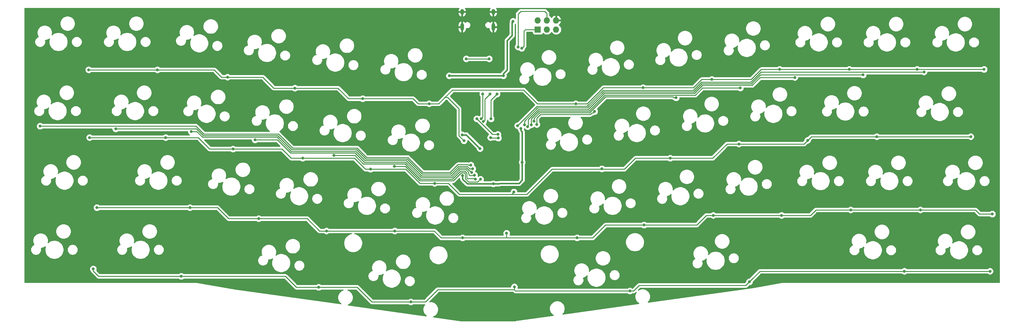
<source format=gbr>
G04 #@! TF.GenerationSoftware,KiCad,Pcbnew,(5.1.4-0-10_14)*
G04 #@! TF.CreationDate,2020-05-03T16:56:18-05:00*
G04 #@! TF.ProjectId,minister,6d696e69-7374-4657-922e-6b696361645f,rev?*
G04 #@! TF.SameCoordinates,Original*
G04 #@! TF.FileFunction,Copper,L1,Top*
G04 #@! TF.FilePolarity,Positive*
%FSLAX46Y46*%
G04 Gerber Fmt 4.6, Leading zero omitted, Abs format (unit mm)*
G04 Created by KiCad (PCBNEW (5.1.4-0-10_14)) date 2020-05-03 16:56:18*
%MOMM*%
%LPD*%
G04 APERTURE LIST*
%ADD10O,1.727200X1.727200*%
%ADD11R,1.727200X1.727200*%
%ADD12O,1.000000X2.100000*%
%ADD13O,1.000000X1.600000*%
%ADD14C,0.800000*%
%ADD15C,0.381000*%
%ADD16C,0.250000*%
%ADD17C,0.254000*%
G04 APERTURE END LIST*
D10*
X161544000Y-70612000D03*
X161544000Y-73152000D03*
X159004000Y-70612000D03*
X159004000Y-73152000D03*
X156464000Y-70612000D03*
D11*
X156464000Y-73152000D03*
D12*
X135507000Y-72439000D03*
X144147000Y-72439000D03*
D13*
X135507000Y-68259000D03*
X144147000Y-68259000D03*
D14*
X149225000Y-100711000D03*
X152908000Y-95631000D03*
X139954000Y-100330000D03*
X143002000Y-105156000D03*
X149479000Y-107315000D03*
X121412000Y-72263000D03*
X62230000Y-129413000D03*
X227584000Y-131826000D03*
X133096000Y-105918000D03*
X157988000Y-108585000D03*
X131318000Y-79375000D03*
X141478000Y-150114000D03*
X116332000Y-149987000D03*
X67310000Y-104521000D03*
X176784000Y-70612000D03*
X143383000Y-103124000D03*
X145542000Y-103251000D03*
X139573000Y-97917000D03*
X145415000Y-102235000D03*
X135636000Y-113665000D03*
X151765000Y-100584000D03*
X144145000Y-115951000D03*
X152146000Y-109982000D03*
X140462000Y-106172000D03*
X135509000Y-102362000D03*
X131953000Y-85979000D03*
X146939000Y-85979000D03*
X149606000Y-70866000D03*
X32004000Y-84328000D03*
X261620000Y-84201000D03*
X242824000Y-84201000D03*
X223520000Y-84201000D03*
X204724000Y-86995000D03*
X185674000Y-89281000D03*
X167005000Y-93726000D03*
X126365000Y-93726000D03*
X107950000Y-92329000D03*
X89154000Y-89408000D03*
X70485000Y-86360000D03*
X51054000Y-84328000D03*
X136017000Y-104013000D03*
X280162000Y-84201000D03*
X32258000Y-103124000D03*
X276479000Y-102870000D03*
X250444000Y-102870000D03*
X231267000Y-103886000D03*
X212217000Y-104902000D03*
X193167000Y-108839000D03*
X174244000Y-111797000D03*
X127889000Y-115824000D03*
X110109000Y-111887000D03*
X91313000Y-108839000D03*
X72009000Y-106299000D03*
X53340000Y-103124000D03*
X149855347Y-118232347D03*
X34290000Y-122555000D03*
X282448000Y-124333000D03*
X262509000Y-123190000D03*
X243205000Y-123190000D03*
X224028000Y-124714000D03*
X205105000Y-124714000D03*
X185928000Y-127381000D03*
X167386000Y-130937000D03*
X135636000Y-130937000D03*
X116840000Y-129032000D03*
X97917000Y-129032000D03*
X79121000Y-125603000D03*
X60071000Y-122555000D03*
X147828000Y-129667000D03*
X33274000Y-139573000D03*
X57658000Y-141605000D03*
X95758000Y-144653000D03*
X121285000Y-148717000D03*
X258064000Y-140208000D03*
X181991000Y-145669000D03*
X215138000Y-143129000D03*
X281813000Y-140208000D03*
X149987000Y-144526000D03*
X18542000Y-99949000D03*
X137922000Y-110744000D03*
X39497000Y-100711000D03*
X138430000Y-111760000D03*
X60452000Y-101473000D03*
X138176000Y-112776000D03*
X78105000Y-103759000D03*
X138938000Y-113538000D03*
X99949000Y-108114000D03*
X139192000Y-114681000D03*
X116713000Y-111162000D03*
X140589000Y-114681000D03*
X172220178Y-95893178D03*
X156181408Y-99485792D03*
X194818000Y-92081031D03*
X155448000Y-98552000D03*
X212598000Y-89345021D03*
X154686000Y-99568000D03*
X227711000Y-86450000D03*
X153670000Y-100076000D03*
X246634000Y-85725000D03*
X152781000Y-99568000D03*
X263525000Y-84926000D03*
X150876000Y-99822000D03*
X143002000Y-81280000D03*
X136652000Y-81280000D03*
X141382799Y-98701493D03*
X143256000Y-91059000D03*
X151003000Y-77978000D03*
X140793479Y-97893592D03*
X141224000Y-91059000D03*
X143510000Y-97917000D03*
X145161000Y-91059000D03*
X152019000Y-78359000D03*
D15*
X149225000Y-99314000D02*
X152908000Y-95631000D01*
X149225000Y-100711000D02*
X149225000Y-99314000D01*
X139954000Y-102108000D02*
X143002000Y-105156000D01*
X139954000Y-100330000D02*
X139954000Y-102108000D01*
X148825001Y-101110999D02*
X148825001Y-102761999D01*
X149225000Y-100711000D02*
X148825001Y-101110999D01*
X146431000Y-105156000D02*
X143002000Y-105156000D01*
X148825001Y-102761999D02*
X146431000Y-105156000D01*
X148590000Y-107315000D02*
X146431000Y-105156000D01*
X149479000Y-107315000D02*
X148590000Y-107315000D01*
X124206000Y-72263000D02*
X121412000Y-72263000D01*
X131318000Y-79375000D02*
X124206000Y-72263000D01*
D16*
X143510000Y-103251000D02*
X143383000Y-103124000D01*
X145542000Y-103251000D02*
X143510000Y-103251000D01*
X143891000Y-102235000D02*
X145415000Y-102235000D01*
X139573000Y-97917000D02*
X143891000Y-102235000D01*
D15*
X151257000Y-115824000D02*
X145923000Y-115824000D01*
X152146000Y-114935000D02*
X151257000Y-115824000D01*
X136940369Y-115951000D02*
X144145000Y-115951000D01*
X135636000Y-114646631D02*
X136940369Y-115951000D01*
X135636000Y-113665000D02*
X135636000Y-114646631D01*
X145796000Y-115951000D02*
X145923000Y-115824000D01*
X144145000Y-115951000D02*
X145796000Y-115951000D01*
X152146000Y-109982000D02*
X152146000Y-114935000D01*
X152146000Y-104394000D02*
X152146000Y-109982000D01*
X136652000Y-102362000D02*
X135890000Y-102362000D01*
X140462000Y-106172000D02*
X136652000Y-102362000D01*
X152146000Y-101530685D02*
X152146000Y-104394000D01*
X151765000Y-101149685D02*
X152146000Y-101530685D01*
X151765000Y-100584000D02*
X151765000Y-101149685D01*
X146939000Y-85979000D02*
X131953000Y-85979000D01*
X146939000Y-85413315D02*
X147955000Y-84397315D01*
X146939000Y-85979000D02*
X146939000Y-85413315D01*
X147955000Y-84397315D02*
X147955000Y-76200000D01*
X147955000Y-76200000D02*
X149352000Y-74803000D01*
X149352000Y-74803000D02*
X149352000Y-71247000D01*
X149352000Y-71247000D02*
X149479000Y-71120000D01*
X149606000Y-70993000D02*
X149606000Y-70866000D01*
X149479000Y-71120000D02*
X149606000Y-70993000D01*
D16*
X32004000Y-84328000D02*
X51054000Y-84328000D01*
X51054000Y-84328000D02*
X65532000Y-84328000D01*
X65532000Y-84328000D02*
X66802000Y-84328000D01*
X66802000Y-84328000D02*
X68834000Y-86360000D01*
X80264000Y-86360000D02*
X83312000Y-89408000D01*
X101092000Y-89408000D02*
X104013000Y-92329000D01*
X121920000Y-92329000D02*
X123317000Y-93726000D01*
X156337000Y-93726000D02*
X166624000Y-93726000D01*
X170180000Y-93726000D02*
X174625000Y-89281000D01*
X199644000Y-89281000D02*
X201930000Y-86995000D01*
X215646000Y-86995000D02*
X218440000Y-84201000D01*
X242824000Y-84201000D02*
X261620000Y-84201000D01*
X223520000Y-84201000D02*
X242824000Y-84201000D01*
X218440000Y-84201000D02*
X223520000Y-84201000D01*
X204724000Y-86995000D02*
X215646000Y-86995000D01*
X201930000Y-86995000D02*
X204724000Y-86995000D01*
X185674000Y-89281000D02*
X199644000Y-89281000D01*
X174625000Y-89281000D02*
X185674000Y-89281000D01*
X167005000Y-93726000D02*
X170180000Y-93726000D01*
X166624000Y-93726000D02*
X167005000Y-93726000D01*
X123317000Y-93726000D02*
X126365000Y-93726000D01*
X107950000Y-92329000D02*
X121920000Y-92329000D01*
X104013000Y-92329000D02*
X107950000Y-92329000D01*
X89154000Y-89408000D02*
X101092000Y-89408000D01*
X83312000Y-89408000D02*
X89154000Y-89408000D01*
X70485000Y-86360000D02*
X80264000Y-86360000D01*
X68834000Y-86360000D02*
X70485000Y-86360000D01*
X126365000Y-93726000D02*
X129032000Y-93726000D01*
X152527000Y-89916000D02*
X156337000Y-93726000D01*
X132842000Y-89916000D02*
X152527000Y-89916000D01*
X129032000Y-93726000D02*
X130746500Y-92011500D01*
X130746500Y-92011500D02*
X132842000Y-89916000D01*
X131508500Y-92011500D02*
X130746500Y-92011500D01*
X134620000Y-95123000D02*
X131508500Y-92011500D01*
X134620000Y-102616000D02*
X134620000Y-95123000D01*
X136017000Y-104013000D02*
X134620000Y-102616000D01*
X261620000Y-84201000D02*
X280162000Y-84201000D01*
X62357000Y-103124000D02*
X65532000Y-106299000D01*
X85598000Y-106299000D02*
X88138000Y-108839000D01*
X105664000Y-108839000D02*
X108712000Y-111887000D01*
X119888000Y-111887000D02*
X123825000Y-115824000D01*
X131699000Y-115824000D02*
X134747000Y-118872000D01*
X153416000Y-118872000D02*
X160401000Y-111887000D01*
X160401000Y-111887000D02*
X180467000Y-111887000D01*
X180467000Y-111887000D02*
X183515000Y-108839000D01*
X204978000Y-108839000D02*
X208915000Y-104902000D01*
X250444000Y-102870000D02*
X276479000Y-102870000D01*
X232283000Y-102870000D02*
X250444000Y-102870000D01*
X231267000Y-103886000D02*
X232283000Y-102870000D01*
X230251000Y-104902000D02*
X231267000Y-103886000D01*
X212217000Y-104902000D02*
X230251000Y-104902000D01*
X208915000Y-104902000D02*
X212217000Y-104902000D01*
X193167000Y-108839000D02*
X204978000Y-108839000D01*
X183515000Y-108839000D02*
X193167000Y-108839000D01*
X127889000Y-115824000D02*
X131699000Y-115824000D01*
X123825000Y-115824000D02*
X127889000Y-115824000D01*
X110109000Y-111887000D02*
X119888000Y-111887000D01*
X108712000Y-111887000D02*
X110109000Y-111887000D01*
X91313000Y-108839000D02*
X105664000Y-108839000D01*
X88138000Y-108839000D02*
X91313000Y-108839000D01*
X72009000Y-106299000D02*
X85598000Y-106299000D01*
X65532000Y-106299000D02*
X72009000Y-106299000D01*
X53340000Y-103124000D02*
X62357000Y-103124000D01*
X32258000Y-103124000D02*
X53340000Y-103124000D01*
X149352000Y-118735694D02*
X149855347Y-118232347D01*
X149352000Y-118872000D02*
X149352000Y-118735694D01*
X134747000Y-118872000D02*
X149352000Y-118872000D01*
X149352000Y-118872000D02*
X153416000Y-118872000D01*
X67691000Y-122555000D02*
X70739000Y-125603000D01*
X92583000Y-125603000D02*
X96012000Y-129032000D01*
X127762000Y-129032000D02*
X129667000Y-130937000D01*
X171704000Y-130937000D02*
X175260000Y-127381000D01*
X200533000Y-127381000D02*
X203200000Y-124714000D01*
X232029000Y-124714000D02*
X233553000Y-123190000D01*
X278892000Y-124333000D02*
X282448000Y-124333000D01*
X277749000Y-123190000D02*
X278892000Y-124333000D01*
X262509000Y-123190000D02*
X277749000Y-123190000D01*
X243205000Y-123190000D02*
X262509000Y-123190000D01*
X233553000Y-123190000D02*
X243205000Y-123190000D01*
X224028000Y-124714000D02*
X232029000Y-124714000D01*
X205105000Y-124714000D02*
X224028000Y-124714000D01*
X203200000Y-124714000D02*
X205105000Y-124714000D01*
X185928000Y-127381000D02*
X200533000Y-127381000D01*
X175260000Y-127381000D02*
X185928000Y-127381000D01*
X167386000Y-130937000D02*
X171704000Y-130937000D01*
X129667000Y-130937000D02*
X135636000Y-130937000D01*
X116840000Y-129032000D02*
X127762000Y-129032000D01*
X97917000Y-129032000D02*
X116840000Y-129032000D01*
X96012000Y-129032000D02*
X97917000Y-129032000D01*
X79121000Y-125603000D02*
X92583000Y-125603000D01*
X70739000Y-125603000D02*
X79121000Y-125603000D01*
X60071000Y-122555000D02*
X67691000Y-122555000D01*
X34290000Y-122555000D02*
X60071000Y-122555000D01*
X147828000Y-130937000D02*
X147828000Y-129667000D01*
X135636000Y-130937000D02*
X147828000Y-130937000D01*
X147828000Y-130937000D02*
X167386000Y-130937000D01*
X33274000Y-140138685D02*
X34740315Y-141605000D01*
X33274000Y-139573000D02*
X33274000Y-140138685D01*
X96012000Y-144653000D02*
X106426000Y-144653000D01*
X106426000Y-144653000D02*
X110490000Y-148717000D01*
X34740315Y-141605000D02*
X57658000Y-141605000D01*
X95758000Y-144653000D02*
X96012000Y-144653000D01*
X110490000Y-148717000D02*
X121285000Y-148717000D01*
X183007000Y-145669000D02*
X184531000Y-144145000D01*
X184531000Y-144145000D02*
X214122000Y-144145000D01*
X215900000Y-142367000D02*
X218059000Y-140208000D01*
X263779000Y-140208000D02*
X279273000Y-140208000D01*
X258064000Y-140208000D02*
X263779000Y-140208000D01*
X218059000Y-140208000D02*
X258064000Y-140208000D01*
X181991000Y-145669000D02*
X183007000Y-145669000D01*
X215138000Y-143129000D02*
X215900000Y-142367000D01*
X214122000Y-144145000D02*
X215138000Y-143129000D01*
X279273000Y-140208000D02*
X281813000Y-140208000D01*
X125349000Y-148717000D02*
X121285000Y-148717000D01*
X128778000Y-145288000D02*
X125349000Y-148717000D01*
X181991000Y-145669000D02*
X150241000Y-145669000D01*
X149606000Y-145288000D02*
X149860000Y-145288000D01*
X149860000Y-145288000D02*
X150241000Y-145669000D01*
X149606000Y-145288000D02*
X128778000Y-145288000D01*
X89535000Y-144653000D02*
X95758000Y-144653000D01*
X86487000Y-141605000D02*
X89535000Y-144653000D01*
X57658000Y-141605000D02*
X86487000Y-141605000D01*
X149987000Y-145161000D02*
X149987000Y-144526000D01*
X149860000Y-145288000D02*
X149987000Y-145161000D01*
X137794999Y-110744000D02*
X137922000Y-110744000D01*
X137220505Y-110744000D02*
X137922000Y-110744000D01*
X134322998Y-110652954D02*
X137129460Y-110652955D01*
X61727640Y-99949000D02*
X63912620Y-102133980D01*
X132152980Y-112822970D02*
X134322998Y-110652954D01*
X124642430Y-112822970D02*
X132152980Y-112822970D01*
X88520021Y-106038971D02*
X106424202Y-106038972D01*
X120456420Y-108636960D02*
X124642430Y-112822970D01*
X109022190Y-108636960D02*
X120456420Y-108636960D01*
X106424202Y-106038972D02*
X109022190Y-108636960D01*
X137129460Y-110652955D02*
X137220505Y-110744000D01*
X84615031Y-102133981D02*
X88520021Y-106038971D01*
X63912620Y-102133980D02*
X84615031Y-102133981D01*
X18542000Y-99949000D02*
X61727640Y-99949000D01*
X61853230Y-100711000D02*
X39497000Y-100711000D01*
X63726219Y-102583989D02*
X61853230Y-100711000D01*
X132339380Y-113272980D02*
X124456030Y-113272980D01*
X84428630Y-102583990D02*
X63726219Y-102583989D01*
X108835790Y-109086970D02*
X106237801Y-106488981D01*
X134509397Y-111102963D02*
X132339380Y-113272980D01*
X106237801Y-106488981D02*
X88333620Y-106488980D01*
X138430000Y-111760000D02*
X137600095Y-111760000D01*
X120270022Y-109086972D02*
X108835790Y-109086970D01*
X124456030Y-113272980D02*
X120270022Y-109086972D01*
X88333620Y-106488980D02*
X84428630Y-102583990D01*
X136943059Y-111102964D02*
X134509397Y-111102963D01*
X137600095Y-111760000D02*
X136943059Y-111102964D01*
X63539819Y-103033999D02*
X84242229Y-103033999D01*
X134695797Y-111552973D02*
X136756658Y-111552973D01*
X120083621Y-109536981D02*
X124269630Y-113722990D01*
X108649389Y-109536979D02*
X120083621Y-109536981D01*
X84242229Y-103033999D02*
X88147219Y-106938989D01*
X132525780Y-113722990D02*
X134695797Y-111552973D01*
X106051400Y-106938990D02*
X108649389Y-109536979D01*
X88147219Y-106938989D02*
X106051400Y-106938990D01*
X61978820Y-101473000D02*
X63539819Y-103033999D01*
X124269630Y-113722990D02*
X132525780Y-113722990D01*
X60452000Y-101473000D02*
X61978820Y-101473000D01*
X137776001Y-112376001D02*
X137579686Y-112376001D01*
X137579686Y-112376001D02*
X136756658Y-111552973D01*
X138176000Y-112776000D02*
X137776001Y-112376001D01*
X139065000Y-113665000D02*
X139192000Y-113538000D01*
X137298020Y-113295020D02*
X137668000Y-113665000D01*
X78105000Y-103759000D02*
X84330820Y-103759000D01*
X137298020Y-112784200D02*
X137298020Y-113295020D01*
X132712180Y-114173000D02*
X134882201Y-112002981D01*
X119897220Y-109986990D02*
X124083230Y-114173000D01*
X105864999Y-107388999D02*
X108462989Y-109986989D01*
X134882201Y-112002981D02*
X136516802Y-112002982D01*
X137668000Y-113665000D02*
X138811000Y-113665000D01*
X87960819Y-107388999D02*
X105864999Y-107388999D01*
X136516802Y-112002982D02*
X137298020Y-112784200D01*
X138811000Y-113665000D02*
X138938000Y-113538000D01*
X124083230Y-114173000D02*
X132712180Y-114173000D01*
X84330820Y-103759000D02*
X87960819Y-107388999D01*
X108462989Y-109986989D02*
X119897220Y-109986990D01*
X139034981Y-114523981D02*
X139192000Y-114681000D01*
X136330401Y-112452991D02*
X136848010Y-112970600D01*
X135068600Y-112452990D02*
X136330401Y-112452991D01*
X108150999Y-110436999D02*
X119710819Y-110436999D01*
X136848010Y-114367600D02*
X137004391Y-114523981D01*
X123922809Y-114648989D02*
X132872601Y-114648989D01*
X137004391Y-114523981D02*
X139034981Y-114523981D01*
X136848010Y-112970600D02*
X136848010Y-114367600D01*
X119710819Y-110436999D02*
X123922809Y-114648989D01*
X132872601Y-114648989D02*
X135068600Y-112452990D01*
X105828000Y-108114000D02*
X108150999Y-110436999D01*
X99949000Y-108114000D02*
X105828000Y-108114000D01*
X139896010Y-115373990D02*
X140589000Y-114681000D01*
X136398000Y-113157000D02*
X136398000Y-114554000D01*
X139834510Y-115435490D02*
X139896010Y-115373990D01*
X135255000Y-112903000D02*
X136144000Y-112903000D01*
X133059001Y-115098999D02*
X135255000Y-112903000D01*
X137279490Y-115435490D02*
X139834510Y-115435490D01*
X136398000Y-114554000D02*
X137279490Y-115435490D01*
X136144000Y-112903000D02*
X136398000Y-113157000D01*
X123736409Y-115098999D02*
X133059001Y-115098999D01*
X119799410Y-111162000D02*
X123736409Y-115098999D01*
X116713000Y-111162000D02*
X119799410Y-111162000D01*
X157178999Y-96701051D02*
X156173001Y-97707049D01*
X171820179Y-96293177D02*
X171431283Y-96293177D01*
X156173001Y-97707049D02*
X156173001Y-99477999D01*
X171023409Y-96701051D02*
X157178999Y-96701051D01*
X171431283Y-96293177D02*
X171023409Y-96701051D01*
X156173615Y-99477999D02*
X156181408Y-99485792D01*
X172220178Y-95893178D02*
X171820179Y-96293177D01*
X156173001Y-99477999D02*
X156173615Y-99477999D01*
X155448000Y-97795640D02*
X155448000Y-98552000D01*
X193977325Y-91806041D02*
X175282009Y-91806041D01*
X170837009Y-96251041D02*
X156992599Y-96251041D01*
X175282009Y-91806041D02*
X170837009Y-96251041D01*
X156992599Y-96251041D02*
X155448000Y-97795640D01*
X194252315Y-92081031D02*
X193977325Y-91806041D01*
X194818000Y-92081031D02*
X194252315Y-92081031D01*
X154686000Y-97921230D02*
X154686000Y-99568000D01*
X156806199Y-95801031D02*
X154686000Y-97921230D01*
X170650609Y-95801031D02*
X156806199Y-95801031D01*
X175095609Y-91356031D02*
X170650609Y-95801031D01*
X200114609Y-91356031D02*
X175095609Y-91356031D01*
X202125619Y-89345021D02*
X200114609Y-91356031D01*
X212598000Y-89345021D02*
X202125619Y-89345021D01*
X153797000Y-98173820D02*
X153797000Y-99949000D01*
X170464209Y-95351021D02*
X156619799Y-95351021D01*
X153797000Y-99949000D02*
X153670000Y-100076000D01*
X156619799Y-95351021D02*
X153797000Y-98173820D01*
X174909209Y-90906021D02*
X170464209Y-95351021D01*
X218100230Y-86450000D02*
X215930209Y-88620021D01*
X199928209Y-90906021D02*
X174909209Y-90906021D01*
X202214209Y-88620021D02*
X199928209Y-90906021D01*
X215930209Y-88620021D02*
X202214209Y-88620021D01*
X227711000Y-86450000D02*
X218100230Y-86450000D01*
X152781000Y-98553410D02*
X152781000Y-99568000D01*
X156433399Y-94901011D02*
X152781000Y-98553410D01*
X174722809Y-90456011D02*
X170277809Y-94901011D01*
X199741809Y-90456011D02*
X174722809Y-90456011D01*
X170277809Y-94901011D02*
X156433399Y-94901011D01*
X202027809Y-88170011D02*
X199741809Y-90456011D01*
X246634000Y-85725000D02*
X218188820Y-85725000D01*
X218188820Y-85725000D02*
X215743809Y-88170011D01*
X215743809Y-88170011D02*
X202027809Y-88170011D01*
X262959315Y-84926000D02*
X263525000Y-84926000D01*
X262922315Y-84963000D02*
X262959315Y-84926000D01*
X156246999Y-94451001D02*
X170091409Y-94451001D01*
X215557409Y-87720001D02*
X218314410Y-84963000D01*
X153924000Y-96774000D02*
X156246999Y-94451001D01*
X201841409Y-87720001D02*
X215557409Y-87720001D01*
X199555409Y-90006001D02*
X201841409Y-87720001D01*
X174536409Y-90006001D02*
X199555409Y-90006001D01*
X170091409Y-94451001D02*
X174536409Y-90006001D01*
X218314410Y-84963000D02*
X262922315Y-84963000D01*
X151275999Y-99422001D02*
X153924000Y-96774000D01*
X150876000Y-99822000D02*
X151275999Y-99422001D01*
X136652000Y-81280000D02*
X143002000Y-81280000D01*
X141382799Y-98701493D02*
X141782798Y-98301494D01*
X151765000Y-68072000D02*
X151003000Y-68834000D01*
X158369000Y-68072000D02*
X151765000Y-68072000D01*
X151003000Y-68834000D02*
X151003000Y-77978000D01*
X159004000Y-68707000D02*
X158369000Y-68072000D01*
X159004000Y-70612000D02*
X159004000Y-68707000D01*
X141782798Y-92532202D02*
X141782798Y-92760798D01*
X143256000Y-91059000D02*
X141782798Y-92532202D01*
X141782798Y-92760798D02*
X141782798Y-98301494D01*
X141224000Y-91059000D02*
X141224000Y-97463071D01*
X141224000Y-97463071D02*
X141193478Y-97493593D01*
X141193478Y-97493593D02*
X140793479Y-97893592D01*
X152019000Y-78359000D02*
X152654000Y-77724000D01*
X152654000Y-77724000D02*
X152654000Y-73533000D01*
X153035000Y-73152000D02*
X156464000Y-73152000D01*
X152654000Y-73533000D02*
X153035000Y-73152000D01*
X143510000Y-92710000D02*
X143510000Y-97917000D01*
X145161000Y-91059000D02*
X143510000Y-92710000D01*
D17*
G36*
X183600663Y-146218904D02*
G01*
X183437914Y-146611817D01*
X183354944Y-147028931D01*
X183354944Y-147454217D01*
X183437914Y-147871331D01*
X183600663Y-148264244D01*
X183836940Y-148617856D01*
X184137662Y-148918578D01*
X184479754Y-149147158D01*
X163402921Y-152085140D01*
X163547308Y-151940753D01*
X163783585Y-151587141D01*
X163946334Y-151194228D01*
X164029304Y-150777114D01*
X164029304Y-150351828D01*
X163946334Y-149934714D01*
X163783585Y-149541801D01*
X163547308Y-149188189D01*
X163246586Y-148887467D01*
X162892974Y-148651190D01*
X162500061Y-148488441D01*
X162082947Y-148405471D01*
X161657661Y-148405471D01*
X161240547Y-148488441D01*
X160847634Y-148651190D01*
X160494022Y-148887467D01*
X160193300Y-149188189D01*
X159957023Y-149541801D01*
X159794274Y-149934714D01*
X159711304Y-150351828D01*
X159711304Y-150777114D01*
X159794274Y-151194228D01*
X159957023Y-151587141D01*
X160193300Y-151940753D01*
X160494022Y-152241475D01*
X160802536Y-152447618D01*
X150267731Y-153916106D01*
X150260136Y-153916570D01*
X150232026Y-153921083D01*
X150203768Y-153925022D01*
X150196356Y-153926810D01*
X150076754Y-153946012D01*
X135179528Y-153950984D01*
X127498464Y-152866330D01*
X127823366Y-152731752D01*
X128176978Y-152495475D01*
X128477700Y-152194753D01*
X128713977Y-151841141D01*
X128876726Y-151448228D01*
X128959696Y-151031114D01*
X128959696Y-150605828D01*
X128876726Y-150188714D01*
X128713977Y-149795801D01*
X128477700Y-149442189D01*
X128176978Y-149141467D01*
X127823366Y-148905190D01*
X127430453Y-148742441D01*
X127013339Y-148659471D01*
X126588053Y-148659471D01*
X126454830Y-148685971D01*
X129092802Y-146048000D01*
X149545199Y-146048000D01*
X149677196Y-146179997D01*
X149700999Y-146209001D01*
X149816724Y-146303974D01*
X149948753Y-146374546D01*
X150092014Y-146418003D01*
X150203667Y-146429000D01*
X150203676Y-146429000D01*
X150240999Y-146432676D01*
X150278322Y-146429000D01*
X181287289Y-146429000D01*
X181331226Y-146472937D01*
X181500744Y-146586205D01*
X181689102Y-146664226D01*
X181889061Y-146704000D01*
X182092939Y-146704000D01*
X182292898Y-146664226D01*
X182481256Y-146586205D01*
X182650774Y-146472937D01*
X182694711Y-146429000D01*
X182969678Y-146429000D01*
X183007000Y-146432676D01*
X183044322Y-146429000D01*
X183044333Y-146429000D01*
X183155986Y-146418003D01*
X183299247Y-146374546D01*
X183431276Y-146303974D01*
X183547001Y-146209001D01*
X183570803Y-146179998D01*
X183739136Y-146011665D01*
X183600663Y-146218904D01*
X183600663Y-146218904D01*
G37*
X183600663Y-146218904D02*
X183437914Y-146611817D01*
X183354944Y-147028931D01*
X183354944Y-147454217D01*
X183437914Y-147871331D01*
X183600663Y-148264244D01*
X183836940Y-148617856D01*
X184137662Y-148918578D01*
X184479754Y-149147158D01*
X163402921Y-152085140D01*
X163547308Y-151940753D01*
X163783585Y-151587141D01*
X163946334Y-151194228D01*
X164029304Y-150777114D01*
X164029304Y-150351828D01*
X163946334Y-149934714D01*
X163783585Y-149541801D01*
X163547308Y-149188189D01*
X163246586Y-148887467D01*
X162892974Y-148651190D01*
X162500061Y-148488441D01*
X162082947Y-148405471D01*
X161657661Y-148405471D01*
X161240547Y-148488441D01*
X160847634Y-148651190D01*
X160494022Y-148887467D01*
X160193300Y-149188189D01*
X159957023Y-149541801D01*
X159794274Y-149934714D01*
X159711304Y-150351828D01*
X159711304Y-150777114D01*
X159794274Y-151194228D01*
X159957023Y-151587141D01*
X160193300Y-151940753D01*
X160494022Y-152241475D01*
X160802536Y-152447618D01*
X150267731Y-153916106D01*
X150260136Y-153916570D01*
X150232026Y-153921083D01*
X150203768Y-153925022D01*
X150196356Y-153926810D01*
X150076754Y-153946012D01*
X135179528Y-153950984D01*
X127498464Y-152866330D01*
X127823366Y-152731752D01*
X128176978Y-152495475D01*
X128477700Y-152194753D01*
X128713977Y-151841141D01*
X128876726Y-151448228D01*
X128959696Y-151031114D01*
X128959696Y-150605828D01*
X128876726Y-150188714D01*
X128713977Y-149795801D01*
X128477700Y-149442189D01*
X128176978Y-149141467D01*
X127823366Y-148905190D01*
X127430453Y-148742441D01*
X127013339Y-148659471D01*
X126588053Y-148659471D01*
X126454830Y-148685971D01*
X129092802Y-146048000D01*
X149545199Y-146048000D01*
X149677196Y-146179997D01*
X149700999Y-146209001D01*
X149816724Y-146303974D01*
X149948753Y-146374546D01*
X150092014Y-146418003D01*
X150203667Y-146429000D01*
X150203676Y-146429000D01*
X150240999Y-146432676D01*
X150278322Y-146429000D01*
X181287289Y-146429000D01*
X181331226Y-146472937D01*
X181500744Y-146586205D01*
X181689102Y-146664226D01*
X181889061Y-146704000D01*
X182092939Y-146704000D01*
X182292898Y-146664226D01*
X182481256Y-146586205D01*
X182650774Y-146472937D01*
X182694711Y-146429000D01*
X182969678Y-146429000D01*
X183007000Y-146432676D01*
X183044322Y-146429000D01*
X183044333Y-146429000D01*
X183155986Y-146418003D01*
X183299247Y-146374546D01*
X183431276Y-146303974D01*
X183547001Y-146209001D01*
X183570803Y-146179998D01*
X183739136Y-146011665D01*
X183600663Y-146218904D01*
G36*
X109926201Y-149228003D02*
G01*
X109949999Y-149257001D01*
X109978997Y-149280799D01*
X110065723Y-149351974D01*
X110156647Y-149400574D01*
X110197753Y-149422546D01*
X110341014Y-149466003D01*
X110452667Y-149477000D01*
X110452677Y-149477000D01*
X110490000Y-149480676D01*
X110527323Y-149477000D01*
X120581289Y-149477000D01*
X120625226Y-149520937D01*
X120794744Y-149634205D01*
X120983102Y-149712226D01*
X121183061Y-149752000D01*
X121386939Y-149752000D01*
X121586898Y-149712226D01*
X121775256Y-149634205D01*
X121944774Y-149520937D01*
X121988711Y-149477000D01*
X125100432Y-149477000D01*
X124887415Y-149795801D01*
X124724666Y-150188714D01*
X124641696Y-150605828D01*
X124641696Y-151031114D01*
X124724666Y-151448228D01*
X124887415Y-151841141D01*
X125123692Y-152194753D01*
X125424414Y-152495475D01*
X125572383Y-152594345D01*
X103883370Y-149531609D01*
X104179726Y-149408855D01*
X104533338Y-149172578D01*
X104834060Y-148871856D01*
X105070337Y-148518244D01*
X105233086Y-148125331D01*
X105316056Y-147708217D01*
X105316056Y-147282931D01*
X105233086Y-146865817D01*
X105070337Y-146472904D01*
X104834060Y-146119292D01*
X104533338Y-145818570D01*
X104179726Y-145582293D01*
X103786813Y-145419544D01*
X103753914Y-145413000D01*
X106111199Y-145413000D01*
X109926201Y-149228003D01*
X109926201Y-149228003D01*
G37*
X109926201Y-149228003D02*
X109949999Y-149257001D01*
X109978997Y-149280799D01*
X110065723Y-149351974D01*
X110156647Y-149400574D01*
X110197753Y-149422546D01*
X110341014Y-149466003D01*
X110452667Y-149477000D01*
X110452677Y-149477000D01*
X110490000Y-149480676D01*
X110527323Y-149477000D01*
X120581289Y-149477000D01*
X120625226Y-149520937D01*
X120794744Y-149634205D01*
X120983102Y-149712226D01*
X121183061Y-149752000D01*
X121386939Y-149752000D01*
X121586898Y-149712226D01*
X121775256Y-149634205D01*
X121944774Y-149520937D01*
X121988711Y-149477000D01*
X125100432Y-149477000D01*
X124887415Y-149795801D01*
X124724666Y-150188714D01*
X124641696Y-150605828D01*
X124641696Y-151031114D01*
X124724666Y-151448228D01*
X124887415Y-151841141D01*
X125123692Y-152194753D01*
X125424414Y-152495475D01*
X125572383Y-152594345D01*
X103883370Y-149531609D01*
X104179726Y-149408855D01*
X104533338Y-149172578D01*
X104834060Y-148871856D01*
X105070337Y-148518244D01*
X105233086Y-148125331D01*
X105316056Y-147708217D01*
X105316056Y-147282931D01*
X105233086Y-146865817D01*
X105070337Y-146472904D01*
X104834060Y-146119292D01*
X104533338Y-145818570D01*
X104179726Y-145582293D01*
X103786813Y-145419544D01*
X103753914Y-145413000D01*
X106111199Y-145413000D01*
X109926201Y-149228003D01*
G36*
X134506997Y-67407322D02*
G01*
X134418585Y-67613013D01*
X134372000Y-67832000D01*
X134372000Y-68132000D01*
X135380000Y-68132000D01*
X135380000Y-68112000D01*
X135634000Y-68112000D01*
X135634000Y-68132000D01*
X136642000Y-68132000D01*
X136642000Y-67832000D01*
X136595415Y-67613013D01*
X136507003Y-67407322D01*
X136421529Y-67283000D01*
X143232471Y-67283000D01*
X143146997Y-67407322D01*
X143058585Y-67613013D01*
X143012000Y-67832000D01*
X143012000Y-68132000D01*
X144020000Y-68132000D01*
X144020000Y-68112000D01*
X144274000Y-68112000D01*
X144274000Y-68132000D01*
X145282000Y-68132000D01*
X145282000Y-67832000D01*
X145235415Y-67613013D01*
X145147003Y-67407322D01*
X145061529Y-67283000D01*
X284356001Y-67283000D01*
X284356000Y-88584104D01*
X284356001Y-88584114D01*
X284356000Y-89834104D01*
X284356001Y-89834114D01*
X284356000Y-93084104D01*
X284356001Y-93084113D01*
X284356000Y-94084104D01*
X284356001Y-94084114D01*
X284356000Y-97584104D01*
X284356001Y-97584113D01*
X284356000Y-98584104D01*
X284356001Y-98584114D01*
X284356000Y-106084104D01*
X284356001Y-106084114D01*
X284356000Y-107511895D01*
X284356000Y-108584104D01*
X284356001Y-108584114D01*
X284356000Y-118084104D01*
X284356001Y-118084114D01*
X284356000Y-143313000D01*
X224385615Y-143313000D01*
X224358061Y-143309642D01*
X224313410Y-143313000D01*
X224304895Y-143313000D01*
X224277394Y-143315709D01*
X224249864Y-143317779D01*
X224241486Y-143319245D01*
X224196915Y-143323635D01*
X224170346Y-143331695D01*
X216226892Y-144721800D01*
X187015051Y-148793753D01*
X187190948Y-148617856D01*
X187427225Y-148264244D01*
X187589974Y-147871331D01*
X187672944Y-147454217D01*
X187672944Y-147028931D01*
X187589974Y-146611817D01*
X187427225Y-146218904D01*
X187190948Y-145865292D01*
X186890226Y-145564570D01*
X186536614Y-145328293D01*
X186143701Y-145165544D01*
X185726587Y-145082574D01*
X185301301Y-145082574D01*
X184884187Y-145165544D01*
X184491274Y-145328293D01*
X184284037Y-145466765D01*
X184845803Y-144905000D01*
X214084678Y-144905000D01*
X214122000Y-144908676D01*
X214159322Y-144905000D01*
X214159333Y-144905000D01*
X214270986Y-144894003D01*
X214414247Y-144850546D01*
X214546276Y-144779974D01*
X214662001Y-144685001D01*
X214685804Y-144655998D01*
X215177802Y-144164000D01*
X215239939Y-144164000D01*
X215439898Y-144124226D01*
X215628256Y-144046205D01*
X215797774Y-143932937D01*
X215941937Y-143788774D01*
X216055205Y-143619256D01*
X216133226Y-143430898D01*
X216173000Y-143230939D01*
X216173000Y-143168802D01*
X216463799Y-142878003D01*
X216463803Y-142877998D01*
X218373802Y-140968000D01*
X257360289Y-140968000D01*
X257404226Y-141011937D01*
X257573744Y-141125205D01*
X257762102Y-141203226D01*
X257962061Y-141243000D01*
X258165939Y-141243000D01*
X258365898Y-141203226D01*
X258554256Y-141125205D01*
X258723774Y-141011937D01*
X258767711Y-140968000D01*
X281109289Y-140968000D01*
X281153226Y-141011937D01*
X281322744Y-141125205D01*
X281511102Y-141203226D01*
X281711061Y-141243000D01*
X281914939Y-141243000D01*
X282114898Y-141203226D01*
X282303256Y-141125205D01*
X282472774Y-141011937D01*
X282616937Y-140867774D01*
X282730205Y-140698256D01*
X282808226Y-140509898D01*
X282848000Y-140309939D01*
X282848000Y-140106061D01*
X282808226Y-139906102D01*
X282730205Y-139717744D01*
X282616937Y-139548226D01*
X282472774Y-139404063D01*
X282303256Y-139290795D01*
X282114898Y-139212774D01*
X281914939Y-139173000D01*
X281711061Y-139173000D01*
X281511102Y-139212774D01*
X281322744Y-139290795D01*
X281153226Y-139404063D01*
X281109289Y-139448000D01*
X258767711Y-139448000D01*
X258723774Y-139404063D01*
X258554256Y-139290795D01*
X258365898Y-139212774D01*
X258165939Y-139173000D01*
X257962061Y-139173000D01*
X257762102Y-139212774D01*
X257573744Y-139290795D01*
X257404226Y-139404063D01*
X257360289Y-139448000D01*
X218096322Y-139448000D01*
X218058999Y-139444324D01*
X218021676Y-139448000D01*
X218021667Y-139448000D01*
X217910014Y-139458997D01*
X217766753Y-139502454D01*
X217634723Y-139573026D01*
X217551083Y-139641668D01*
X217518999Y-139667999D01*
X217495201Y-139696997D01*
X215389002Y-141803197D01*
X215388997Y-141803201D01*
X215098198Y-142094000D01*
X215036061Y-142094000D01*
X214836102Y-142133774D01*
X214647744Y-142211795D01*
X214478226Y-142325063D01*
X214334063Y-142469226D01*
X214220795Y-142638744D01*
X214142774Y-142827102D01*
X214103000Y-143027061D01*
X214103000Y-143089198D01*
X213807199Y-143385000D01*
X184568322Y-143385000D01*
X184530999Y-143381324D01*
X184493676Y-143385000D01*
X184493667Y-143385000D01*
X184382014Y-143395997D01*
X184238753Y-143439454D01*
X184106724Y-143510026D01*
X184106722Y-143510027D01*
X184106723Y-143510027D01*
X184019996Y-143581201D01*
X184019992Y-143581205D01*
X183990999Y-143604999D01*
X183967205Y-143633992D01*
X182693455Y-144907744D01*
X182650774Y-144865063D01*
X182481256Y-144751795D01*
X182292898Y-144673774D01*
X182092939Y-144634000D01*
X181889061Y-144634000D01*
X181689102Y-144673774D01*
X181500744Y-144751795D01*
X181331226Y-144865063D01*
X181287289Y-144909000D01*
X150948632Y-144909000D01*
X150982226Y-144827898D01*
X151022000Y-144627939D01*
X151022000Y-144424061D01*
X150982226Y-144224102D01*
X150904205Y-144035744D01*
X150790937Y-143866226D01*
X150646774Y-143722063D01*
X150477256Y-143608795D01*
X150288898Y-143530774D01*
X150088939Y-143491000D01*
X149885061Y-143491000D01*
X149685102Y-143530774D01*
X149496744Y-143608795D01*
X149327226Y-143722063D01*
X149183063Y-143866226D01*
X149069795Y-144035744D01*
X148991774Y-144224102D01*
X148952000Y-144424061D01*
X148952000Y-144528000D01*
X128815322Y-144528000D01*
X128777999Y-144524324D01*
X128740676Y-144528000D01*
X128740667Y-144528000D01*
X128629014Y-144538997D01*
X128485753Y-144582454D01*
X128353724Y-144653026D01*
X128237999Y-144747999D01*
X128214201Y-144776997D01*
X125034199Y-147957000D01*
X121988711Y-147957000D01*
X121944774Y-147913063D01*
X121775256Y-147799795D01*
X121586898Y-147721774D01*
X121386939Y-147682000D01*
X121183061Y-147682000D01*
X120983102Y-147721774D01*
X120794744Y-147799795D01*
X120625226Y-147913063D01*
X120581289Y-147957000D01*
X110804802Y-147957000D01*
X106989804Y-144142003D01*
X106966001Y-144112999D01*
X106850276Y-144018026D01*
X106718247Y-143947454D01*
X106574986Y-143903997D01*
X106463333Y-143893000D01*
X106463322Y-143893000D01*
X106426000Y-143889324D01*
X106388678Y-143893000D01*
X96461711Y-143893000D01*
X96417774Y-143849063D01*
X96248256Y-143735795D01*
X96059898Y-143657774D01*
X95859939Y-143618000D01*
X95656061Y-143618000D01*
X95456102Y-143657774D01*
X95267744Y-143735795D01*
X95098226Y-143849063D01*
X95054289Y-143893000D01*
X89849802Y-143893000D01*
X87341081Y-141384279D01*
X109410438Y-141384279D01*
X109410438Y-141681723D01*
X109468467Y-141973452D01*
X109582294Y-142248254D01*
X109747545Y-142495570D01*
X109957869Y-142705894D01*
X110205185Y-142871145D01*
X110479987Y-142984972D01*
X110771716Y-143043001D01*
X111069160Y-143043001D01*
X111360889Y-142984972D01*
X111635691Y-142871145D01*
X111883007Y-142705894D01*
X112093331Y-142495570D01*
X112258582Y-142248254D01*
X112372409Y-141973452D01*
X112430438Y-141681723D01*
X112430438Y-141384279D01*
X112419536Y-141329470D01*
X112741857Y-141329470D01*
X113154334Y-141247423D01*
X113542880Y-141086482D01*
X113598771Y-141049137D01*
X113423127Y-141473178D01*
X113322100Y-141981076D01*
X113322100Y-142498924D01*
X113423127Y-143006822D01*
X113621299Y-143485251D01*
X113909000Y-143915826D01*
X114275174Y-144282000D01*
X114705749Y-144569701D01*
X115184178Y-144767873D01*
X115692076Y-144868900D01*
X116209924Y-144868900D01*
X116717822Y-144767873D01*
X117196251Y-144569701D01*
X117626826Y-144282000D01*
X117993000Y-143915826D01*
X118280701Y-143485251D01*
X118478873Y-143006822D01*
X118520355Y-142798277D01*
X119471562Y-142798277D01*
X119471562Y-143095721D01*
X119529591Y-143387450D01*
X119643418Y-143662252D01*
X119808669Y-143909568D01*
X120018993Y-144119892D01*
X120266309Y-144285143D01*
X120541111Y-144398970D01*
X120832840Y-144456999D01*
X121130284Y-144456999D01*
X121422013Y-144398970D01*
X121696815Y-144285143D01*
X121944131Y-144119892D01*
X122154455Y-143909568D01*
X122319706Y-143662252D01*
X122433533Y-143387450D01*
X122491562Y-143095721D01*
X122491562Y-142798277D01*
X122441038Y-142544277D01*
X166179438Y-142544277D01*
X166179438Y-142841721D01*
X166237467Y-143133450D01*
X166351294Y-143408252D01*
X166516545Y-143655568D01*
X166726869Y-143865892D01*
X166974185Y-144031143D01*
X167248987Y-144144970D01*
X167540716Y-144202999D01*
X167838160Y-144202999D01*
X168129889Y-144144970D01*
X168404691Y-144031143D01*
X168652007Y-143865892D01*
X168862331Y-143655568D01*
X169027582Y-143408252D01*
X169141409Y-143133450D01*
X169199438Y-142841721D01*
X169199438Y-142544277D01*
X169141409Y-142252548D01*
X169071101Y-142082811D01*
X169216335Y-142053922D01*
X169604881Y-141892981D01*
X169954562Y-141659332D01*
X170141824Y-141472070D01*
X170091100Y-141727076D01*
X170091100Y-142244924D01*
X170192127Y-142752822D01*
X170390299Y-143231251D01*
X170678000Y-143661826D01*
X171044174Y-144028000D01*
X171474749Y-144315701D01*
X171953178Y-144513873D01*
X172461076Y-144614900D01*
X172978924Y-144614900D01*
X173486822Y-144513873D01*
X173965251Y-144315701D01*
X174395826Y-144028000D01*
X174762000Y-143661826D01*
X175049701Y-143231251D01*
X175247873Y-142752822D01*
X175348900Y-142244924D01*
X175348900Y-141727076D01*
X175247873Y-141219178D01*
X175211050Y-141130279D01*
X176240562Y-141130279D01*
X176240562Y-141427723D01*
X176298591Y-141719452D01*
X176412418Y-141994254D01*
X176577669Y-142241570D01*
X176787993Y-142451894D01*
X177035309Y-142617145D01*
X177310111Y-142730972D01*
X177601840Y-142789001D01*
X177899284Y-142789001D01*
X178191013Y-142730972D01*
X178465815Y-142617145D01*
X178713131Y-142451894D01*
X178923455Y-142241570D01*
X179088706Y-141994254D01*
X179202533Y-141719452D01*
X179260562Y-141427723D01*
X179260562Y-141130279D01*
X179202533Y-140838550D01*
X179088706Y-140563748D01*
X178923455Y-140316432D01*
X178713131Y-140106108D01*
X178465815Y-139940857D01*
X178191013Y-139827030D01*
X177899284Y-139769001D01*
X177601840Y-139769001D01*
X177310111Y-139827030D01*
X177035309Y-139940857D01*
X176787993Y-140106108D01*
X176577669Y-140316432D01*
X176412418Y-140563748D01*
X176298591Y-140838550D01*
X176240562Y-141130279D01*
X175211050Y-141130279D01*
X175049701Y-140740749D01*
X174762000Y-140310174D01*
X174395826Y-139944000D01*
X173965251Y-139656299D01*
X173486822Y-139458127D01*
X172978924Y-139357100D01*
X172461076Y-139357100D01*
X171953178Y-139458127D01*
X171474749Y-139656299D01*
X171044174Y-139944000D01*
X170716574Y-140271600D01*
X170728579Y-140211248D01*
X170728579Y-139790690D01*
X170646532Y-139378213D01*
X170485591Y-138989667D01*
X170251942Y-138639986D01*
X169954562Y-138342606D01*
X169604881Y-138108957D01*
X169216335Y-137948016D01*
X168803858Y-137865969D01*
X168383300Y-137865969D01*
X167970823Y-137948016D01*
X167582277Y-138108957D01*
X167232596Y-138342606D01*
X166935216Y-138639986D01*
X166701567Y-138989667D01*
X166540626Y-139378213D01*
X166458579Y-139790690D01*
X166458579Y-140211248D01*
X166540626Y-140623725D01*
X166701567Y-141012271D01*
X166935216Y-141361952D01*
X166946570Y-141373306D01*
X166726869Y-141520106D01*
X166516545Y-141730430D01*
X166351294Y-141977746D01*
X166237467Y-142252548D01*
X166179438Y-142544277D01*
X122441038Y-142544277D01*
X122433533Y-142506548D01*
X122319706Y-142231746D01*
X122154455Y-141984430D01*
X121944131Y-141774106D01*
X121696815Y-141608855D01*
X121422013Y-141495028D01*
X121130284Y-141436999D01*
X120832840Y-141436999D01*
X120541111Y-141495028D01*
X120266309Y-141608855D01*
X120018993Y-141774106D01*
X119808669Y-141984430D01*
X119643418Y-142231746D01*
X119529591Y-142506548D01*
X119471562Y-142798277D01*
X118520355Y-142798277D01*
X118579900Y-142498924D01*
X118579900Y-141981076D01*
X118478873Y-141473178D01*
X118280701Y-140994749D01*
X117993000Y-140564174D01*
X117626826Y-140198000D01*
X117196251Y-139910299D01*
X116717822Y-139712127D01*
X116209924Y-139611100D01*
X115692076Y-139611100D01*
X115184178Y-139712127D01*
X114705749Y-139910299D01*
X114484838Y-140057907D01*
X114584531Y-139817226D01*
X114666578Y-139404749D01*
X114666578Y-138984191D01*
X114584531Y-138571714D01*
X114423590Y-138183168D01*
X114189941Y-137833487D01*
X113892561Y-137536107D01*
X113618012Y-137352659D01*
X117038280Y-137352659D01*
X117038280Y-137773217D01*
X117120327Y-138185694D01*
X117281268Y-138574240D01*
X117514917Y-138923921D01*
X117812297Y-139221301D01*
X118161978Y-139454950D01*
X118550524Y-139615891D01*
X118963001Y-139697938D01*
X119383559Y-139697938D01*
X119796036Y-139615891D01*
X120184582Y-139454950D01*
X120534263Y-139221301D01*
X120831643Y-138923921D01*
X121065292Y-138574240D01*
X121226233Y-138185694D01*
X121308280Y-137773217D01*
X121308280Y-137352659D01*
X121226233Y-136940182D01*
X121065292Y-136551636D01*
X120831643Y-136201955D01*
X120534263Y-135904575D01*
X120184582Y-135670926D01*
X119796036Y-135509985D01*
X119584270Y-135467862D01*
X126292794Y-135467862D01*
X126292794Y-135985710D01*
X126393821Y-136493608D01*
X126591993Y-136972037D01*
X126879694Y-137402612D01*
X127245868Y-137768786D01*
X127676443Y-138056487D01*
X128154872Y-138254659D01*
X128662770Y-138355686D01*
X129180618Y-138355686D01*
X129688516Y-138254659D01*
X130166945Y-138056487D01*
X130597520Y-137768786D01*
X130963694Y-137402612D01*
X131251395Y-136972037D01*
X131449567Y-136493608D01*
X131550594Y-135985710D01*
X131550594Y-135467862D01*
X131500071Y-135213862D01*
X157120406Y-135213862D01*
X157120406Y-135731710D01*
X157221433Y-136239608D01*
X157419605Y-136718037D01*
X157707306Y-137148612D01*
X158073480Y-137514786D01*
X158504055Y-137802487D01*
X158982484Y-138000659D01*
X159490382Y-138101686D01*
X160008230Y-138101686D01*
X160516128Y-138000659D01*
X160994557Y-137802487D01*
X161425132Y-137514786D01*
X161791306Y-137148612D01*
X162079007Y-136718037D01*
X162214196Y-136391660D01*
X172393282Y-136391660D01*
X172393282Y-136812218D01*
X172475329Y-137224695D01*
X172636270Y-137613241D01*
X172869919Y-137962922D01*
X173167299Y-138260302D01*
X173516980Y-138493951D01*
X173905526Y-138654892D01*
X174318003Y-138736939D01*
X174738561Y-138736939D01*
X175151038Y-138654892D01*
X175539584Y-138493951D01*
X175889265Y-138260302D01*
X176186645Y-137962922D01*
X176265252Y-137845277D01*
X199199438Y-137845277D01*
X199199438Y-138142721D01*
X199257467Y-138434450D01*
X199371294Y-138709252D01*
X199536545Y-138956568D01*
X199746869Y-139166892D01*
X199994185Y-139332143D01*
X200268987Y-139445970D01*
X200560716Y-139503999D01*
X200858160Y-139503999D01*
X201149889Y-139445970D01*
X201424691Y-139332143D01*
X201672007Y-139166892D01*
X201882331Y-138956568D01*
X202047582Y-138709252D01*
X202161409Y-138434450D01*
X202219438Y-138142721D01*
X202219438Y-137845277D01*
X202161409Y-137553548D01*
X202091101Y-137383811D01*
X202236335Y-137354922D01*
X202624881Y-137193981D01*
X202974562Y-136960332D01*
X203161824Y-136773070D01*
X203111100Y-137028076D01*
X203111100Y-137545924D01*
X203212127Y-138053822D01*
X203410299Y-138532251D01*
X203698000Y-138962826D01*
X204064174Y-139329000D01*
X204494749Y-139616701D01*
X204973178Y-139814873D01*
X205481076Y-139915900D01*
X205998924Y-139915900D01*
X206506822Y-139814873D01*
X206985251Y-139616701D01*
X207415826Y-139329000D01*
X207782000Y-138962826D01*
X208069701Y-138532251D01*
X208267873Y-138053822D01*
X208368900Y-137545924D01*
X208368900Y-137028076D01*
X208267873Y-136520178D01*
X208231050Y-136431279D01*
X209260562Y-136431279D01*
X209260562Y-136728723D01*
X209318591Y-137020452D01*
X209432418Y-137295254D01*
X209597669Y-137542570D01*
X209807993Y-137752894D01*
X210055309Y-137918145D01*
X210330111Y-138031972D01*
X210621840Y-138090001D01*
X210919284Y-138090001D01*
X211211013Y-138031972D01*
X211485815Y-137918145D01*
X211733131Y-137752894D01*
X211943455Y-137542570D01*
X212108706Y-137295254D01*
X212222533Y-137020452D01*
X212280562Y-136728723D01*
X212280562Y-136431279D01*
X212222533Y-136139550D01*
X212108706Y-135864748D01*
X211943455Y-135617432D01*
X211733131Y-135407108D01*
X211485815Y-135241857D01*
X211211013Y-135128030D01*
X210919284Y-135070001D01*
X210621840Y-135070001D01*
X210330111Y-135128030D01*
X210055309Y-135241857D01*
X209807993Y-135407108D01*
X209597669Y-135617432D01*
X209432418Y-135864748D01*
X209318591Y-136139550D01*
X209260562Y-136431279D01*
X208231050Y-136431279D01*
X208069701Y-136041749D01*
X207782000Y-135611174D01*
X207415826Y-135245000D01*
X206985251Y-134957299D01*
X206506822Y-134759127D01*
X205998924Y-134658100D01*
X205481076Y-134658100D01*
X204973178Y-134759127D01*
X204494749Y-134957299D01*
X204064174Y-135245000D01*
X203736574Y-135572600D01*
X203748579Y-135512248D01*
X203748579Y-135091690D01*
X203666532Y-134679213D01*
X203505591Y-134290667D01*
X203456555Y-134217278D01*
X242711000Y-134217278D01*
X242711000Y-134514722D01*
X242769029Y-134806451D01*
X242882856Y-135081253D01*
X243048107Y-135328569D01*
X243258431Y-135538893D01*
X243505747Y-135704144D01*
X243780549Y-135817971D01*
X244072278Y-135876000D01*
X244369722Y-135876000D01*
X244661451Y-135817971D01*
X244936253Y-135704144D01*
X245183569Y-135538893D01*
X245393893Y-135328569D01*
X245559144Y-135081253D01*
X245672971Y-134806451D01*
X245731000Y-134514722D01*
X245731000Y-134217278D01*
X245680023Y-133961000D01*
X245701279Y-133961000D01*
X246113756Y-133878953D01*
X246502302Y-133718012D01*
X246808708Y-133513279D01*
X246773127Y-133599178D01*
X246672100Y-134107076D01*
X246672100Y-134624924D01*
X246773127Y-135132822D01*
X246971299Y-135611251D01*
X247259000Y-136041826D01*
X247625174Y-136408000D01*
X248055749Y-136695701D01*
X248534178Y-136893873D01*
X249042076Y-136994900D01*
X249559924Y-136994900D01*
X250067822Y-136893873D01*
X250546251Y-136695701D01*
X250976826Y-136408000D01*
X251343000Y-136041826D01*
X251630701Y-135611251D01*
X251828873Y-135132822D01*
X251929900Y-134624924D01*
X251929900Y-134217278D01*
X252871000Y-134217278D01*
X252871000Y-134514722D01*
X252929029Y-134806451D01*
X253042856Y-135081253D01*
X253208107Y-135328569D01*
X253418431Y-135538893D01*
X253665747Y-135704144D01*
X253940549Y-135817971D01*
X254232278Y-135876000D01*
X254529722Y-135876000D01*
X254821451Y-135817971D01*
X255096253Y-135704144D01*
X255343569Y-135538893D01*
X255553893Y-135328569D01*
X255719144Y-135081253D01*
X255832971Y-134806451D01*
X255891000Y-134514722D01*
X255891000Y-134217278D01*
X266587000Y-134217278D01*
X266587000Y-134514722D01*
X266645029Y-134806451D01*
X266758856Y-135081253D01*
X266924107Y-135328569D01*
X267134431Y-135538893D01*
X267381747Y-135704144D01*
X267656549Y-135817971D01*
X267948278Y-135876000D01*
X268245722Y-135876000D01*
X268537451Y-135817971D01*
X268812253Y-135704144D01*
X269059569Y-135538893D01*
X269269893Y-135328569D01*
X269435144Y-135081253D01*
X269548971Y-134806451D01*
X269607000Y-134514722D01*
X269607000Y-134217278D01*
X269556023Y-133961000D01*
X269577279Y-133961000D01*
X269989756Y-133878953D01*
X270378302Y-133718012D01*
X270684708Y-133513279D01*
X270649127Y-133599178D01*
X270548100Y-134107076D01*
X270548100Y-134624924D01*
X270649127Y-135132822D01*
X270847299Y-135611251D01*
X271135000Y-136041826D01*
X271501174Y-136408000D01*
X271931749Y-136695701D01*
X272410178Y-136893873D01*
X272918076Y-136994900D01*
X273435924Y-136994900D01*
X273943822Y-136893873D01*
X274422251Y-136695701D01*
X274852826Y-136408000D01*
X275219000Y-136041826D01*
X275506701Y-135611251D01*
X275704873Y-135132822D01*
X275805900Y-134624924D01*
X275805900Y-134217278D01*
X276747000Y-134217278D01*
X276747000Y-134514722D01*
X276805029Y-134806451D01*
X276918856Y-135081253D01*
X277084107Y-135328569D01*
X277294431Y-135538893D01*
X277541747Y-135704144D01*
X277816549Y-135817971D01*
X278108278Y-135876000D01*
X278405722Y-135876000D01*
X278697451Y-135817971D01*
X278972253Y-135704144D01*
X279219569Y-135538893D01*
X279429893Y-135328569D01*
X279595144Y-135081253D01*
X279708971Y-134806451D01*
X279767000Y-134514722D01*
X279767000Y-134217278D01*
X279708971Y-133925549D01*
X279595144Y-133650747D01*
X279429893Y-133403431D01*
X279219569Y-133193107D01*
X278972253Y-133027856D01*
X278697451Y-132914029D01*
X278405722Y-132856000D01*
X278108278Y-132856000D01*
X277816549Y-132914029D01*
X277541747Y-133027856D01*
X277294431Y-133193107D01*
X277084107Y-133403431D01*
X276918856Y-133650747D01*
X276805029Y-133925549D01*
X276747000Y-134217278D01*
X275805900Y-134217278D01*
X275805900Y-134107076D01*
X275704873Y-133599178D01*
X275506701Y-133120749D01*
X275219000Y-132690174D01*
X274852826Y-132324000D01*
X274422251Y-132036299D01*
X273943822Y-131838127D01*
X273435924Y-131737100D01*
X272918076Y-131737100D01*
X272410178Y-131838127D01*
X271931749Y-132036299D01*
X271501174Y-132324000D01*
X271430763Y-132394411D01*
X271502000Y-132036279D01*
X271502000Y-131615721D01*
X271419953Y-131203244D01*
X271259012Y-130814698D01*
X271025363Y-130465017D01*
X270727983Y-130167637D01*
X270378302Y-129933988D01*
X269989756Y-129773047D01*
X269577279Y-129691000D01*
X269156721Y-129691000D01*
X268744244Y-129773047D01*
X268355698Y-129933988D01*
X268006017Y-130167637D01*
X267708637Y-130465017D01*
X267474988Y-130814698D01*
X267314047Y-131203244D01*
X267232000Y-131615721D01*
X267232000Y-132036279D01*
X267314047Y-132448756D01*
X267474988Y-132837302D01*
X267554499Y-132956299D01*
X267381747Y-133027856D01*
X267134431Y-133193107D01*
X266924107Y-133403431D01*
X266758856Y-133650747D01*
X266645029Y-133925549D01*
X266587000Y-134217278D01*
X255891000Y-134217278D01*
X255832971Y-133925549D01*
X255719144Y-133650747D01*
X255553893Y-133403431D01*
X255343569Y-133193107D01*
X255096253Y-133027856D01*
X254821451Y-132914029D01*
X254529722Y-132856000D01*
X254232278Y-132856000D01*
X253940549Y-132914029D01*
X253665747Y-133027856D01*
X253418431Y-133193107D01*
X253208107Y-133403431D01*
X253042856Y-133650747D01*
X252929029Y-133925549D01*
X252871000Y-134217278D01*
X251929900Y-134217278D01*
X251929900Y-134107076D01*
X251828873Y-133599178D01*
X251630701Y-133120749D01*
X251343000Y-132690174D01*
X250976826Y-132324000D01*
X250546251Y-132036299D01*
X250067822Y-131838127D01*
X249559924Y-131737100D01*
X249042076Y-131737100D01*
X248534178Y-131838127D01*
X248055749Y-132036299D01*
X247625174Y-132324000D01*
X247554763Y-132394411D01*
X247626000Y-132036279D01*
X247626000Y-131615721D01*
X247543953Y-131203244D01*
X247383012Y-130814698D01*
X247149363Y-130465017D01*
X246851983Y-130167637D01*
X246502302Y-129933988D01*
X246113756Y-129773047D01*
X245701279Y-129691000D01*
X245280721Y-129691000D01*
X244868244Y-129773047D01*
X244479698Y-129933988D01*
X244130017Y-130167637D01*
X243832637Y-130465017D01*
X243598988Y-130814698D01*
X243438047Y-131203244D01*
X243356000Y-131615721D01*
X243356000Y-132036279D01*
X243438047Y-132448756D01*
X243598988Y-132837302D01*
X243678499Y-132956299D01*
X243505747Y-133027856D01*
X243258431Y-133193107D01*
X243048107Y-133403431D01*
X242882856Y-133650747D01*
X242769029Y-133925549D01*
X242711000Y-134217278D01*
X203456555Y-134217278D01*
X203271942Y-133940986D01*
X202974562Y-133643606D01*
X202624881Y-133409957D01*
X202236335Y-133249016D01*
X201823858Y-133166969D01*
X201403300Y-133166969D01*
X200990823Y-133249016D01*
X200602277Y-133409957D01*
X200252596Y-133643606D01*
X199955216Y-133940986D01*
X199721567Y-134290667D01*
X199560626Y-134679213D01*
X199478579Y-135091690D01*
X199478579Y-135512248D01*
X199560626Y-135924725D01*
X199721567Y-136313271D01*
X199955216Y-136662952D01*
X199966570Y-136674306D01*
X199746869Y-136821106D01*
X199536545Y-137031430D01*
X199371294Y-137278746D01*
X199257467Y-137553548D01*
X199199438Y-137845277D01*
X176265252Y-137845277D01*
X176420294Y-137613241D01*
X176581235Y-137224695D01*
X176663282Y-136812218D01*
X176663282Y-136391660D01*
X176581235Y-135979183D01*
X176420294Y-135590637D01*
X176186645Y-135240956D01*
X175889265Y-134943576D01*
X175539584Y-134709927D01*
X175151038Y-134548986D01*
X174738561Y-134466939D01*
X174318003Y-134466939D01*
X173905526Y-134548986D01*
X173516980Y-134709927D01*
X173167299Y-134943576D01*
X172869919Y-135240956D01*
X172636270Y-135590637D01*
X172475329Y-135979183D01*
X172393282Y-136391660D01*
X162214196Y-136391660D01*
X162277179Y-136239608D01*
X162378206Y-135731710D01*
X162378206Y-135213862D01*
X162277179Y-134705964D01*
X162079007Y-134227535D01*
X161791306Y-133796960D01*
X161425132Y-133430786D01*
X160994557Y-133143085D01*
X160516128Y-132944913D01*
X160008230Y-132843886D01*
X159490382Y-132843886D01*
X158982484Y-132944913D01*
X158504055Y-133143085D01*
X158073480Y-133430786D01*
X157707306Y-133796960D01*
X157419605Y-134227535D01*
X157221433Y-134705964D01*
X157120406Y-135213862D01*
X131500071Y-135213862D01*
X131449567Y-134959964D01*
X131251395Y-134481535D01*
X130963694Y-134050960D01*
X130597520Y-133684786D01*
X130166945Y-133397085D01*
X129688516Y-133198913D01*
X129180618Y-133097886D01*
X128662770Y-133097886D01*
X128154872Y-133198913D01*
X127676443Y-133397085D01*
X127245868Y-133684786D01*
X126879694Y-134050960D01*
X126591993Y-134481535D01*
X126393821Y-134959964D01*
X126292794Y-135467862D01*
X119584270Y-135467862D01*
X119383559Y-135427938D01*
X118963001Y-135427938D01*
X118550524Y-135509985D01*
X118161978Y-135670926D01*
X117812297Y-135904575D01*
X117514917Y-136201955D01*
X117281268Y-136551636D01*
X117120327Y-136940182D01*
X117038280Y-137352659D01*
X113618012Y-137352659D01*
X113542880Y-137302458D01*
X113154334Y-137141517D01*
X112741857Y-137059470D01*
X112321299Y-137059470D01*
X111908822Y-137141517D01*
X111520276Y-137302458D01*
X111170595Y-137536107D01*
X110873215Y-137833487D01*
X110639566Y-138183168D01*
X110478625Y-138571714D01*
X110396578Y-138984191D01*
X110396578Y-139404749D01*
X110478625Y-139817226D01*
X110579682Y-140061199D01*
X110479987Y-140081030D01*
X110205185Y-140194857D01*
X109957869Y-140360108D01*
X109747545Y-140570432D01*
X109582294Y-140817748D01*
X109468467Y-141092550D01*
X109410438Y-141384279D01*
X87341081Y-141384279D01*
X87050804Y-141094003D01*
X87027001Y-141064999D01*
X86911276Y-140970026D01*
X86779247Y-140899454D01*
X86635986Y-140855997D01*
X86524333Y-140845000D01*
X86524322Y-140845000D01*
X86487000Y-140841324D01*
X86449678Y-140845000D01*
X58361711Y-140845000D01*
X58317774Y-140801063D01*
X58148256Y-140687795D01*
X57959898Y-140609774D01*
X57759939Y-140570000D01*
X57556061Y-140570000D01*
X57356102Y-140609774D01*
X57167744Y-140687795D01*
X56998226Y-140801063D01*
X56954289Y-140845000D01*
X35055117Y-140845000D01*
X34215271Y-140005155D01*
X34269226Y-139874898D01*
X34309000Y-139674939D01*
X34309000Y-139471061D01*
X34269226Y-139271102D01*
X34191205Y-139082744D01*
X34077937Y-138913226D01*
X33933774Y-138769063D01*
X33764256Y-138655795D01*
X33575898Y-138577774D01*
X33375939Y-138538000D01*
X33172061Y-138538000D01*
X32972102Y-138577774D01*
X32783744Y-138655795D01*
X32614226Y-138769063D01*
X32470063Y-138913226D01*
X32356795Y-139082744D01*
X32278774Y-139271102D01*
X32239000Y-139471061D01*
X32239000Y-139674939D01*
X32278774Y-139874898D01*
X32356795Y-140063256D01*
X32470063Y-140232774D01*
X32525013Y-140287724D01*
X32568454Y-140430932D01*
X32593037Y-140476921D01*
X32639026Y-140562961D01*
X32695912Y-140632276D01*
X32734000Y-140678686D01*
X32762998Y-140702484D01*
X34176515Y-142116002D01*
X34200314Y-142145001D01*
X34229312Y-142168799D01*
X34316039Y-142239974D01*
X34448068Y-142310546D01*
X34591329Y-142354003D01*
X34740315Y-142368677D01*
X34777648Y-142365000D01*
X56954289Y-142365000D01*
X56998226Y-142408937D01*
X57167744Y-142522205D01*
X57356102Y-142600226D01*
X57556061Y-142640000D01*
X57759939Y-142640000D01*
X57959898Y-142600226D01*
X58148256Y-142522205D01*
X58317774Y-142408937D01*
X58361711Y-142365000D01*
X86172199Y-142365000D01*
X88971200Y-145164002D01*
X88994999Y-145193001D01*
X89023997Y-145216799D01*
X89110723Y-145287974D01*
X89186154Y-145328293D01*
X89242753Y-145358546D01*
X89386014Y-145402003D01*
X89497667Y-145413000D01*
X89497677Y-145413000D01*
X89535000Y-145416676D01*
X89572323Y-145413000D01*
X95054289Y-145413000D01*
X95098226Y-145456937D01*
X95267744Y-145570205D01*
X95456102Y-145648226D01*
X95656061Y-145688000D01*
X95859939Y-145688000D01*
X96059898Y-145648226D01*
X96248256Y-145570205D01*
X96417774Y-145456937D01*
X96461711Y-145413000D01*
X102560198Y-145413000D01*
X102527299Y-145419544D01*
X102134386Y-145582293D01*
X101780774Y-145818570D01*
X101480052Y-146119292D01*
X101243775Y-146472904D01*
X101081026Y-146865817D01*
X100998056Y-147282931D01*
X100998056Y-147708217D01*
X101081026Y-148125331D01*
X101243775Y-148518244D01*
X101480052Y-148871856D01*
X101780774Y-149172578D01*
X101898657Y-149251345D01*
X72652863Y-145121505D01*
X61908797Y-143330828D01*
X61885085Y-143323635D01*
X61837546Y-143318953D01*
X61826219Y-143317065D01*
X61801640Y-143315416D01*
X61777105Y-143313000D01*
X61765612Y-143313000D01*
X61717961Y-143309804D01*
X61693396Y-143313000D01*
X14326000Y-143313000D01*
X14326000Y-137066279D01*
X78803438Y-137066279D01*
X78803438Y-137363723D01*
X78861467Y-137655452D01*
X78975294Y-137930254D01*
X79140545Y-138177570D01*
X79350869Y-138387894D01*
X79598185Y-138553145D01*
X79872987Y-138666972D01*
X80164716Y-138725001D01*
X80462160Y-138725001D01*
X80753889Y-138666972D01*
X81028691Y-138553145D01*
X81276007Y-138387894D01*
X81486331Y-138177570D01*
X81651582Y-137930254D01*
X81765409Y-137655452D01*
X81823438Y-137363723D01*
X81823438Y-137066279D01*
X81812536Y-137011470D01*
X82134857Y-137011470D01*
X82547334Y-136929423D01*
X82935880Y-136768482D01*
X82991771Y-136731137D01*
X82816127Y-137155178D01*
X82715100Y-137663076D01*
X82715100Y-138180924D01*
X82816127Y-138688822D01*
X83014299Y-139167251D01*
X83302000Y-139597826D01*
X83668174Y-139964000D01*
X84098749Y-140251701D01*
X84577178Y-140449873D01*
X85085076Y-140550900D01*
X85602924Y-140550900D01*
X86110822Y-140449873D01*
X86589251Y-140251701D01*
X87019826Y-139964000D01*
X87386000Y-139597826D01*
X87673701Y-139167251D01*
X87871873Y-138688822D01*
X87913355Y-138480277D01*
X88864562Y-138480277D01*
X88864562Y-138777721D01*
X88922591Y-139069450D01*
X89036418Y-139344252D01*
X89201669Y-139591568D01*
X89411993Y-139801892D01*
X89659309Y-139967143D01*
X89934111Y-140080970D01*
X90225840Y-140138999D01*
X90523284Y-140138999D01*
X90815013Y-140080970D01*
X91089815Y-139967143D01*
X91337131Y-139801892D01*
X91547455Y-139591568D01*
X91712706Y-139344252D01*
X91826533Y-139069450D01*
X91884562Y-138777721D01*
X91884562Y-138480277D01*
X91826533Y-138188548D01*
X91712706Y-137913746D01*
X91547455Y-137666430D01*
X91337131Y-137456106D01*
X91089815Y-137290855D01*
X90815013Y-137177028D01*
X90523284Y-137118999D01*
X90225840Y-137118999D01*
X89934111Y-137177028D01*
X89659309Y-137290855D01*
X89411993Y-137456106D01*
X89201669Y-137666430D01*
X89036418Y-137913746D01*
X88922591Y-138188548D01*
X88864562Y-138480277D01*
X87913355Y-138480277D01*
X87972900Y-138180924D01*
X87972900Y-137663076D01*
X87871873Y-137155178D01*
X87673701Y-136676749D01*
X87386000Y-136246174D01*
X87019826Y-135880000D01*
X86589251Y-135592299D01*
X86110822Y-135394127D01*
X85602924Y-135293100D01*
X85085076Y-135293100D01*
X84577178Y-135394127D01*
X84098749Y-135592299D01*
X83877838Y-135739907D01*
X83977531Y-135499226D01*
X84059578Y-135086749D01*
X84059578Y-134666191D01*
X83977531Y-134253714D01*
X83816590Y-133865168D01*
X83582941Y-133515487D01*
X83285561Y-133218107D01*
X83011012Y-133034659D01*
X86431280Y-133034659D01*
X86431280Y-133455217D01*
X86513327Y-133867694D01*
X86674268Y-134256240D01*
X86907917Y-134605921D01*
X87205297Y-134903301D01*
X87554978Y-135136950D01*
X87943524Y-135297891D01*
X88356001Y-135379938D01*
X88776559Y-135379938D01*
X89189036Y-135297891D01*
X89577582Y-135136950D01*
X89927263Y-134903301D01*
X90224643Y-134605921D01*
X90458292Y-134256240D01*
X90619233Y-133867694D01*
X90701280Y-133455217D01*
X90701280Y-133034659D01*
X90619233Y-132622182D01*
X90458292Y-132233636D01*
X90224643Y-131883955D01*
X89927263Y-131586575D01*
X89577582Y-131352926D01*
X89189036Y-131191985D01*
X88776559Y-131109938D01*
X88356001Y-131109938D01*
X87943524Y-131191985D01*
X87554978Y-131352926D01*
X87205297Y-131586575D01*
X86907917Y-131883955D01*
X86674268Y-132233636D01*
X86513327Y-132622182D01*
X86431280Y-133034659D01*
X83011012Y-133034659D01*
X82935880Y-132984458D01*
X82547334Y-132823517D01*
X82134857Y-132741470D01*
X81714299Y-132741470D01*
X81301822Y-132823517D01*
X80913276Y-132984458D01*
X80563595Y-133218107D01*
X80266215Y-133515487D01*
X80032566Y-133865168D01*
X79871625Y-134253714D01*
X79789578Y-134666191D01*
X79789578Y-135086749D01*
X79871625Y-135499226D01*
X79972682Y-135743199D01*
X79872987Y-135763030D01*
X79598185Y-135876857D01*
X79350869Y-136042108D01*
X79140545Y-136252432D01*
X78975294Y-136499748D01*
X78861467Y-136774550D01*
X78803438Y-137066279D01*
X14326000Y-137066279D01*
X14326000Y-134090278D01*
X15889000Y-134090278D01*
X15889000Y-134387722D01*
X15947029Y-134679451D01*
X16060856Y-134954253D01*
X16226107Y-135201569D01*
X16436431Y-135411893D01*
X16683747Y-135577144D01*
X16958549Y-135690971D01*
X17250278Y-135749000D01*
X17547722Y-135749000D01*
X17839451Y-135690971D01*
X18114253Y-135577144D01*
X18361569Y-135411893D01*
X18571893Y-135201569D01*
X18737144Y-134954253D01*
X18850971Y-134679451D01*
X18909000Y-134387722D01*
X18909000Y-134090278D01*
X18858023Y-133834000D01*
X18879279Y-133834000D01*
X19291756Y-133751953D01*
X19680302Y-133591012D01*
X19986708Y-133386279D01*
X19951127Y-133472178D01*
X19850100Y-133980076D01*
X19850100Y-134497924D01*
X19951127Y-135005822D01*
X20149299Y-135484251D01*
X20437000Y-135914826D01*
X20803174Y-136281000D01*
X21233749Y-136568701D01*
X21712178Y-136766873D01*
X22220076Y-136867900D01*
X22737924Y-136867900D01*
X23245822Y-136766873D01*
X23724251Y-136568701D01*
X24154826Y-136281000D01*
X24521000Y-135914826D01*
X24808701Y-135484251D01*
X25006873Y-135005822D01*
X25107900Y-134497924D01*
X25107900Y-134090278D01*
X26049000Y-134090278D01*
X26049000Y-134387722D01*
X26107029Y-134679451D01*
X26220856Y-134954253D01*
X26386107Y-135201569D01*
X26596431Y-135411893D01*
X26843747Y-135577144D01*
X27118549Y-135690971D01*
X27410278Y-135749000D01*
X27707722Y-135749000D01*
X27999451Y-135690971D01*
X28274253Y-135577144D01*
X28521569Y-135411893D01*
X28731893Y-135201569D01*
X28897144Y-134954253D01*
X29010971Y-134679451D01*
X29069000Y-134387722D01*
X29069000Y-134090278D01*
X39765000Y-134090278D01*
X39765000Y-134387722D01*
X39823029Y-134679451D01*
X39936856Y-134954253D01*
X40102107Y-135201569D01*
X40312431Y-135411893D01*
X40559747Y-135577144D01*
X40834549Y-135690971D01*
X41126278Y-135749000D01*
X41423722Y-135749000D01*
X41715451Y-135690971D01*
X41990253Y-135577144D01*
X42237569Y-135411893D01*
X42447893Y-135201569D01*
X42613144Y-134954253D01*
X42726971Y-134679451D01*
X42785000Y-134387722D01*
X42785000Y-134090278D01*
X42734023Y-133834000D01*
X42755279Y-133834000D01*
X43167756Y-133751953D01*
X43556302Y-133591012D01*
X43862708Y-133386279D01*
X43827127Y-133472178D01*
X43726100Y-133980076D01*
X43726100Y-134497924D01*
X43827127Y-135005822D01*
X44025299Y-135484251D01*
X44313000Y-135914826D01*
X44679174Y-136281000D01*
X45109749Y-136568701D01*
X45588178Y-136766873D01*
X46096076Y-136867900D01*
X46613924Y-136867900D01*
X47121822Y-136766873D01*
X47600251Y-136568701D01*
X48030826Y-136281000D01*
X48397000Y-135914826D01*
X48684701Y-135484251D01*
X48882873Y-135005822D01*
X48983900Y-134497924D01*
X48983900Y-134090278D01*
X49925000Y-134090278D01*
X49925000Y-134387722D01*
X49983029Y-134679451D01*
X50096856Y-134954253D01*
X50262107Y-135201569D01*
X50472431Y-135411893D01*
X50719747Y-135577144D01*
X50994549Y-135690971D01*
X51286278Y-135749000D01*
X51583722Y-135749000D01*
X51875451Y-135690971D01*
X52150253Y-135577144D01*
X52397569Y-135411893D01*
X52607893Y-135201569D01*
X52773144Y-134954253D01*
X52886971Y-134679451D01*
X52945000Y-134387722D01*
X52945000Y-134090278D01*
X52886971Y-133798549D01*
X52773144Y-133523747D01*
X52607893Y-133276431D01*
X52397569Y-133066107D01*
X52150253Y-132900856D01*
X51875451Y-132787029D01*
X51583722Y-132729000D01*
X51286278Y-132729000D01*
X50994549Y-132787029D01*
X50719747Y-132900856D01*
X50472431Y-133066107D01*
X50262107Y-133276431D01*
X50096856Y-133523747D01*
X49983029Y-133798549D01*
X49925000Y-134090278D01*
X48983900Y-134090278D01*
X48983900Y-133980076D01*
X48882873Y-133472178D01*
X48684701Y-132993749D01*
X48397000Y-132563174D01*
X48030826Y-132197000D01*
X47600251Y-131909299D01*
X47121822Y-131711127D01*
X46613924Y-131610100D01*
X46096076Y-131610100D01*
X45588178Y-131711127D01*
X45109749Y-131909299D01*
X44679174Y-132197000D01*
X44608763Y-132267411D01*
X44680000Y-131909279D01*
X44680000Y-131488721D01*
X44597953Y-131076244D01*
X44437012Y-130687698D01*
X44203363Y-130338017D01*
X43905983Y-130040637D01*
X43556302Y-129806988D01*
X43167756Y-129646047D01*
X42755279Y-129564000D01*
X42334721Y-129564000D01*
X41922244Y-129646047D01*
X41533698Y-129806988D01*
X41184017Y-130040637D01*
X40886637Y-130338017D01*
X40652988Y-130687698D01*
X40492047Y-131076244D01*
X40410000Y-131488721D01*
X40410000Y-131909279D01*
X40492047Y-132321756D01*
X40652988Y-132710302D01*
X40732499Y-132829299D01*
X40559747Y-132900856D01*
X40312431Y-133066107D01*
X40102107Y-133276431D01*
X39936856Y-133523747D01*
X39823029Y-133798549D01*
X39765000Y-134090278D01*
X29069000Y-134090278D01*
X29010971Y-133798549D01*
X28897144Y-133523747D01*
X28731893Y-133276431D01*
X28521569Y-133066107D01*
X28274253Y-132900856D01*
X27999451Y-132787029D01*
X27707722Y-132729000D01*
X27410278Y-132729000D01*
X27118549Y-132787029D01*
X26843747Y-132900856D01*
X26596431Y-133066107D01*
X26386107Y-133276431D01*
X26220856Y-133523747D01*
X26107029Y-133798549D01*
X26049000Y-134090278D01*
X25107900Y-134090278D01*
X25107900Y-133980076D01*
X25006873Y-133472178D01*
X24808701Y-132993749D01*
X24521000Y-132563174D01*
X24154826Y-132197000D01*
X23724251Y-131909299D01*
X23245822Y-131711127D01*
X22737924Y-131610100D01*
X22220076Y-131610100D01*
X21712178Y-131711127D01*
X21233749Y-131909299D01*
X20803174Y-132197000D01*
X20732763Y-132267411D01*
X20804000Y-131909279D01*
X20804000Y-131488721D01*
X20721953Y-131076244D01*
X20561012Y-130687698D01*
X20327363Y-130338017D01*
X20029983Y-130040637D01*
X19680302Y-129806988D01*
X19291756Y-129646047D01*
X18879279Y-129564000D01*
X18458721Y-129564000D01*
X18046244Y-129646047D01*
X17657698Y-129806988D01*
X17308017Y-130040637D01*
X17010637Y-130338017D01*
X16776988Y-130687698D01*
X16616047Y-131076244D01*
X16534000Y-131488721D01*
X16534000Y-131909279D01*
X16616047Y-132321756D01*
X16776988Y-132710302D01*
X16856499Y-132829299D01*
X16683747Y-132900856D01*
X16436431Y-133066107D01*
X16226107Y-133276431D01*
X16060856Y-133523747D01*
X15947029Y-133798549D01*
X15889000Y-134090278D01*
X14326000Y-134090278D01*
X14326000Y-128948721D01*
X22884000Y-128948721D01*
X22884000Y-129369279D01*
X22966047Y-129781756D01*
X23126988Y-130170302D01*
X23360637Y-130519983D01*
X23658017Y-130817363D01*
X24007698Y-131051012D01*
X24396244Y-131211953D01*
X24808721Y-131294000D01*
X25229279Y-131294000D01*
X25641756Y-131211953D01*
X26030302Y-131051012D01*
X26379983Y-130817363D01*
X26677363Y-130519983D01*
X26911012Y-130170302D01*
X27071953Y-129781756D01*
X27154000Y-129369279D01*
X27154000Y-128948721D01*
X46760000Y-128948721D01*
X46760000Y-129369279D01*
X46842047Y-129781756D01*
X47002988Y-130170302D01*
X47236637Y-130519983D01*
X47534017Y-130817363D01*
X47883698Y-131051012D01*
X48272244Y-131211953D01*
X48684721Y-131294000D01*
X49105279Y-131294000D01*
X49517756Y-131211953D01*
X49906302Y-131051012D01*
X50255983Y-130817363D01*
X50553363Y-130519983D01*
X50787012Y-130170302D01*
X50947953Y-129781756D01*
X51030000Y-129369279D01*
X51030000Y-128948721D01*
X50947953Y-128536244D01*
X50787012Y-128147698D01*
X50553363Y-127798017D01*
X50255983Y-127500637D01*
X49906302Y-127266988D01*
X49517756Y-127106047D01*
X49105279Y-127024000D01*
X48684721Y-127024000D01*
X48272244Y-127106047D01*
X47883698Y-127266988D01*
X47534017Y-127500637D01*
X47236637Y-127798017D01*
X47002988Y-128147698D01*
X46842047Y-128536244D01*
X46760000Y-128948721D01*
X27154000Y-128948721D01*
X27071953Y-128536244D01*
X26911012Y-128147698D01*
X26677363Y-127798017D01*
X26379983Y-127500637D01*
X26030302Y-127266988D01*
X25641756Y-127106047D01*
X25229279Y-127024000D01*
X24808721Y-127024000D01*
X24396244Y-127106047D01*
X24007698Y-127266988D01*
X23658017Y-127500637D01*
X23360637Y-127798017D01*
X23126988Y-128147698D01*
X22966047Y-128536244D01*
X22884000Y-128948721D01*
X14326000Y-128948721D01*
X14326000Y-122453061D01*
X33255000Y-122453061D01*
X33255000Y-122656939D01*
X33294774Y-122856898D01*
X33372795Y-123045256D01*
X33486063Y-123214774D01*
X33630226Y-123358937D01*
X33799744Y-123472205D01*
X33988102Y-123550226D01*
X34188061Y-123590000D01*
X34391939Y-123590000D01*
X34591898Y-123550226D01*
X34780256Y-123472205D01*
X34949774Y-123358937D01*
X34993711Y-123315000D01*
X59367289Y-123315000D01*
X59411226Y-123358937D01*
X59580744Y-123472205D01*
X59769102Y-123550226D01*
X59969061Y-123590000D01*
X60172939Y-123590000D01*
X60372898Y-123550226D01*
X60561256Y-123472205D01*
X60730774Y-123358937D01*
X60774711Y-123315000D01*
X67376199Y-123315000D01*
X70175200Y-126114002D01*
X70198999Y-126143001D01*
X70227997Y-126166799D01*
X70314723Y-126237974D01*
X70446753Y-126308546D01*
X70590014Y-126352003D01*
X70701667Y-126363000D01*
X70701677Y-126363000D01*
X70739000Y-126366676D01*
X70776323Y-126363000D01*
X78417289Y-126363000D01*
X78461226Y-126406937D01*
X78630744Y-126520205D01*
X78819102Y-126598226D01*
X79019061Y-126638000D01*
X79222939Y-126638000D01*
X79422898Y-126598226D01*
X79611256Y-126520205D01*
X79780774Y-126406937D01*
X79824711Y-126363000D01*
X92268199Y-126363000D01*
X95448200Y-129543002D01*
X95471999Y-129572001D01*
X95587724Y-129666974D01*
X95719753Y-129737546D01*
X95863014Y-129781003D01*
X95974667Y-129792000D01*
X95974676Y-129792000D01*
X96011999Y-129795676D01*
X96049322Y-129792000D01*
X97213289Y-129792000D01*
X97257226Y-129835937D01*
X97426744Y-129949205D01*
X97615102Y-130027226D01*
X97815061Y-130067000D01*
X98018939Y-130067000D01*
X98218898Y-130027226D01*
X98407256Y-129949205D01*
X98576774Y-129835937D01*
X98620711Y-129792000D01*
X104933610Y-129792000D01*
X104511232Y-129876016D01*
X104032803Y-130074188D01*
X103602228Y-130361889D01*
X103236054Y-130728063D01*
X102948353Y-131158638D01*
X102750181Y-131637067D01*
X102649154Y-132144965D01*
X102649154Y-132662813D01*
X102750181Y-133170711D01*
X102948353Y-133649140D01*
X103236054Y-134079715D01*
X103602228Y-134445889D01*
X104032803Y-134733590D01*
X104511232Y-134931762D01*
X105019130Y-135032789D01*
X105536978Y-135032789D01*
X106044876Y-134931762D01*
X106523305Y-134733590D01*
X106953880Y-134445889D01*
X107320054Y-134079715D01*
X107607755Y-133649140D01*
X107805927Y-133170711D01*
X107906954Y-132662813D01*
X107906954Y-132144965D01*
X107805927Y-131637067D01*
X107607755Y-131158638D01*
X107320054Y-130728063D01*
X106953880Y-130361889D01*
X106523305Y-130074188D01*
X106044876Y-129876016D01*
X105622498Y-129792000D01*
X116136289Y-129792000D01*
X116180226Y-129835937D01*
X116349744Y-129949205D01*
X116538102Y-130027226D01*
X116738061Y-130067000D01*
X116941939Y-130067000D01*
X117141898Y-130027226D01*
X117330256Y-129949205D01*
X117499774Y-129835937D01*
X117543711Y-129792000D01*
X127447199Y-129792000D01*
X129103201Y-131448003D01*
X129126999Y-131477001D01*
X129242724Y-131571974D01*
X129374753Y-131642546D01*
X129518014Y-131686003D01*
X129629667Y-131697000D01*
X129629677Y-131697000D01*
X129667000Y-131700676D01*
X129704323Y-131697000D01*
X134932289Y-131697000D01*
X134976226Y-131740937D01*
X135145744Y-131854205D01*
X135334102Y-131932226D01*
X135534061Y-131972000D01*
X135737939Y-131972000D01*
X135937898Y-131932226D01*
X136126256Y-131854205D01*
X136295774Y-131740937D01*
X136339711Y-131697000D01*
X147790667Y-131697000D01*
X147828000Y-131700677D01*
X147865333Y-131697000D01*
X166682289Y-131697000D01*
X166726226Y-131740937D01*
X166895744Y-131854205D01*
X167084102Y-131932226D01*
X167284061Y-131972000D01*
X167487939Y-131972000D01*
X167687898Y-131932226D01*
X167787510Y-131890965D01*
X180764046Y-131890965D01*
X180764046Y-132408813D01*
X180865073Y-132916711D01*
X181063245Y-133395140D01*
X181350946Y-133825715D01*
X181717120Y-134191889D01*
X182147695Y-134479590D01*
X182626124Y-134677762D01*
X183134022Y-134778789D01*
X183651870Y-134778789D01*
X184159768Y-134677762D01*
X184638197Y-134479590D01*
X185068772Y-134191889D01*
X185434946Y-133825715D01*
X185722647Y-133395140D01*
X185920819Y-132916711D01*
X186021846Y-132408813D01*
X186021846Y-131890965D01*
X185982401Y-131692660D01*
X205413282Y-131692660D01*
X205413282Y-132113218D01*
X205495329Y-132525695D01*
X205656270Y-132914241D01*
X205889919Y-133263922D01*
X206187299Y-133561302D01*
X206536980Y-133794951D01*
X206925526Y-133955892D01*
X207338003Y-134037939D01*
X207758561Y-134037939D01*
X208171038Y-133955892D01*
X208559584Y-133794951D01*
X208909265Y-133561302D01*
X209206645Y-133263922D01*
X209440294Y-132914241D01*
X209601235Y-132525695D01*
X209683282Y-132113218D01*
X209683282Y-131692660D01*
X209601235Y-131280183D01*
X209440294Y-130891637D01*
X209206645Y-130541956D01*
X208909265Y-130244576D01*
X208559584Y-130010927D01*
X208171038Y-129849986D01*
X207758561Y-129767939D01*
X207338003Y-129767939D01*
X206925526Y-129849986D01*
X206536980Y-130010927D01*
X206187299Y-130244576D01*
X205889919Y-130541956D01*
X205656270Y-130891637D01*
X205495329Y-131280183D01*
X205413282Y-131692660D01*
X185982401Y-131692660D01*
X185920819Y-131383067D01*
X185722647Y-130904638D01*
X185434946Y-130474063D01*
X185068772Y-130107889D01*
X184638197Y-129820188D01*
X184159768Y-129622016D01*
X183651870Y-129520989D01*
X183134022Y-129520989D01*
X182626124Y-129622016D01*
X182147695Y-129820188D01*
X181717120Y-130107889D01*
X181350946Y-130474063D01*
X181063245Y-130904638D01*
X180865073Y-131383067D01*
X180764046Y-131890965D01*
X167787510Y-131890965D01*
X167876256Y-131854205D01*
X168045774Y-131740937D01*
X168089711Y-131697000D01*
X171666678Y-131697000D01*
X171704000Y-131700676D01*
X171741322Y-131697000D01*
X171741333Y-131697000D01*
X171852986Y-131686003D01*
X171996247Y-131642546D01*
X172128276Y-131571974D01*
X172244001Y-131477001D01*
X172267804Y-131447997D01*
X174640081Y-129075721D01*
X249706000Y-129075721D01*
X249706000Y-129496279D01*
X249788047Y-129908756D01*
X249948988Y-130297302D01*
X250182637Y-130646983D01*
X250480017Y-130944363D01*
X250829698Y-131178012D01*
X251218244Y-131338953D01*
X251630721Y-131421000D01*
X252051279Y-131421000D01*
X252463756Y-131338953D01*
X252852302Y-131178012D01*
X253201983Y-130944363D01*
X253499363Y-130646983D01*
X253733012Y-130297302D01*
X253893953Y-129908756D01*
X253976000Y-129496279D01*
X253976000Y-129075721D01*
X273582000Y-129075721D01*
X273582000Y-129496279D01*
X273664047Y-129908756D01*
X273824988Y-130297302D01*
X274058637Y-130646983D01*
X274356017Y-130944363D01*
X274705698Y-131178012D01*
X275094244Y-131338953D01*
X275506721Y-131421000D01*
X275927279Y-131421000D01*
X276339756Y-131338953D01*
X276728302Y-131178012D01*
X277077983Y-130944363D01*
X277375363Y-130646983D01*
X277609012Y-130297302D01*
X277769953Y-129908756D01*
X277852000Y-129496279D01*
X277852000Y-129075721D01*
X277769953Y-128663244D01*
X277609012Y-128274698D01*
X277375363Y-127925017D01*
X277077983Y-127627637D01*
X276728302Y-127393988D01*
X276339756Y-127233047D01*
X275927279Y-127151000D01*
X275506721Y-127151000D01*
X275094244Y-127233047D01*
X274705698Y-127393988D01*
X274356017Y-127627637D01*
X274058637Y-127925017D01*
X273824988Y-128274698D01*
X273664047Y-128663244D01*
X273582000Y-129075721D01*
X253976000Y-129075721D01*
X253893953Y-128663244D01*
X253733012Y-128274698D01*
X253499363Y-127925017D01*
X253201983Y-127627637D01*
X252852302Y-127393988D01*
X252463756Y-127233047D01*
X252051279Y-127151000D01*
X251630721Y-127151000D01*
X251218244Y-127233047D01*
X250829698Y-127393988D01*
X250480017Y-127627637D01*
X250182637Y-127925017D01*
X249948988Y-128274698D01*
X249788047Y-128663244D01*
X249706000Y-129075721D01*
X174640081Y-129075721D01*
X175574803Y-128141000D01*
X185224289Y-128141000D01*
X185268226Y-128184937D01*
X185437744Y-128298205D01*
X185626102Y-128376226D01*
X185826061Y-128416000D01*
X186029939Y-128416000D01*
X186229898Y-128376226D01*
X186418256Y-128298205D01*
X186587774Y-128184937D01*
X186631711Y-128141000D01*
X200495678Y-128141000D01*
X200533000Y-128144676D01*
X200570322Y-128141000D01*
X200570333Y-128141000D01*
X200681986Y-128130003D01*
X200825247Y-128086546D01*
X200957276Y-128015974D01*
X201073001Y-127921001D01*
X201096804Y-127891997D01*
X203514802Y-125474000D01*
X204401289Y-125474000D01*
X204445226Y-125517937D01*
X204614744Y-125631205D01*
X204803102Y-125709226D01*
X205003061Y-125749000D01*
X205206939Y-125749000D01*
X205406898Y-125709226D01*
X205595256Y-125631205D01*
X205764774Y-125517937D01*
X205808711Y-125474000D01*
X223324289Y-125474000D01*
X223368226Y-125517937D01*
X223537744Y-125631205D01*
X223726102Y-125709226D01*
X223926061Y-125749000D01*
X224129939Y-125749000D01*
X224329898Y-125709226D01*
X224518256Y-125631205D01*
X224687774Y-125517937D01*
X224731711Y-125474000D01*
X231991678Y-125474000D01*
X232029000Y-125477676D01*
X232066322Y-125474000D01*
X232066333Y-125474000D01*
X232177986Y-125463003D01*
X232321247Y-125419546D01*
X232453276Y-125348974D01*
X232569001Y-125254001D01*
X232592803Y-125224998D01*
X233867803Y-123950000D01*
X242501289Y-123950000D01*
X242545226Y-123993937D01*
X242714744Y-124107205D01*
X242903102Y-124185226D01*
X243103061Y-124225000D01*
X243306939Y-124225000D01*
X243506898Y-124185226D01*
X243695256Y-124107205D01*
X243864774Y-123993937D01*
X243908711Y-123950000D01*
X261805289Y-123950000D01*
X261849226Y-123993937D01*
X262018744Y-124107205D01*
X262207102Y-124185226D01*
X262407061Y-124225000D01*
X262610939Y-124225000D01*
X262810898Y-124185226D01*
X262999256Y-124107205D01*
X263168774Y-123993937D01*
X263212711Y-123950000D01*
X277434199Y-123950000D01*
X278328201Y-124844003D01*
X278351999Y-124873001D01*
X278380997Y-124896799D01*
X278467723Y-124967974D01*
X278557382Y-125015898D01*
X278599753Y-125038546D01*
X278743014Y-125082003D01*
X278854667Y-125093000D01*
X278854676Y-125093000D01*
X278891999Y-125096676D01*
X278929322Y-125093000D01*
X281744289Y-125093000D01*
X281788226Y-125136937D01*
X281957744Y-125250205D01*
X282146102Y-125328226D01*
X282346061Y-125368000D01*
X282549939Y-125368000D01*
X282749898Y-125328226D01*
X282938256Y-125250205D01*
X283107774Y-125136937D01*
X283251937Y-124992774D01*
X283365205Y-124823256D01*
X283443226Y-124634898D01*
X283483000Y-124434939D01*
X283483000Y-124231061D01*
X283443226Y-124031102D01*
X283365205Y-123842744D01*
X283251937Y-123673226D01*
X283107774Y-123529063D01*
X282938256Y-123415795D01*
X282749898Y-123337774D01*
X282549939Y-123298000D01*
X282346061Y-123298000D01*
X282146102Y-123337774D01*
X281957744Y-123415795D01*
X281788226Y-123529063D01*
X281744289Y-123573000D01*
X279206802Y-123573000D01*
X278312804Y-122679002D01*
X278289001Y-122649999D01*
X278173276Y-122555026D01*
X278041247Y-122484454D01*
X277897986Y-122440997D01*
X277786333Y-122430000D01*
X277786322Y-122430000D01*
X277749000Y-122426324D01*
X277711678Y-122430000D01*
X263212711Y-122430000D01*
X263168774Y-122386063D01*
X262999256Y-122272795D01*
X262810898Y-122194774D01*
X262610939Y-122155000D01*
X262407061Y-122155000D01*
X262207102Y-122194774D01*
X262018744Y-122272795D01*
X261849226Y-122386063D01*
X261805289Y-122430000D01*
X243908711Y-122430000D01*
X243864774Y-122386063D01*
X243695256Y-122272795D01*
X243506898Y-122194774D01*
X243306939Y-122155000D01*
X243103061Y-122155000D01*
X242903102Y-122194774D01*
X242714744Y-122272795D01*
X242545226Y-122386063D01*
X242501289Y-122430000D01*
X233590322Y-122430000D01*
X233552999Y-122426324D01*
X233515676Y-122430000D01*
X233515667Y-122430000D01*
X233404014Y-122440997D01*
X233260753Y-122484454D01*
X233128724Y-122555026D01*
X233128722Y-122555027D01*
X233128723Y-122555027D01*
X233041996Y-122626201D01*
X233041992Y-122626205D01*
X233012999Y-122649999D01*
X232989205Y-122678992D01*
X231714199Y-123954000D01*
X224731711Y-123954000D01*
X224687774Y-123910063D01*
X224518256Y-123796795D01*
X224329898Y-123718774D01*
X224129939Y-123679000D01*
X223926061Y-123679000D01*
X223726102Y-123718774D01*
X223537744Y-123796795D01*
X223368226Y-123910063D01*
X223324289Y-123954000D01*
X205808711Y-123954000D01*
X205764774Y-123910063D01*
X205595256Y-123796795D01*
X205406898Y-123718774D01*
X205206939Y-123679000D01*
X205003061Y-123679000D01*
X204803102Y-123718774D01*
X204614744Y-123796795D01*
X204445226Y-123910063D01*
X204401289Y-123954000D01*
X203237333Y-123954000D01*
X203200000Y-123950323D01*
X203162667Y-123954000D01*
X203051014Y-123964997D01*
X202907753Y-124008454D01*
X202775724Y-124079026D01*
X202659999Y-124173999D01*
X202636201Y-124202997D01*
X200218199Y-126621000D01*
X186631711Y-126621000D01*
X186587774Y-126577063D01*
X186418256Y-126463795D01*
X186229898Y-126385774D01*
X186029939Y-126346000D01*
X185826061Y-126346000D01*
X185626102Y-126385774D01*
X185437744Y-126463795D01*
X185268226Y-126577063D01*
X185224289Y-126621000D01*
X175297322Y-126621000D01*
X175259999Y-126617324D01*
X175222676Y-126621000D01*
X175222667Y-126621000D01*
X175111014Y-126631997D01*
X174967753Y-126675454D01*
X174835724Y-126746026D01*
X174835722Y-126746027D01*
X174835723Y-126746027D01*
X174748996Y-126817201D01*
X174748992Y-126817205D01*
X174719999Y-126840999D01*
X174696205Y-126869992D01*
X171389199Y-130177000D01*
X168089711Y-130177000D01*
X168045774Y-130133063D01*
X167876256Y-130019795D01*
X167687898Y-129941774D01*
X167487939Y-129902000D01*
X167284061Y-129902000D01*
X167084102Y-129941774D01*
X166895744Y-130019795D01*
X166726226Y-130133063D01*
X166682289Y-130177000D01*
X148732013Y-130177000D01*
X148745205Y-130157256D01*
X148823226Y-129968898D01*
X148863000Y-129768939D01*
X148863000Y-129565061D01*
X148823226Y-129365102D01*
X148745205Y-129176744D01*
X148631937Y-129007226D01*
X148487774Y-128863063D01*
X148318256Y-128749795D01*
X148129898Y-128671774D01*
X147929939Y-128632000D01*
X147726061Y-128632000D01*
X147526102Y-128671774D01*
X147337744Y-128749795D01*
X147168226Y-128863063D01*
X147024063Y-129007226D01*
X146910795Y-129176744D01*
X146832774Y-129365102D01*
X146793000Y-129565061D01*
X146793000Y-129768939D01*
X146832774Y-129968898D01*
X146910795Y-130157256D01*
X146923987Y-130177000D01*
X136339711Y-130177000D01*
X136295774Y-130133063D01*
X136126256Y-130019795D01*
X135937898Y-129941774D01*
X135737939Y-129902000D01*
X135534061Y-129902000D01*
X135334102Y-129941774D01*
X135145744Y-130019795D01*
X134976226Y-130133063D01*
X134932289Y-130177000D01*
X129981802Y-130177000D01*
X128325804Y-128521003D01*
X128302001Y-128491999D01*
X128186276Y-128397026D01*
X128054247Y-128326454D01*
X127910986Y-128282997D01*
X127799333Y-128272000D01*
X127799322Y-128272000D01*
X127762000Y-128268324D01*
X127724678Y-128272000D01*
X117543711Y-128272000D01*
X117499774Y-128228063D01*
X117330256Y-128114795D01*
X117141898Y-128036774D01*
X116941939Y-127997000D01*
X116738061Y-127997000D01*
X116538102Y-128036774D01*
X116349744Y-128114795D01*
X116180226Y-128228063D01*
X116136289Y-128272000D01*
X98620711Y-128272000D01*
X98576774Y-128228063D01*
X98407256Y-128114795D01*
X98218898Y-128036774D01*
X98018939Y-127997000D01*
X97815061Y-127997000D01*
X97615102Y-128036774D01*
X97426744Y-128114795D01*
X97257226Y-128228063D01*
X97213289Y-128272000D01*
X96326802Y-128272000D01*
X93146804Y-125092003D01*
X93123001Y-125062999D01*
X93007276Y-124968026D01*
X92875247Y-124897454D01*
X92731986Y-124853997D01*
X92620333Y-124843000D01*
X92620322Y-124843000D01*
X92583000Y-124839324D01*
X92545678Y-124843000D01*
X79824711Y-124843000D01*
X79780774Y-124799063D01*
X79611256Y-124685795D01*
X79422898Y-124607774D01*
X79222939Y-124568000D01*
X79019061Y-124568000D01*
X78819102Y-124607774D01*
X78630744Y-124685795D01*
X78461226Y-124799063D01*
X78417289Y-124843000D01*
X71053802Y-124843000D01*
X68254804Y-122044003D01*
X68231001Y-122014999D01*
X68115276Y-121920026D01*
X67983247Y-121849454D01*
X67839986Y-121805997D01*
X67728333Y-121795000D01*
X67728322Y-121795000D01*
X67691000Y-121791324D01*
X67653678Y-121795000D01*
X60774711Y-121795000D01*
X60730774Y-121751063D01*
X60561256Y-121637795D01*
X60372898Y-121559774D01*
X60172939Y-121520000D01*
X59969061Y-121520000D01*
X59769102Y-121559774D01*
X59580744Y-121637795D01*
X59411226Y-121751063D01*
X59367289Y-121795000D01*
X34993711Y-121795000D01*
X34949774Y-121751063D01*
X34780256Y-121637795D01*
X34591898Y-121559774D01*
X34391939Y-121520000D01*
X34188061Y-121520000D01*
X33988102Y-121559774D01*
X33799744Y-121637795D01*
X33630226Y-121751063D01*
X33486063Y-121895226D01*
X33372795Y-122064744D01*
X33294774Y-122253102D01*
X33255000Y-122453061D01*
X14326000Y-122453061D01*
X14326000Y-114913278D01*
X18683000Y-114913278D01*
X18683000Y-115210722D01*
X18741029Y-115502451D01*
X18854856Y-115777253D01*
X19020107Y-116024569D01*
X19230431Y-116234893D01*
X19477747Y-116400144D01*
X19752549Y-116513971D01*
X20044278Y-116572000D01*
X20341722Y-116572000D01*
X20633451Y-116513971D01*
X20908253Y-116400144D01*
X21155569Y-116234893D01*
X21365893Y-116024569D01*
X21531144Y-115777253D01*
X21644971Y-115502451D01*
X21703000Y-115210722D01*
X21703000Y-114913278D01*
X21652023Y-114657000D01*
X21673279Y-114657000D01*
X22085756Y-114574953D01*
X22474302Y-114414012D01*
X22780708Y-114209279D01*
X22745127Y-114295178D01*
X22644100Y-114803076D01*
X22644100Y-115320924D01*
X22745127Y-115828822D01*
X22943299Y-116307251D01*
X23231000Y-116737826D01*
X23597174Y-117104000D01*
X24027749Y-117391701D01*
X24506178Y-117589873D01*
X25014076Y-117690900D01*
X25531924Y-117690900D01*
X26039822Y-117589873D01*
X26518251Y-117391701D01*
X26948826Y-117104000D01*
X27315000Y-116737826D01*
X27602701Y-116307251D01*
X27800873Y-115828822D01*
X27901900Y-115320924D01*
X27901900Y-114913278D01*
X28843000Y-114913278D01*
X28843000Y-115210722D01*
X28901029Y-115502451D01*
X29014856Y-115777253D01*
X29180107Y-116024569D01*
X29390431Y-116234893D01*
X29637747Y-116400144D01*
X29912549Y-116513971D01*
X30204278Y-116572000D01*
X30501722Y-116572000D01*
X30793451Y-116513971D01*
X31068253Y-116400144D01*
X31315569Y-116234893D01*
X31525893Y-116024569D01*
X31691144Y-115777253D01*
X31804971Y-115502451D01*
X31863000Y-115210722D01*
X31863000Y-114913278D01*
X44718000Y-114913278D01*
X44718000Y-115210722D01*
X44776029Y-115502451D01*
X44889856Y-115777253D01*
X45055107Y-116024569D01*
X45265431Y-116234893D01*
X45512747Y-116400144D01*
X45787549Y-116513971D01*
X46079278Y-116572000D01*
X46376722Y-116572000D01*
X46668451Y-116513971D01*
X46943253Y-116400144D01*
X47190569Y-116234893D01*
X47400893Y-116024569D01*
X47566144Y-115777253D01*
X47679971Y-115502451D01*
X47738000Y-115210722D01*
X47738000Y-114913278D01*
X47687023Y-114657000D01*
X47708279Y-114657000D01*
X48120756Y-114574953D01*
X48509302Y-114414012D01*
X48815708Y-114209279D01*
X48780127Y-114295178D01*
X48679100Y-114803076D01*
X48679100Y-115320924D01*
X48780127Y-115828822D01*
X48978299Y-116307251D01*
X49266000Y-116737826D01*
X49632174Y-117104000D01*
X50062749Y-117391701D01*
X50541178Y-117589873D01*
X51049076Y-117690900D01*
X51566924Y-117690900D01*
X52074822Y-117589873D01*
X52553251Y-117391701D01*
X52983826Y-117104000D01*
X53350000Y-116737826D01*
X53637701Y-116307251D01*
X53835873Y-115828822D01*
X53936900Y-115320924D01*
X53936900Y-114913278D01*
X54878000Y-114913278D01*
X54878000Y-115210722D01*
X54936029Y-115502451D01*
X55049856Y-115777253D01*
X55215107Y-116024569D01*
X55425431Y-116234893D01*
X55672747Y-116400144D01*
X55947549Y-116513971D01*
X56239278Y-116572000D01*
X56536722Y-116572000D01*
X56828451Y-116513971D01*
X57103253Y-116400144D01*
X57350569Y-116234893D01*
X57560893Y-116024569D01*
X57672672Y-115857279D01*
X64960438Y-115857279D01*
X64960438Y-116154723D01*
X65018467Y-116446452D01*
X65132294Y-116721254D01*
X65297545Y-116968570D01*
X65507869Y-117178894D01*
X65755185Y-117344145D01*
X66029987Y-117457972D01*
X66321716Y-117516001D01*
X66619160Y-117516001D01*
X66910889Y-117457972D01*
X67185691Y-117344145D01*
X67433007Y-117178894D01*
X67643331Y-116968570D01*
X67808582Y-116721254D01*
X67922409Y-116446452D01*
X67980438Y-116154723D01*
X67980438Y-115857279D01*
X67969536Y-115802470D01*
X68291857Y-115802470D01*
X68704334Y-115720423D01*
X69092880Y-115559482D01*
X69148771Y-115522137D01*
X68973127Y-115946178D01*
X68872100Y-116454076D01*
X68872100Y-116971924D01*
X68973127Y-117479822D01*
X69171299Y-117958251D01*
X69459000Y-118388826D01*
X69825174Y-118755000D01*
X70255749Y-119042701D01*
X70734178Y-119240873D01*
X71242076Y-119341900D01*
X71759924Y-119341900D01*
X72267822Y-119240873D01*
X72746251Y-119042701D01*
X73176826Y-118755000D01*
X73543000Y-118388826D01*
X73830701Y-117958251D01*
X74028873Y-117479822D01*
X74070355Y-117271277D01*
X75021562Y-117271277D01*
X75021562Y-117568721D01*
X75079591Y-117860450D01*
X75193418Y-118135252D01*
X75358669Y-118382568D01*
X75568993Y-118592892D01*
X75816309Y-118758143D01*
X76091111Y-118871970D01*
X76382840Y-118929999D01*
X76680284Y-118929999D01*
X76972013Y-118871970D01*
X77246815Y-118758143D01*
X77494131Y-118592892D01*
X77562744Y-118524279D01*
X83756438Y-118524279D01*
X83756438Y-118821723D01*
X83814467Y-119113452D01*
X83928294Y-119388254D01*
X84093545Y-119635570D01*
X84303869Y-119845894D01*
X84551185Y-120011145D01*
X84825987Y-120124972D01*
X85117716Y-120183001D01*
X85415160Y-120183001D01*
X85706889Y-120124972D01*
X85981691Y-120011145D01*
X86229007Y-119845894D01*
X86439331Y-119635570D01*
X86604582Y-119388254D01*
X86718409Y-119113452D01*
X86776438Y-118821723D01*
X86776438Y-118524279D01*
X86765536Y-118469470D01*
X87087857Y-118469470D01*
X87500334Y-118387423D01*
X87888880Y-118226482D01*
X87944771Y-118189137D01*
X87769127Y-118613178D01*
X87668100Y-119121076D01*
X87668100Y-119638924D01*
X87769127Y-120146822D01*
X87967299Y-120625251D01*
X88255000Y-121055826D01*
X88621174Y-121422000D01*
X89051749Y-121709701D01*
X89530178Y-121907873D01*
X90038076Y-122008900D01*
X90555924Y-122008900D01*
X91063822Y-121907873D01*
X91542251Y-121709701D01*
X91972826Y-121422000D01*
X92339000Y-121055826D01*
X92626701Y-120625251D01*
X92824873Y-120146822D01*
X92866355Y-119938277D01*
X93817562Y-119938277D01*
X93817562Y-120235721D01*
X93875591Y-120527450D01*
X93989418Y-120802252D01*
X94154669Y-121049568D01*
X94364993Y-121259892D01*
X94612309Y-121425143D01*
X94887111Y-121538970D01*
X95178840Y-121596999D01*
X95476284Y-121596999D01*
X95768013Y-121538970D01*
X96042815Y-121425143D01*
X96290131Y-121259892D01*
X96358744Y-121191279D01*
X102552438Y-121191279D01*
X102552438Y-121488723D01*
X102610467Y-121780452D01*
X102724294Y-122055254D01*
X102889545Y-122302570D01*
X103099869Y-122512894D01*
X103347185Y-122678145D01*
X103621987Y-122791972D01*
X103913716Y-122850001D01*
X104211160Y-122850001D01*
X104502889Y-122791972D01*
X104777691Y-122678145D01*
X105025007Y-122512894D01*
X105235331Y-122302570D01*
X105400582Y-122055254D01*
X105514409Y-121780452D01*
X105572438Y-121488723D01*
X105572438Y-121191279D01*
X105561536Y-121136470D01*
X105883857Y-121136470D01*
X106296334Y-121054423D01*
X106684880Y-120893482D01*
X106740771Y-120856137D01*
X106565127Y-121280178D01*
X106464100Y-121788076D01*
X106464100Y-122305924D01*
X106565127Y-122813822D01*
X106763299Y-123292251D01*
X107051000Y-123722826D01*
X107417174Y-124089000D01*
X107847749Y-124376701D01*
X108326178Y-124574873D01*
X108834076Y-124675900D01*
X109351924Y-124675900D01*
X109859822Y-124574873D01*
X110338251Y-124376701D01*
X110768826Y-124089000D01*
X111135000Y-123722826D01*
X111422701Y-123292251D01*
X111620873Y-122813822D01*
X111662355Y-122605277D01*
X112613562Y-122605277D01*
X112613562Y-122902721D01*
X112671591Y-123194450D01*
X112785418Y-123469252D01*
X112950669Y-123716568D01*
X113160993Y-123926892D01*
X113408309Y-124092143D01*
X113683111Y-124205970D01*
X113974840Y-124263999D01*
X114272284Y-124263999D01*
X114564013Y-124205970D01*
X114838815Y-124092143D01*
X115086131Y-123926892D01*
X115154744Y-123858279D01*
X121475438Y-123858279D01*
X121475438Y-124155723D01*
X121533467Y-124447452D01*
X121647294Y-124722254D01*
X121812545Y-124969570D01*
X122022869Y-125179894D01*
X122270185Y-125345145D01*
X122544987Y-125458972D01*
X122836716Y-125517001D01*
X123134160Y-125517001D01*
X123425889Y-125458972D01*
X123700691Y-125345145D01*
X123948007Y-125179894D01*
X124158331Y-124969570D01*
X124323582Y-124722254D01*
X124437409Y-124447452D01*
X124495438Y-124155723D01*
X124495438Y-123858279D01*
X124484536Y-123803470D01*
X124806857Y-123803470D01*
X125219334Y-123721423D01*
X125607880Y-123560482D01*
X125663771Y-123523137D01*
X125488127Y-123947178D01*
X125387100Y-124455076D01*
X125387100Y-124972924D01*
X125488127Y-125480822D01*
X125686299Y-125959251D01*
X125974000Y-126389826D01*
X126340174Y-126756000D01*
X126770749Y-127043701D01*
X127249178Y-127241873D01*
X127757076Y-127342900D01*
X128274924Y-127342900D01*
X128782822Y-127241873D01*
X129261251Y-127043701D01*
X129691826Y-126756000D01*
X130058000Y-126389826D01*
X130345701Y-125959251D01*
X130543873Y-125480822D01*
X130585355Y-125272277D01*
X131536562Y-125272277D01*
X131536562Y-125569721D01*
X131594591Y-125861450D01*
X131708418Y-126136252D01*
X131873669Y-126383568D01*
X132083993Y-126593892D01*
X132331309Y-126759143D01*
X132606111Y-126872970D01*
X132897840Y-126930999D01*
X133195284Y-126930999D01*
X133487013Y-126872970D01*
X133761815Y-126759143D01*
X134009131Y-126593892D01*
X134219455Y-126383568D01*
X134384706Y-126136252D01*
X134498533Y-125861450D01*
X134556562Y-125569721D01*
X134556562Y-125272277D01*
X151701438Y-125272277D01*
X151701438Y-125569721D01*
X151759467Y-125861450D01*
X151873294Y-126136252D01*
X152038545Y-126383568D01*
X152248869Y-126593892D01*
X152496185Y-126759143D01*
X152770987Y-126872970D01*
X153062716Y-126930999D01*
X153360160Y-126930999D01*
X153651889Y-126872970D01*
X153926691Y-126759143D01*
X154174007Y-126593892D01*
X154384331Y-126383568D01*
X154549582Y-126136252D01*
X154663409Y-125861450D01*
X154721438Y-125569721D01*
X154721438Y-125272277D01*
X154663409Y-124980548D01*
X154593101Y-124810811D01*
X154738335Y-124781922D01*
X155126881Y-124620981D01*
X155476562Y-124387332D01*
X155663824Y-124200070D01*
X155613100Y-124455076D01*
X155613100Y-124972924D01*
X155714127Y-125480822D01*
X155912299Y-125959251D01*
X156200000Y-126389826D01*
X156566174Y-126756000D01*
X156996749Y-127043701D01*
X157475178Y-127241873D01*
X157983076Y-127342900D01*
X158500924Y-127342900D01*
X159008822Y-127241873D01*
X159487251Y-127043701D01*
X159917826Y-126756000D01*
X160284000Y-126389826D01*
X160571701Y-125959251D01*
X160769873Y-125480822D01*
X160870900Y-124972924D01*
X160870900Y-124455076D01*
X160769873Y-123947178D01*
X160733050Y-123858279D01*
X161762562Y-123858279D01*
X161762562Y-124155723D01*
X161820591Y-124447452D01*
X161934418Y-124722254D01*
X162099669Y-124969570D01*
X162309993Y-125179894D01*
X162557309Y-125345145D01*
X162832111Y-125458972D01*
X163123840Y-125517001D01*
X163421284Y-125517001D01*
X163713013Y-125458972D01*
X163987815Y-125345145D01*
X164235131Y-125179894D01*
X164445455Y-124969570D01*
X164610706Y-124722254D01*
X164724533Y-124447452D01*
X164782562Y-124155723D01*
X164782562Y-123858279D01*
X164724533Y-123566550D01*
X164610706Y-123291748D01*
X164445455Y-123044432D01*
X164235131Y-122834108D01*
X163987815Y-122668857D01*
X163834320Y-122605277D01*
X170624438Y-122605277D01*
X170624438Y-122902721D01*
X170682467Y-123194450D01*
X170796294Y-123469252D01*
X170961545Y-123716568D01*
X171171869Y-123926892D01*
X171419185Y-124092143D01*
X171693987Y-124205970D01*
X171985716Y-124263999D01*
X172283160Y-124263999D01*
X172574889Y-124205970D01*
X172849691Y-124092143D01*
X173097007Y-123926892D01*
X173307331Y-123716568D01*
X173472582Y-123469252D01*
X173586409Y-123194450D01*
X173644438Y-122902721D01*
X173644438Y-122605277D01*
X173586409Y-122313548D01*
X173516101Y-122143811D01*
X173661335Y-122114922D01*
X174049881Y-121953981D01*
X174399562Y-121720332D01*
X174586824Y-121533070D01*
X174536100Y-121788076D01*
X174536100Y-122305924D01*
X174637127Y-122813822D01*
X174835299Y-123292251D01*
X175123000Y-123722826D01*
X175489174Y-124089000D01*
X175919749Y-124376701D01*
X176398178Y-124574873D01*
X176906076Y-124675900D01*
X177423924Y-124675900D01*
X177931822Y-124574873D01*
X178410251Y-124376701D01*
X178840826Y-124089000D01*
X179207000Y-123722826D01*
X179494701Y-123292251D01*
X179692873Y-122813822D01*
X179793900Y-122305924D01*
X179793900Y-121788076D01*
X179692873Y-121280178D01*
X179656050Y-121191279D01*
X180685562Y-121191279D01*
X180685562Y-121488723D01*
X180743591Y-121780452D01*
X180857418Y-122055254D01*
X181022669Y-122302570D01*
X181232993Y-122512894D01*
X181480309Y-122678145D01*
X181755111Y-122791972D01*
X182046840Y-122850001D01*
X182344284Y-122850001D01*
X182636013Y-122791972D01*
X182910815Y-122678145D01*
X183158131Y-122512894D01*
X183368455Y-122302570D01*
X183533706Y-122055254D01*
X183647533Y-121780452D01*
X183705562Y-121488723D01*
X183705562Y-121191279D01*
X183647533Y-120899550D01*
X183533706Y-120624748D01*
X183368455Y-120377432D01*
X183158131Y-120167108D01*
X182910815Y-120001857D01*
X182757320Y-119938277D01*
X189420438Y-119938277D01*
X189420438Y-120235721D01*
X189478467Y-120527450D01*
X189592294Y-120802252D01*
X189757545Y-121049568D01*
X189967869Y-121259892D01*
X190215185Y-121425143D01*
X190489987Y-121538970D01*
X190781716Y-121596999D01*
X191079160Y-121596999D01*
X191370889Y-121538970D01*
X191645691Y-121425143D01*
X191893007Y-121259892D01*
X192103331Y-121049568D01*
X192268582Y-120802252D01*
X192382409Y-120527450D01*
X192440438Y-120235721D01*
X192440438Y-119938277D01*
X192382409Y-119646548D01*
X192312101Y-119476811D01*
X192457335Y-119447922D01*
X192845881Y-119286981D01*
X193195562Y-119053332D01*
X193382824Y-118866070D01*
X193332100Y-119121076D01*
X193332100Y-119638924D01*
X193433127Y-120146822D01*
X193631299Y-120625251D01*
X193919000Y-121055826D01*
X194285174Y-121422000D01*
X194715749Y-121709701D01*
X195194178Y-121907873D01*
X195702076Y-122008900D01*
X196219924Y-122008900D01*
X196727822Y-121907873D01*
X197206251Y-121709701D01*
X197636826Y-121422000D01*
X198003000Y-121055826D01*
X198290701Y-120625251D01*
X198488873Y-120146822D01*
X198589900Y-119638924D01*
X198589900Y-119121076D01*
X198488873Y-118613178D01*
X198452050Y-118524279D01*
X199481562Y-118524279D01*
X199481562Y-118821723D01*
X199539591Y-119113452D01*
X199653418Y-119388254D01*
X199818669Y-119635570D01*
X200028993Y-119845894D01*
X200276309Y-120011145D01*
X200551111Y-120124972D01*
X200842840Y-120183001D01*
X201140284Y-120183001D01*
X201432013Y-120124972D01*
X201706815Y-120011145D01*
X201954131Y-119845894D01*
X202164455Y-119635570D01*
X202329706Y-119388254D01*
X202443533Y-119113452D01*
X202501562Y-118821723D01*
X202501562Y-118524279D01*
X202443533Y-118232550D01*
X202329706Y-117957748D01*
X202164455Y-117710432D01*
X201954131Y-117500108D01*
X201706815Y-117334857D01*
X201553320Y-117271277D01*
X208343438Y-117271277D01*
X208343438Y-117568721D01*
X208401467Y-117860450D01*
X208515294Y-118135252D01*
X208680545Y-118382568D01*
X208890869Y-118592892D01*
X209138185Y-118758143D01*
X209412987Y-118871970D01*
X209704716Y-118929999D01*
X210002160Y-118929999D01*
X210293889Y-118871970D01*
X210568691Y-118758143D01*
X210816007Y-118592892D01*
X211026331Y-118382568D01*
X211191582Y-118135252D01*
X211305409Y-117860450D01*
X211363438Y-117568721D01*
X211363438Y-117271277D01*
X211305409Y-116979548D01*
X211235101Y-116809811D01*
X211380335Y-116780922D01*
X211768881Y-116619981D01*
X212118562Y-116386332D01*
X212305824Y-116199070D01*
X212255100Y-116454076D01*
X212255100Y-116971924D01*
X212356127Y-117479822D01*
X212554299Y-117958251D01*
X212842000Y-118388826D01*
X213208174Y-118755000D01*
X213638749Y-119042701D01*
X214117178Y-119240873D01*
X214625076Y-119341900D01*
X215142924Y-119341900D01*
X215650822Y-119240873D01*
X216129251Y-119042701D01*
X216559826Y-118755000D01*
X216926000Y-118388826D01*
X217213701Y-117958251D01*
X217411873Y-117479822D01*
X217512900Y-116971924D01*
X217512900Y-116454076D01*
X217411873Y-115946178D01*
X217375050Y-115857279D01*
X218404562Y-115857279D01*
X218404562Y-116154723D01*
X218462591Y-116446452D01*
X218576418Y-116721254D01*
X218741669Y-116968570D01*
X218951993Y-117178894D01*
X219199309Y-117344145D01*
X219474111Y-117457972D01*
X219765840Y-117516001D01*
X220063284Y-117516001D01*
X220355013Y-117457972D01*
X220629815Y-117344145D01*
X220877131Y-117178894D01*
X221087455Y-116968570D01*
X221252706Y-116721254D01*
X221366533Y-116446452D01*
X221424562Y-116154723D01*
X221424562Y-115857279D01*
X221366533Y-115565550D01*
X221252706Y-115290748D01*
X221087455Y-115043432D01*
X221084301Y-115040278D01*
X228233000Y-115040278D01*
X228233000Y-115337722D01*
X228291029Y-115629451D01*
X228404856Y-115904253D01*
X228570107Y-116151569D01*
X228780431Y-116361893D01*
X229027747Y-116527144D01*
X229302549Y-116640971D01*
X229594278Y-116699000D01*
X229891722Y-116699000D01*
X230183451Y-116640971D01*
X230458253Y-116527144D01*
X230705569Y-116361893D01*
X230915893Y-116151569D01*
X231081144Y-115904253D01*
X231194971Y-115629451D01*
X231253000Y-115337722D01*
X231253000Y-115040278D01*
X231202023Y-114784000D01*
X231223279Y-114784000D01*
X231635756Y-114701953D01*
X232024302Y-114541012D01*
X232330708Y-114336279D01*
X232295127Y-114422178D01*
X232194100Y-114930076D01*
X232194100Y-115447924D01*
X232295127Y-115955822D01*
X232493299Y-116434251D01*
X232781000Y-116864826D01*
X233147174Y-117231000D01*
X233577749Y-117518701D01*
X234056178Y-117716873D01*
X234564076Y-117817900D01*
X235081924Y-117817900D01*
X235589822Y-117716873D01*
X236068251Y-117518701D01*
X236498826Y-117231000D01*
X236865000Y-116864826D01*
X237152701Y-116434251D01*
X237350873Y-115955822D01*
X237451900Y-115447924D01*
X237451900Y-115040278D01*
X238393000Y-115040278D01*
X238393000Y-115337722D01*
X238451029Y-115629451D01*
X238564856Y-115904253D01*
X238730107Y-116151569D01*
X238940431Y-116361893D01*
X239187747Y-116527144D01*
X239462549Y-116640971D01*
X239754278Y-116699000D01*
X240051722Y-116699000D01*
X240343451Y-116640971D01*
X240618253Y-116527144D01*
X240865569Y-116361893D01*
X241075893Y-116151569D01*
X241241144Y-115904253D01*
X241354971Y-115629451D01*
X241413000Y-115337722D01*
X241413000Y-115040278D01*
X247283000Y-115040278D01*
X247283000Y-115337722D01*
X247341029Y-115629451D01*
X247454856Y-115904253D01*
X247620107Y-116151569D01*
X247830431Y-116361893D01*
X248077747Y-116527144D01*
X248352549Y-116640971D01*
X248644278Y-116699000D01*
X248941722Y-116699000D01*
X249233451Y-116640971D01*
X249508253Y-116527144D01*
X249755569Y-116361893D01*
X249965893Y-116151569D01*
X250131144Y-115904253D01*
X250244971Y-115629451D01*
X250303000Y-115337722D01*
X250303000Y-115040278D01*
X250252023Y-114784000D01*
X250273279Y-114784000D01*
X250685756Y-114701953D01*
X251074302Y-114541012D01*
X251380708Y-114336279D01*
X251345127Y-114422178D01*
X251244100Y-114930076D01*
X251244100Y-115447924D01*
X251345127Y-115955822D01*
X251543299Y-116434251D01*
X251831000Y-116864826D01*
X252197174Y-117231000D01*
X252627749Y-117518701D01*
X253106178Y-117716873D01*
X253614076Y-117817900D01*
X254131924Y-117817900D01*
X254639822Y-117716873D01*
X255118251Y-117518701D01*
X255548826Y-117231000D01*
X255915000Y-116864826D01*
X256202701Y-116434251D01*
X256400873Y-115955822D01*
X256501900Y-115447924D01*
X256501900Y-115040278D01*
X257443000Y-115040278D01*
X257443000Y-115337722D01*
X257501029Y-115629451D01*
X257614856Y-115904253D01*
X257780107Y-116151569D01*
X257990431Y-116361893D01*
X258237747Y-116527144D01*
X258512549Y-116640971D01*
X258804278Y-116699000D01*
X259101722Y-116699000D01*
X259393451Y-116640971D01*
X259668253Y-116527144D01*
X259915569Y-116361893D01*
X260125893Y-116151569D01*
X260291144Y-115904253D01*
X260404971Y-115629451D01*
X260463000Y-115337722D01*
X260463000Y-115040278D01*
X268619000Y-115040278D01*
X268619000Y-115337722D01*
X268677029Y-115629451D01*
X268790856Y-115904253D01*
X268956107Y-116151569D01*
X269166431Y-116361893D01*
X269413747Y-116527144D01*
X269688549Y-116640971D01*
X269980278Y-116699000D01*
X270277722Y-116699000D01*
X270569451Y-116640971D01*
X270844253Y-116527144D01*
X271091569Y-116361893D01*
X271301893Y-116151569D01*
X271467144Y-115904253D01*
X271580971Y-115629451D01*
X271639000Y-115337722D01*
X271639000Y-115040278D01*
X271588023Y-114784000D01*
X271609279Y-114784000D01*
X272021756Y-114701953D01*
X272410302Y-114541012D01*
X272716708Y-114336279D01*
X272681127Y-114422178D01*
X272580100Y-114930076D01*
X272580100Y-115447924D01*
X272681127Y-115955822D01*
X272879299Y-116434251D01*
X273167000Y-116864826D01*
X273533174Y-117231000D01*
X273963749Y-117518701D01*
X274442178Y-117716873D01*
X274950076Y-117817900D01*
X275467924Y-117817900D01*
X275975822Y-117716873D01*
X276454251Y-117518701D01*
X276884826Y-117231000D01*
X277251000Y-116864826D01*
X277538701Y-116434251D01*
X277736873Y-115955822D01*
X277837900Y-115447924D01*
X277837900Y-115040278D01*
X278779000Y-115040278D01*
X278779000Y-115337722D01*
X278837029Y-115629451D01*
X278950856Y-115904253D01*
X279116107Y-116151569D01*
X279326431Y-116361893D01*
X279573747Y-116527144D01*
X279848549Y-116640971D01*
X280140278Y-116699000D01*
X280437722Y-116699000D01*
X280729451Y-116640971D01*
X281004253Y-116527144D01*
X281251569Y-116361893D01*
X281461893Y-116151569D01*
X281627144Y-115904253D01*
X281740971Y-115629451D01*
X281799000Y-115337722D01*
X281799000Y-115040278D01*
X281740971Y-114748549D01*
X281627144Y-114473747D01*
X281461893Y-114226431D01*
X281251569Y-114016107D01*
X281004253Y-113850856D01*
X280729451Y-113737029D01*
X280437722Y-113679000D01*
X280140278Y-113679000D01*
X279848549Y-113737029D01*
X279573747Y-113850856D01*
X279326431Y-114016107D01*
X279116107Y-114226431D01*
X278950856Y-114473747D01*
X278837029Y-114748549D01*
X278779000Y-115040278D01*
X277837900Y-115040278D01*
X277837900Y-114930076D01*
X277736873Y-114422178D01*
X277538701Y-113943749D01*
X277251000Y-113513174D01*
X276884826Y-113147000D01*
X276454251Y-112859299D01*
X275975822Y-112661127D01*
X275467924Y-112560100D01*
X274950076Y-112560100D01*
X274442178Y-112661127D01*
X273963749Y-112859299D01*
X273533174Y-113147000D01*
X273462763Y-113217411D01*
X273534000Y-112859279D01*
X273534000Y-112438721D01*
X273451953Y-112026244D01*
X273291012Y-111637698D01*
X273057363Y-111288017D01*
X272759983Y-110990637D01*
X272410302Y-110756988D01*
X272021756Y-110596047D01*
X271609279Y-110514000D01*
X271188721Y-110514000D01*
X270776244Y-110596047D01*
X270387698Y-110756988D01*
X270038017Y-110990637D01*
X269740637Y-111288017D01*
X269506988Y-111637698D01*
X269346047Y-112026244D01*
X269264000Y-112438721D01*
X269264000Y-112859279D01*
X269346047Y-113271756D01*
X269506988Y-113660302D01*
X269586499Y-113779299D01*
X269413747Y-113850856D01*
X269166431Y-114016107D01*
X268956107Y-114226431D01*
X268790856Y-114473747D01*
X268677029Y-114748549D01*
X268619000Y-115040278D01*
X260463000Y-115040278D01*
X260404971Y-114748549D01*
X260291144Y-114473747D01*
X260125893Y-114226431D01*
X259915569Y-114016107D01*
X259668253Y-113850856D01*
X259393451Y-113737029D01*
X259101722Y-113679000D01*
X258804278Y-113679000D01*
X258512549Y-113737029D01*
X258237747Y-113850856D01*
X257990431Y-114016107D01*
X257780107Y-114226431D01*
X257614856Y-114473747D01*
X257501029Y-114748549D01*
X257443000Y-115040278D01*
X256501900Y-115040278D01*
X256501900Y-114930076D01*
X256400873Y-114422178D01*
X256202701Y-113943749D01*
X255915000Y-113513174D01*
X255548826Y-113147000D01*
X255118251Y-112859299D01*
X254639822Y-112661127D01*
X254131924Y-112560100D01*
X253614076Y-112560100D01*
X253106178Y-112661127D01*
X252627749Y-112859299D01*
X252197174Y-113147000D01*
X252126763Y-113217411D01*
X252198000Y-112859279D01*
X252198000Y-112438721D01*
X252115953Y-112026244D01*
X251955012Y-111637698D01*
X251721363Y-111288017D01*
X251423983Y-110990637D01*
X251074302Y-110756988D01*
X250685756Y-110596047D01*
X250273279Y-110514000D01*
X249852721Y-110514000D01*
X249440244Y-110596047D01*
X249051698Y-110756988D01*
X248702017Y-110990637D01*
X248404637Y-111288017D01*
X248170988Y-111637698D01*
X248010047Y-112026244D01*
X247928000Y-112438721D01*
X247928000Y-112859279D01*
X248010047Y-113271756D01*
X248170988Y-113660302D01*
X248250499Y-113779299D01*
X248077747Y-113850856D01*
X247830431Y-114016107D01*
X247620107Y-114226431D01*
X247454856Y-114473747D01*
X247341029Y-114748549D01*
X247283000Y-115040278D01*
X241413000Y-115040278D01*
X241354971Y-114748549D01*
X241241144Y-114473747D01*
X241075893Y-114226431D01*
X240865569Y-114016107D01*
X240618253Y-113850856D01*
X240343451Y-113737029D01*
X240051722Y-113679000D01*
X239754278Y-113679000D01*
X239462549Y-113737029D01*
X239187747Y-113850856D01*
X238940431Y-114016107D01*
X238730107Y-114226431D01*
X238564856Y-114473747D01*
X238451029Y-114748549D01*
X238393000Y-115040278D01*
X237451900Y-115040278D01*
X237451900Y-114930076D01*
X237350873Y-114422178D01*
X237152701Y-113943749D01*
X236865000Y-113513174D01*
X236498826Y-113147000D01*
X236068251Y-112859299D01*
X235589822Y-112661127D01*
X235081924Y-112560100D01*
X234564076Y-112560100D01*
X234056178Y-112661127D01*
X233577749Y-112859299D01*
X233147174Y-113147000D01*
X233076763Y-113217411D01*
X233148000Y-112859279D01*
X233148000Y-112438721D01*
X233065953Y-112026244D01*
X232905012Y-111637698D01*
X232671363Y-111288017D01*
X232373983Y-110990637D01*
X232024302Y-110756988D01*
X231635756Y-110596047D01*
X231223279Y-110514000D01*
X230802721Y-110514000D01*
X230390244Y-110596047D01*
X230001698Y-110756988D01*
X229652017Y-110990637D01*
X229354637Y-111288017D01*
X229120988Y-111637698D01*
X228960047Y-112026244D01*
X228878000Y-112438721D01*
X228878000Y-112859279D01*
X228960047Y-113271756D01*
X229120988Y-113660302D01*
X229200499Y-113779299D01*
X229027747Y-113850856D01*
X228780431Y-114016107D01*
X228570107Y-114226431D01*
X228404856Y-114473747D01*
X228291029Y-114748549D01*
X228233000Y-115040278D01*
X221084301Y-115040278D01*
X220877131Y-114833108D01*
X220629815Y-114667857D01*
X220355013Y-114554030D01*
X220063284Y-114496001D01*
X219765840Y-114496001D01*
X219474111Y-114554030D01*
X219199309Y-114667857D01*
X218951993Y-114833108D01*
X218741669Y-115043432D01*
X218576418Y-115290748D01*
X218462591Y-115565550D01*
X218404562Y-115857279D01*
X217375050Y-115857279D01*
X217213701Y-115467749D01*
X216926000Y-115037174D01*
X216559826Y-114671000D01*
X216129251Y-114383299D01*
X215650822Y-114185127D01*
X215142924Y-114084100D01*
X214625076Y-114084100D01*
X214117178Y-114185127D01*
X213638749Y-114383299D01*
X213208174Y-114671000D01*
X212880574Y-114998600D01*
X212892579Y-114938248D01*
X212892579Y-114517690D01*
X212810532Y-114105213D01*
X212649591Y-113716667D01*
X212415942Y-113366986D01*
X212118562Y-113069606D01*
X211768881Y-112835957D01*
X211380335Y-112675016D01*
X210967858Y-112592969D01*
X210547300Y-112592969D01*
X210134823Y-112675016D01*
X209746277Y-112835957D01*
X209396596Y-113069606D01*
X209099216Y-113366986D01*
X208865567Y-113716667D01*
X208704626Y-114105213D01*
X208622579Y-114517690D01*
X208622579Y-114938248D01*
X208704626Y-115350725D01*
X208865567Y-115739271D01*
X209099216Y-116088952D01*
X209110570Y-116100306D01*
X208890869Y-116247106D01*
X208680545Y-116457430D01*
X208515294Y-116704746D01*
X208401467Y-116979548D01*
X208343438Y-117271277D01*
X201553320Y-117271277D01*
X201432013Y-117221030D01*
X201140284Y-117163001D01*
X200842840Y-117163001D01*
X200551111Y-117221030D01*
X200276309Y-117334857D01*
X200028993Y-117500108D01*
X199818669Y-117710432D01*
X199653418Y-117957748D01*
X199539591Y-118232550D01*
X199481562Y-118524279D01*
X198452050Y-118524279D01*
X198290701Y-118134749D01*
X198003000Y-117704174D01*
X197636826Y-117338000D01*
X197206251Y-117050299D01*
X196727822Y-116852127D01*
X196219924Y-116751100D01*
X195702076Y-116751100D01*
X195194178Y-116852127D01*
X194715749Y-117050299D01*
X194285174Y-117338000D01*
X193957574Y-117665600D01*
X193969579Y-117605248D01*
X193969579Y-117184690D01*
X193887532Y-116772213D01*
X193726591Y-116383667D01*
X193492942Y-116033986D01*
X193195562Y-115736606D01*
X192845881Y-115502957D01*
X192457335Y-115342016D01*
X192044858Y-115259969D01*
X191624300Y-115259969D01*
X191211823Y-115342016D01*
X190823277Y-115502957D01*
X190473596Y-115736606D01*
X190176216Y-116033986D01*
X189942567Y-116383667D01*
X189781626Y-116772213D01*
X189699579Y-117184690D01*
X189699579Y-117605248D01*
X189781626Y-118017725D01*
X189942567Y-118406271D01*
X190176216Y-118755952D01*
X190187570Y-118767306D01*
X189967869Y-118914106D01*
X189757545Y-119124430D01*
X189592294Y-119371746D01*
X189478467Y-119646548D01*
X189420438Y-119938277D01*
X182757320Y-119938277D01*
X182636013Y-119888030D01*
X182344284Y-119830001D01*
X182046840Y-119830001D01*
X181755111Y-119888030D01*
X181480309Y-120001857D01*
X181232993Y-120167108D01*
X181022669Y-120377432D01*
X180857418Y-120624748D01*
X180743591Y-120899550D01*
X180685562Y-121191279D01*
X179656050Y-121191279D01*
X179494701Y-120801749D01*
X179207000Y-120371174D01*
X178840826Y-120005000D01*
X178410251Y-119717299D01*
X177931822Y-119519127D01*
X177423924Y-119418100D01*
X176906076Y-119418100D01*
X176398178Y-119519127D01*
X175919749Y-119717299D01*
X175489174Y-120005000D01*
X175161574Y-120332600D01*
X175173579Y-120272248D01*
X175173579Y-119851690D01*
X175091532Y-119439213D01*
X174930591Y-119050667D01*
X174696942Y-118700986D01*
X174399562Y-118403606D01*
X174049881Y-118169957D01*
X173661335Y-118009016D01*
X173248858Y-117926969D01*
X172828300Y-117926969D01*
X172415823Y-118009016D01*
X172027277Y-118169957D01*
X171677596Y-118403606D01*
X171380216Y-118700986D01*
X171146567Y-119050667D01*
X170985626Y-119439213D01*
X170903579Y-119851690D01*
X170903579Y-120272248D01*
X170985626Y-120684725D01*
X171146567Y-121073271D01*
X171380216Y-121422952D01*
X171391570Y-121434306D01*
X171171869Y-121581106D01*
X170961545Y-121791430D01*
X170796294Y-122038746D01*
X170682467Y-122313548D01*
X170624438Y-122605277D01*
X163834320Y-122605277D01*
X163713013Y-122555030D01*
X163421284Y-122497001D01*
X163123840Y-122497001D01*
X162832111Y-122555030D01*
X162557309Y-122668857D01*
X162309993Y-122834108D01*
X162099669Y-123044432D01*
X161934418Y-123291748D01*
X161820591Y-123566550D01*
X161762562Y-123858279D01*
X160733050Y-123858279D01*
X160571701Y-123468749D01*
X160284000Y-123038174D01*
X159917826Y-122672000D01*
X159487251Y-122384299D01*
X159008822Y-122186127D01*
X158500924Y-122085100D01*
X157983076Y-122085100D01*
X157475178Y-122186127D01*
X156996749Y-122384299D01*
X156566174Y-122672000D01*
X156238574Y-122999600D01*
X156250579Y-122939248D01*
X156250579Y-122518690D01*
X156168532Y-122106213D01*
X156007591Y-121717667D01*
X155773942Y-121367986D01*
X155476562Y-121070606D01*
X155126881Y-120836957D01*
X154738335Y-120676016D01*
X154325858Y-120593969D01*
X153905300Y-120593969D01*
X153492823Y-120676016D01*
X153104277Y-120836957D01*
X152754596Y-121070606D01*
X152457216Y-121367986D01*
X152223567Y-121717667D01*
X152062626Y-122106213D01*
X151980579Y-122518690D01*
X151980579Y-122939248D01*
X152062626Y-123351725D01*
X152223567Y-123740271D01*
X152457216Y-124089952D01*
X152468570Y-124101306D01*
X152248869Y-124248106D01*
X152038545Y-124458430D01*
X151873294Y-124705746D01*
X151759467Y-124980548D01*
X151701438Y-125272277D01*
X134556562Y-125272277D01*
X134498533Y-124980548D01*
X134384706Y-124705746D01*
X134219455Y-124458430D01*
X134009131Y-124248106D01*
X133761815Y-124082855D01*
X133487013Y-123969028D01*
X133195284Y-123910999D01*
X132897840Y-123910999D01*
X132606111Y-123969028D01*
X132331309Y-124082855D01*
X132083993Y-124248106D01*
X131873669Y-124458430D01*
X131708418Y-124705746D01*
X131594591Y-124980548D01*
X131536562Y-125272277D01*
X130585355Y-125272277D01*
X130644900Y-124972924D01*
X130644900Y-124455076D01*
X130543873Y-123947178D01*
X130345701Y-123468749D01*
X130058000Y-123038174D01*
X129691826Y-122672000D01*
X129261251Y-122384299D01*
X128782822Y-122186127D01*
X128274924Y-122085100D01*
X127757076Y-122085100D01*
X127249178Y-122186127D01*
X126770749Y-122384299D01*
X126549838Y-122531907D01*
X126649531Y-122291226D01*
X126731578Y-121878749D01*
X126731578Y-121458191D01*
X126649531Y-121045714D01*
X126488590Y-120657168D01*
X126254941Y-120307487D01*
X125957561Y-120010107D01*
X125683012Y-119826659D01*
X129103280Y-119826659D01*
X129103280Y-120247217D01*
X129185327Y-120659694D01*
X129346268Y-121048240D01*
X129579917Y-121397921D01*
X129877297Y-121695301D01*
X130226978Y-121928950D01*
X130615524Y-122089891D01*
X131028001Y-122171938D01*
X131448559Y-122171938D01*
X131861036Y-122089891D01*
X132249582Y-121928950D01*
X132599263Y-121695301D01*
X132896643Y-121397921D01*
X133130292Y-121048240D01*
X133291233Y-120659694D01*
X133373280Y-120247217D01*
X133373280Y-119826659D01*
X133291233Y-119414182D01*
X133130292Y-119025636D01*
X132896643Y-118675955D01*
X132599263Y-118378575D01*
X132249582Y-118144926D01*
X131861036Y-117983985D01*
X131448559Y-117901938D01*
X131028001Y-117901938D01*
X130615524Y-117983985D01*
X130226978Y-118144926D01*
X129877297Y-118378575D01*
X129579917Y-118675955D01*
X129346268Y-119025636D01*
X129185327Y-119414182D01*
X129103280Y-119826659D01*
X125683012Y-119826659D01*
X125607880Y-119776458D01*
X125219334Y-119615517D01*
X124806857Y-119533470D01*
X124386299Y-119533470D01*
X123973822Y-119615517D01*
X123585276Y-119776458D01*
X123235595Y-120010107D01*
X122938215Y-120307487D01*
X122704566Y-120657168D01*
X122543625Y-121045714D01*
X122461578Y-121458191D01*
X122461578Y-121878749D01*
X122543625Y-122291226D01*
X122644682Y-122535199D01*
X122544987Y-122555030D01*
X122270185Y-122668857D01*
X122022869Y-122834108D01*
X121812545Y-123044432D01*
X121647294Y-123291748D01*
X121533467Y-123566550D01*
X121475438Y-123858279D01*
X115154744Y-123858279D01*
X115296455Y-123716568D01*
X115461706Y-123469252D01*
X115575533Y-123194450D01*
X115633562Y-122902721D01*
X115633562Y-122605277D01*
X115575533Y-122313548D01*
X115461706Y-122038746D01*
X115296455Y-121791430D01*
X115086131Y-121581106D01*
X114838815Y-121415855D01*
X114564013Y-121302028D01*
X114272284Y-121243999D01*
X113974840Y-121243999D01*
X113683111Y-121302028D01*
X113408309Y-121415855D01*
X113160993Y-121581106D01*
X112950669Y-121791430D01*
X112785418Y-122038746D01*
X112671591Y-122313548D01*
X112613562Y-122605277D01*
X111662355Y-122605277D01*
X111721900Y-122305924D01*
X111721900Y-121788076D01*
X111620873Y-121280178D01*
X111422701Y-120801749D01*
X111135000Y-120371174D01*
X110768826Y-120005000D01*
X110338251Y-119717299D01*
X109859822Y-119519127D01*
X109351924Y-119418100D01*
X108834076Y-119418100D01*
X108326178Y-119519127D01*
X107847749Y-119717299D01*
X107626838Y-119864907D01*
X107726531Y-119624226D01*
X107808578Y-119211749D01*
X107808578Y-118791191D01*
X107726531Y-118378714D01*
X107565590Y-117990168D01*
X107331941Y-117640487D01*
X107034561Y-117343107D01*
X106760012Y-117159659D01*
X110180280Y-117159659D01*
X110180280Y-117580217D01*
X110262327Y-117992694D01*
X110423268Y-118381240D01*
X110656917Y-118730921D01*
X110954297Y-119028301D01*
X111303978Y-119261950D01*
X111692524Y-119422891D01*
X112105001Y-119504938D01*
X112525559Y-119504938D01*
X112938036Y-119422891D01*
X113326582Y-119261950D01*
X113676263Y-119028301D01*
X113973643Y-118730921D01*
X114207292Y-118381240D01*
X114368233Y-117992694D01*
X114450280Y-117580217D01*
X114450280Y-117159659D01*
X114368233Y-116747182D01*
X114207292Y-116358636D01*
X113973643Y-116008955D01*
X113676263Y-115711575D01*
X113326582Y-115477926D01*
X112938036Y-115316985D01*
X112525559Y-115234938D01*
X112105001Y-115234938D01*
X111692524Y-115316985D01*
X111303978Y-115477926D01*
X110954297Y-115711575D01*
X110656917Y-116008955D01*
X110423268Y-116358636D01*
X110262327Y-116747182D01*
X110180280Y-117159659D01*
X106760012Y-117159659D01*
X106684880Y-117109458D01*
X106296334Y-116948517D01*
X105883857Y-116866470D01*
X105463299Y-116866470D01*
X105050822Y-116948517D01*
X104662276Y-117109458D01*
X104312595Y-117343107D01*
X104015215Y-117640487D01*
X103781566Y-117990168D01*
X103620625Y-118378714D01*
X103538578Y-118791191D01*
X103538578Y-119211749D01*
X103620625Y-119624226D01*
X103721682Y-119868199D01*
X103621987Y-119888030D01*
X103347185Y-120001857D01*
X103099869Y-120167108D01*
X102889545Y-120377432D01*
X102724294Y-120624748D01*
X102610467Y-120899550D01*
X102552438Y-121191279D01*
X96358744Y-121191279D01*
X96500455Y-121049568D01*
X96665706Y-120802252D01*
X96779533Y-120527450D01*
X96837562Y-120235721D01*
X96837562Y-119938277D01*
X96779533Y-119646548D01*
X96665706Y-119371746D01*
X96500455Y-119124430D01*
X96290131Y-118914106D01*
X96042815Y-118748855D01*
X95768013Y-118635028D01*
X95476284Y-118576999D01*
X95178840Y-118576999D01*
X94887111Y-118635028D01*
X94612309Y-118748855D01*
X94364993Y-118914106D01*
X94154669Y-119124430D01*
X93989418Y-119371746D01*
X93875591Y-119646548D01*
X93817562Y-119938277D01*
X92866355Y-119938277D01*
X92925900Y-119638924D01*
X92925900Y-119121076D01*
X92824873Y-118613178D01*
X92626701Y-118134749D01*
X92339000Y-117704174D01*
X91972826Y-117338000D01*
X91542251Y-117050299D01*
X91063822Y-116852127D01*
X90555924Y-116751100D01*
X90038076Y-116751100D01*
X89530178Y-116852127D01*
X89051749Y-117050299D01*
X88830838Y-117197907D01*
X88930531Y-116957226D01*
X89012578Y-116544749D01*
X89012578Y-116124191D01*
X88930531Y-115711714D01*
X88769590Y-115323168D01*
X88535941Y-114973487D01*
X88238561Y-114676107D01*
X87964012Y-114492659D01*
X91384280Y-114492659D01*
X91384280Y-114913217D01*
X91466327Y-115325694D01*
X91627268Y-115714240D01*
X91860917Y-116063921D01*
X92158297Y-116361301D01*
X92507978Y-116594950D01*
X92896524Y-116755891D01*
X93309001Y-116837938D01*
X93729559Y-116837938D01*
X94142036Y-116755891D01*
X94530582Y-116594950D01*
X94880263Y-116361301D01*
X95177643Y-116063921D01*
X95411292Y-115714240D01*
X95572233Y-115325694D01*
X95654280Y-114913217D01*
X95654280Y-114492659D01*
X95572233Y-114080182D01*
X95411292Y-113691636D01*
X95177643Y-113341955D01*
X94880263Y-113044575D01*
X94530582Y-112810926D01*
X94142036Y-112649985D01*
X93729559Y-112567938D01*
X93309001Y-112567938D01*
X92896524Y-112649985D01*
X92507978Y-112810926D01*
X92158297Y-113044575D01*
X91860917Y-113341955D01*
X91627268Y-113691636D01*
X91466327Y-114080182D01*
X91384280Y-114492659D01*
X87964012Y-114492659D01*
X87888880Y-114442458D01*
X87500334Y-114281517D01*
X87087857Y-114199470D01*
X86667299Y-114199470D01*
X86254822Y-114281517D01*
X85866276Y-114442458D01*
X85516595Y-114676107D01*
X85219215Y-114973487D01*
X84985566Y-115323168D01*
X84824625Y-115711714D01*
X84742578Y-116124191D01*
X84742578Y-116544749D01*
X84824625Y-116957226D01*
X84925682Y-117201199D01*
X84825987Y-117221030D01*
X84551185Y-117334857D01*
X84303869Y-117500108D01*
X84093545Y-117710432D01*
X83928294Y-117957748D01*
X83814467Y-118232550D01*
X83756438Y-118524279D01*
X77562744Y-118524279D01*
X77704455Y-118382568D01*
X77869706Y-118135252D01*
X77983533Y-117860450D01*
X78041562Y-117568721D01*
X78041562Y-117271277D01*
X77983533Y-116979548D01*
X77869706Y-116704746D01*
X77704455Y-116457430D01*
X77494131Y-116247106D01*
X77246815Y-116081855D01*
X76972013Y-115968028D01*
X76680284Y-115909999D01*
X76382840Y-115909999D01*
X76091111Y-115968028D01*
X75816309Y-116081855D01*
X75568993Y-116247106D01*
X75358669Y-116457430D01*
X75193418Y-116704746D01*
X75079591Y-116979548D01*
X75021562Y-117271277D01*
X74070355Y-117271277D01*
X74129900Y-116971924D01*
X74129900Y-116454076D01*
X74028873Y-115946178D01*
X73830701Y-115467749D01*
X73543000Y-115037174D01*
X73176826Y-114671000D01*
X72746251Y-114383299D01*
X72267822Y-114185127D01*
X71759924Y-114084100D01*
X71242076Y-114084100D01*
X70734178Y-114185127D01*
X70255749Y-114383299D01*
X70034838Y-114530907D01*
X70134531Y-114290226D01*
X70216578Y-113877749D01*
X70216578Y-113457191D01*
X70134531Y-113044714D01*
X69973590Y-112656168D01*
X69739941Y-112306487D01*
X69442561Y-112009107D01*
X69168012Y-111825659D01*
X72588280Y-111825659D01*
X72588280Y-112246217D01*
X72670327Y-112658694D01*
X72831268Y-113047240D01*
X73064917Y-113396921D01*
X73362297Y-113694301D01*
X73711978Y-113927950D01*
X74100524Y-114088891D01*
X74513001Y-114170938D01*
X74933559Y-114170938D01*
X75346036Y-114088891D01*
X75734582Y-113927950D01*
X76084263Y-113694301D01*
X76381643Y-113396921D01*
X76615292Y-113047240D01*
X76776233Y-112658694D01*
X76858280Y-112246217D01*
X76858280Y-111825659D01*
X76776233Y-111413182D01*
X76615292Y-111024636D01*
X76381643Y-110674955D01*
X76084263Y-110377575D01*
X75734582Y-110143926D01*
X75346036Y-109982985D01*
X74933559Y-109900938D01*
X74513001Y-109900938D01*
X74100524Y-109982985D01*
X73711978Y-110143926D01*
X73362297Y-110377575D01*
X73064917Y-110674955D01*
X72831268Y-111024636D01*
X72670327Y-111413182D01*
X72588280Y-111825659D01*
X69168012Y-111825659D01*
X69092880Y-111775458D01*
X68704334Y-111614517D01*
X68291857Y-111532470D01*
X67871299Y-111532470D01*
X67458822Y-111614517D01*
X67070276Y-111775458D01*
X66720595Y-112009107D01*
X66423215Y-112306487D01*
X66189566Y-112656168D01*
X66028625Y-113044714D01*
X65946578Y-113457191D01*
X65946578Y-113877749D01*
X66028625Y-114290226D01*
X66129682Y-114534199D01*
X66029987Y-114554030D01*
X65755185Y-114667857D01*
X65507869Y-114833108D01*
X65297545Y-115043432D01*
X65132294Y-115290748D01*
X65018467Y-115565550D01*
X64960438Y-115857279D01*
X57672672Y-115857279D01*
X57726144Y-115777253D01*
X57839971Y-115502451D01*
X57898000Y-115210722D01*
X57898000Y-114913278D01*
X57839971Y-114621549D01*
X57726144Y-114346747D01*
X57560893Y-114099431D01*
X57350569Y-113889107D01*
X57103253Y-113723856D01*
X56828451Y-113610029D01*
X56536722Y-113552000D01*
X56239278Y-113552000D01*
X55947549Y-113610029D01*
X55672747Y-113723856D01*
X55425431Y-113889107D01*
X55215107Y-114099431D01*
X55049856Y-114346747D01*
X54936029Y-114621549D01*
X54878000Y-114913278D01*
X53936900Y-114913278D01*
X53936900Y-114803076D01*
X53835873Y-114295178D01*
X53637701Y-113816749D01*
X53350000Y-113386174D01*
X52983826Y-113020000D01*
X52553251Y-112732299D01*
X52074822Y-112534127D01*
X51566924Y-112433100D01*
X51049076Y-112433100D01*
X50541178Y-112534127D01*
X50062749Y-112732299D01*
X49632174Y-113020000D01*
X49561763Y-113090411D01*
X49633000Y-112732279D01*
X49633000Y-112311721D01*
X49550953Y-111899244D01*
X49390012Y-111510698D01*
X49156363Y-111161017D01*
X48858983Y-110863637D01*
X48509302Y-110629988D01*
X48120756Y-110469047D01*
X47708279Y-110387000D01*
X47287721Y-110387000D01*
X46875244Y-110469047D01*
X46486698Y-110629988D01*
X46137017Y-110863637D01*
X45839637Y-111161017D01*
X45605988Y-111510698D01*
X45445047Y-111899244D01*
X45363000Y-112311721D01*
X45363000Y-112732279D01*
X45445047Y-113144756D01*
X45605988Y-113533302D01*
X45685499Y-113652299D01*
X45512747Y-113723856D01*
X45265431Y-113889107D01*
X45055107Y-114099431D01*
X44889856Y-114346747D01*
X44776029Y-114621549D01*
X44718000Y-114913278D01*
X31863000Y-114913278D01*
X31804971Y-114621549D01*
X31691144Y-114346747D01*
X31525893Y-114099431D01*
X31315569Y-113889107D01*
X31068253Y-113723856D01*
X30793451Y-113610029D01*
X30501722Y-113552000D01*
X30204278Y-113552000D01*
X29912549Y-113610029D01*
X29637747Y-113723856D01*
X29390431Y-113889107D01*
X29180107Y-114099431D01*
X29014856Y-114346747D01*
X28901029Y-114621549D01*
X28843000Y-114913278D01*
X27901900Y-114913278D01*
X27901900Y-114803076D01*
X27800873Y-114295178D01*
X27602701Y-113816749D01*
X27315000Y-113386174D01*
X26948826Y-113020000D01*
X26518251Y-112732299D01*
X26039822Y-112534127D01*
X25531924Y-112433100D01*
X25014076Y-112433100D01*
X24506178Y-112534127D01*
X24027749Y-112732299D01*
X23597174Y-113020000D01*
X23526763Y-113090411D01*
X23598000Y-112732279D01*
X23598000Y-112311721D01*
X23515953Y-111899244D01*
X23355012Y-111510698D01*
X23121363Y-111161017D01*
X22823983Y-110863637D01*
X22474302Y-110629988D01*
X22085756Y-110469047D01*
X21673279Y-110387000D01*
X21252721Y-110387000D01*
X20840244Y-110469047D01*
X20451698Y-110629988D01*
X20102017Y-110863637D01*
X19804637Y-111161017D01*
X19570988Y-111510698D01*
X19410047Y-111899244D01*
X19328000Y-112311721D01*
X19328000Y-112732279D01*
X19410047Y-113144756D01*
X19570988Y-113533302D01*
X19650499Y-113652299D01*
X19477747Y-113723856D01*
X19230431Y-113889107D01*
X19020107Y-114099431D01*
X18854856Y-114346747D01*
X18741029Y-114621549D01*
X18683000Y-114913278D01*
X14326000Y-114913278D01*
X14326000Y-109771721D01*
X25678000Y-109771721D01*
X25678000Y-110192279D01*
X25760047Y-110604756D01*
X25920988Y-110993302D01*
X26154637Y-111342983D01*
X26452017Y-111640363D01*
X26801698Y-111874012D01*
X27190244Y-112034953D01*
X27602721Y-112117000D01*
X28023279Y-112117000D01*
X28435756Y-112034953D01*
X28824302Y-111874012D01*
X29173983Y-111640363D01*
X29471363Y-111342983D01*
X29705012Y-110993302D01*
X29865953Y-110604756D01*
X29948000Y-110192279D01*
X29948000Y-109771721D01*
X51713000Y-109771721D01*
X51713000Y-110192279D01*
X51795047Y-110604756D01*
X51955988Y-110993302D01*
X52189637Y-111342983D01*
X52487017Y-111640363D01*
X52836698Y-111874012D01*
X53225244Y-112034953D01*
X53637721Y-112117000D01*
X54058279Y-112117000D01*
X54470756Y-112034953D01*
X54859302Y-111874012D01*
X55208983Y-111640363D01*
X55506363Y-111342983D01*
X55740012Y-110993302D01*
X55900953Y-110604756D01*
X55983000Y-110192279D01*
X55983000Y-109771721D01*
X55900953Y-109359244D01*
X55740012Y-108970698D01*
X55506363Y-108621017D01*
X55208983Y-108323637D01*
X54859302Y-108089988D01*
X54470756Y-107929047D01*
X54058279Y-107847000D01*
X53637721Y-107847000D01*
X53225244Y-107929047D01*
X52836698Y-108089988D01*
X52487017Y-108323637D01*
X52189637Y-108621017D01*
X51955988Y-108970698D01*
X51795047Y-109359244D01*
X51713000Y-109771721D01*
X29948000Y-109771721D01*
X29865953Y-109359244D01*
X29705012Y-108970698D01*
X29471363Y-108621017D01*
X29173983Y-108323637D01*
X28824302Y-108089988D01*
X28435756Y-107929047D01*
X28023279Y-107847000D01*
X27602721Y-107847000D01*
X27190244Y-107929047D01*
X26801698Y-108089988D01*
X26452017Y-108323637D01*
X26154637Y-108621017D01*
X25920988Y-108970698D01*
X25760047Y-109359244D01*
X25678000Y-109771721D01*
X14326000Y-109771721D01*
X14326000Y-99847061D01*
X17507000Y-99847061D01*
X17507000Y-100050939D01*
X17546774Y-100250898D01*
X17624795Y-100439256D01*
X17738063Y-100608774D01*
X17882226Y-100752937D01*
X18051744Y-100866205D01*
X18240102Y-100944226D01*
X18440061Y-100984000D01*
X18643939Y-100984000D01*
X18843898Y-100944226D01*
X19032256Y-100866205D01*
X19201774Y-100752937D01*
X19245711Y-100709000D01*
X38462000Y-100709000D01*
X38462000Y-100812939D01*
X38501774Y-101012898D01*
X38579795Y-101201256D01*
X38693063Y-101370774D01*
X38837226Y-101514937D01*
X39006744Y-101628205D01*
X39195102Y-101706226D01*
X39395061Y-101746000D01*
X39598939Y-101746000D01*
X39798898Y-101706226D01*
X39987256Y-101628205D01*
X40156774Y-101514937D01*
X40200711Y-101471000D01*
X59417000Y-101471000D01*
X59417000Y-101574939D01*
X59456774Y-101774898D01*
X59534795Y-101963256D01*
X59648063Y-102132774D01*
X59792226Y-102276937D01*
X59922525Y-102364000D01*
X54043711Y-102364000D01*
X53999774Y-102320063D01*
X53830256Y-102206795D01*
X53641898Y-102128774D01*
X53441939Y-102089000D01*
X53238061Y-102089000D01*
X53038102Y-102128774D01*
X52849744Y-102206795D01*
X52680226Y-102320063D01*
X52636289Y-102364000D01*
X32961711Y-102364000D01*
X32917774Y-102320063D01*
X32748256Y-102206795D01*
X32559898Y-102128774D01*
X32359939Y-102089000D01*
X32156061Y-102089000D01*
X31956102Y-102128774D01*
X31767744Y-102206795D01*
X31598226Y-102320063D01*
X31454063Y-102464226D01*
X31340795Y-102633744D01*
X31262774Y-102822102D01*
X31223000Y-103022061D01*
X31223000Y-103225939D01*
X31262774Y-103425898D01*
X31340795Y-103614256D01*
X31454063Y-103783774D01*
X31598226Y-103927937D01*
X31767744Y-104041205D01*
X31956102Y-104119226D01*
X32156061Y-104159000D01*
X32359939Y-104159000D01*
X32559898Y-104119226D01*
X32748256Y-104041205D01*
X32917774Y-103927937D01*
X32961711Y-103884000D01*
X52636289Y-103884000D01*
X52680226Y-103927937D01*
X52849744Y-104041205D01*
X53038102Y-104119226D01*
X53238061Y-104159000D01*
X53441939Y-104159000D01*
X53641898Y-104119226D01*
X53830256Y-104041205D01*
X53999774Y-103927937D01*
X54043711Y-103884000D01*
X62042199Y-103884000D01*
X64968200Y-106810002D01*
X64991999Y-106839001D01*
X65020997Y-106862799D01*
X65107723Y-106933974D01*
X65165250Y-106964723D01*
X65239753Y-107004546D01*
X65383014Y-107048003D01*
X65494667Y-107059000D01*
X65494676Y-107059000D01*
X65531999Y-107062676D01*
X65569322Y-107059000D01*
X71305289Y-107059000D01*
X71349226Y-107102937D01*
X71518744Y-107216205D01*
X71707102Y-107294226D01*
X71907061Y-107334000D01*
X72110939Y-107334000D01*
X72310898Y-107294226D01*
X72499256Y-107216205D01*
X72668774Y-107102937D01*
X72712711Y-107059000D01*
X85283199Y-107059000D01*
X87574205Y-109350008D01*
X87597999Y-109379001D01*
X87626992Y-109402795D01*
X87626996Y-109402799D01*
X87680844Y-109446990D01*
X87713724Y-109473974D01*
X87845753Y-109544546D01*
X87989014Y-109588003D01*
X88100667Y-109599000D01*
X88100676Y-109599000D01*
X88137999Y-109602676D01*
X88175322Y-109599000D01*
X90609289Y-109599000D01*
X90653226Y-109642937D01*
X90822744Y-109756205D01*
X91011102Y-109834226D01*
X91211061Y-109874000D01*
X91414939Y-109874000D01*
X91614898Y-109834226D01*
X91803256Y-109756205D01*
X91972774Y-109642937D01*
X92016711Y-109599000D01*
X105349199Y-109599000D01*
X108148200Y-112398002D01*
X108171999Y-112427001D01*
X108200997Y-112450799D01*
X108287723Y-112521974D01*
X108366230Y-112563937D01*
X108419753Y-112592546D01*
X108563014Y-112636003D01*
X108674667Y-112647000D01*
X108674677Y-112647000D01*
X108712000Y-112650676D01*
X108749323Y-112647000D01*
X109405289Y-112647000D01*
X109449226Y-112690937D01*
X109618744Y-112804205D01*
X109807102Y-112882226D01*
X110007061Y-112922000D01*
X110210939Y-112922000D01*
X110410898Y-112882226D01*
X110599256Y-112804205D01*
X110768774Y-112690937D01*
X110812711Y-112647000D01*
X119573199Y-112647000D01*
X123261200Y-116335002D01*
X123284999Y-116364001D01*
X123400724Y-116458974D01*
X123532753Y-116529546D01*
X123676014Y-116573003D01*
X123787667Y-116584000D01*
X123787675Y-116584000D01*
X123825000Y-116587676D01*
X123862325Y-116584000D01*
X127185289Y-116584000D01*
X127229226Y-116627937D01*
X127398744Y-116741205D01*
X127587102Y-116819226D01*
X127787061Y-116859000D01*
X127990939Y-116859000D01*
X128190898Y-116819226D01*
X128379256Y-116741205D01*
X128548774Y-116627937D01*
X128592711Y-116584000D01*
X131384199Y-116584000D01*
X134183201Y-119383003D01*
X134206999Y-119412001D01*
X134235997Y-119435799D01*
X134322723Y-119506974D01*
X134384918Y-119540218D01*
X134454753Y-119577546D01*
X134598014Y-119621003D01*
X134709667Y-119632000D01*
X134709677Y-119632000D01*
X134747000Y-119635676D01*
X134784323Y-119632000D01*
X149314667Y-119632000D01*
X149352000Y-119635677D01*
X149389333Y-119632000D01*
X153378678Y-119632000D01*
X153416000Y-119635676D01*
X153453322Y-119632000D01*
X153453333Y-119632000D01*
X153564986Y-119621003D01*
X153708247Y-119577546D01*
X153840276Y-119506974D01*
X153956001Y-119412001D01*
X153979804Y-119382997D01*
X154243141Y-119119660D01*
X157915282Y-119119660D01*
X157915282Y-119540218D01*
X157997329Y-119952695D01*
X158158270Y-120341241D01*
X158391919Y-120690922D01*
X158689299Y-120988302D01*
X159038980Y-121221951D01*
X159427526Y-121382892D01*
X159840003Y-121464939D01*
X160260561Y-121464939D01*
X160673038Y-121382892D01*
X161061584Y-121221951D01*
X161411265Y-120988302D01*
X161708645Y-120690922D01*
X161942294Y-120341241D01*
X162103235Y-119952695D01*
X162185282Y-119540218D01*
X162185282Y-119119660D01*
X162103235Y-118707183D01*
X161942294Y-118318637D01*
X161708645Y-117968956D01*
X161411265Y-117671576D01*
X161061584Y-117437927D01*
X160673038Y-117276986D01*
X160260561Y-117194939D01*
X159840003Y-117194939D01*
X159427526Y-117276986D01*
X159038980Y-117437927D01*
X158689299Y-117671576D01*
X158391919Y-117968956D01*
X158158270Y-118318637D01*
X157997329Y-118707183D01*
X157915282Y-119119660D01*
X154243141Y-119119660D01*
X156910141Y-116452660D01*
X176838282Y-116452660D01*
X176838282Y-116873218D01*
X176920329Y-117285695D01*
X177081270Y-117674241D01*
X177314919Y-118023922D01*
X177612299Y-118321302D01*
X177961980Y-118554951D01*
X178350526Y-118715892D01*
X178763003Y-118797939D01*
X179183561Y-118797939D01*
X179596038Y-118715892D01*
X179984584Y-118554951D01*
X180334265Y-118321302D01*
X180631645Y-118023922D01*
X180865294Y-117674241D01*
X181026235Y-117285695D01*
X181108282Y-116873218D01*
X181108282Y-116452660D01*
X181026235Y-116040183D01*
X180865294Y-115651637D01*
X180631645Y-115301956D01*
X180334265Y-115004576D01*
X179984584Y-114770927D01*
X179596038Y-114609986D01*
X179183561Y-114527939D01*
X178763003Y-114527939D01*
X178350526Y-114609986D01*
X177961980Y-114770927D01*
X177612299Y-115004576D01*
X177314919Y-115301956D01*
X177081270Y-115651637D01*
X176920329Y-116040183D01*
X176838282Y-116452660D01*
X156910141Y-116452660D01*
X159577141Y-113785660D01*
X195634282Y-113785660D01*
X195634282Y-114206218D01*
X195716329Y-114618695D01*
X195877270Y-115007241D01*
X196110919Y-115356922D01*
X196408299Y-115654302D01*
X196757980Y-115887951D01*
X197146526Y-116048892D01*
X197559003Y-116130939D01*
X197979561Y-116130939D01*
X198392038Y-116048892D01*
X198780584Y-115887951D01*
X199130265Y-115654302D01*
X199427645Y-115356922D01*
X199661294Y-115007241D01*
X199822235Y-114618695D01*
X199904282Y-114206218D01*
X199904282Y-113785660D01*
X199822235Y-113373183D01*
X199661294Y-112984637D01*
X199427645Y-112634956D01*
X199130265Y-112337576D01*
X198780584Y-112103927D01*
X198392038Y-111942986D01*
X197979561Y-111860939D01*
X197559003Y-111860939D01*
X197146526Y-111942986D01*
X196757980Y-112103927D01*
X196408299Y-112337576D01*
X196110919Y-112634956D01*
X195877270Y-112984637D01*
X195716329Y-113373183D01*
X195634282Y-113785660D01*
X159577141Y-113785660D01*
X160715802Y-112647000D01*
X173653164Y-112647000D01*
X173753744Y-112714205D01*
X173942102Y-112792226D01*
X174142061Y-112832000D01*
X174345939Y-112832000D01*
X174545898Y-112792226D01*
X174734256Y-112714205D01*
X174834836Y-112647000D01*
X180429678Y-112647000D01*
X180467000Y-112650676D01*
X180504322Y-112647000D01*
X180504333Y-112647000D01*
X180615986Y-112636003D01*
X180759247Y-112592546D01*
X180891276Y-112521974D01*
X181007001Y-112427001D01*
X181030804Y-112397997D01*
X182310141Y-111118660D01*
X214557282Y-111118660D01*
X214557282Y-111539218D01*
X214639329Y-111951695D01*
X214800270Y-112340241D01*
X215033919Y-112689922D01*
X215331299Y-112987302D01*
X215680980Y-113220951D01*
X216069526Y-113381892D01*
X216482003Y-113463939D01*
X216902561Y-113463939D01*
X217315038Y-113381892D01*
X217703584Y-113220951D01*
X218053265Y-112987302D01*
X218350645Y-112689922D01*
X218584294Y-112340241D01*
X218745235Y-111951695D01*
X218827282Y-111539218D01*
X218827282Y-111118660D01*
X218745235Y-110706183D01*
X218584294Y-110317637D01*
X218350645Y-109967956D01*
X218281410Y-109898721D01*
X235228000Y-109898721D01*
X235228000Y-110319279D01*
X235310047Y-110731756D01*
X235470988Y-111120302D01*
X235704637Y-111469983D01*
X236002017Y-111767363D01*
X236351698Y-112001012D01*
X236740244Y-112161953D01*
X237152721Y-112244000D01*
X237573279Y-112244000D01*
X237985756Y-112161953D01*
X238374302Y-112001012D01*
X238723983Y-111767363D01*
X239021363Y-111469983D01*
X239255012Y-111120302D01*
X239415953Y-110731756D01*
X239498000Y-110319279D01*
X239498000Y-109898721D01*
X254278000Y-109898721D01*
X254278000Y-110319279D01*
X254360047Y-110731756D01*
X254520988Y-111120302D01*
X254754637Y-111469983D01*
X255052017Y-111767363D01*
X255401698Y-112001012D01*
X255790244Y-112161953D01*
X256202721Y-112244000D01*
X256623279Y-112244000D01*
X257035756Y-112161953D01*
X257424302Y-112001012D01*
X257773983Y-111767363D01*
X258071363Y-111469983D01*
X258305012Y-111120302D01*
X258465953Y-110731756D01*
X258548000Y-110319279D01*
X258548000Y-109898721D01*
X275614000Y-109898721D01*
X275614000Y-110319279D01*
X275696047Y-110731756D01*
X275856988Y-111120302D01*
X276090637Y-111469983D01*
X276388017Y-111767363D01*
X276737698Y-112001012D01*
X277126244Y-112161953D01*
X277538721Y-112244000D01*
X277959279Y-112244000D01*
X278371756Y-112161953D01*
X278760302Y-112001012D01*
X279109983Y-111767363D01*
X279407363Y-111469983D01*
X279641012Y-111120302D01*
X279801953Y-110731756D01*
X279884000Y-110319279D01*
X279884000Y-109898721D01*
X279801953Y-109486244D01*
X279641012Y-109097698D01*
X279407363Y-108748017D01*
X279109983Y-108450637D01*
X278760302Y-108216988D01*
X278371756Y-108056047D01*
X277959279Y-107974000D01*
X277538721Y-107974000D01*
X277126244Y-108056047D01*
X276737698Y-108216988D01*
X276388017Y-108450637D01*
X276090637Y-108748017D01*
X275856988Y-109097698D01*
X275696047Y-109486244D01*
X275614000Y-109898721D01*
X258548000Y-109898721D01*
X258465953Y-109486244D01*
X258305012Y-109097698D01*
X258071363Y-108748017D01*
X257773983Y-108450637D01*
X257424302Y-108216988D01*
X257035756Y-108056047D01*
X256623279Y-107974000D01*
X256202721Y-107974000D01*
X255790244Y-108056047D01*
X255401698Y-108216988D01*
X255052017Y-108450637D01*
X254754637Y-108748017D01*
X254520988Y-109097698D01*
X254360047Y-109486244D01*
X254278000Y-109898721D01*
X239498000Y-109898721D01*
X239415953Y-109486244D01*
X239255012Y-109097698D01*
X239021363Y-108748017D01*
X238723983Y-108450637D01*
X238374302Y-108216988D01*
X237985756Y-108056047D01*
X237573279Y-107974000D01*
X237152721Y-107974000D01*
X236740244Y-108056047D01*
X236351698Y-108216988D01*
X236002017Y-108450637D01*
X235704637Y-108748017D01*
X235470988Y-109097698D01*
X235310047Y-109486244D01*
X235228000Y-109898721D01*
X218281410Y-109898721D01*
X218053265Y-109670576D01*
X217703584Y-109436927D01*
X217315038Y-109275986D01*
X216902561Y-109193939D01*
X216482003Y-109193939D01*
X216069526Y-109275986D01*
X215680980Y-109436927D01*
X215331299Y-109670576D01*
X215033919Y-109967956D01*
X214800270Y-110317637D01*
X214639329Y-110706183D01*
X214557282Y-111118660D01*
X182310141Y-111118660D01*
X183829802Y-109599000D01*
X192463289Y-109599000D01*
X192507226Y-109642937D01*
X192676744Y-109756205D01*
X192865102Y-109834226D01*
X193065061Y-109874000D01*
X193268939Y-109874000D01*
X193468898Y-109834226D01*
X193657256Y-109756205D01*
X193826774Y-109642937D01*
X193870711Y-109599000D01*
X204940678Y-109599000D01*
X204978000Y-109602676D01*
X205015322Y-109599000D01*
X205015333Y-109599000D01*
X205126986Y-109588003D01*
X205270247Y-109544546D01*
X205402276Y-109473974D01*
X205518001Y-109379001D01*
X205541804Y-109349997D01*
X209229802Y-105662000D01*
X211513289Y-105662000D01*
X211557226Y-105705937D01*
X211726744Y-105819205D01*
X211915102Y-105897226D01*
X212115061Y-105937000D01*
X212318939Y-105937000D01*
X212518898Y-105897226D01*
X212707256Y-105819205D01*
X212876774Y-105705937D01*
X212920711Y-105662000D01*
X230213678Y-105662000D01*
X230251000Y-105665676D01*
X230288322Y-105662000D01*
X230288333Y-105662000D01*
X230399986Y-105651003D01*
X230543247Y-105607546D01*
X230675276Y-105536974D01*
X230791001Y-105442001D01*
X230814804Y-105412998D01*
X231306802Y-104921000D01*
X231368939Y-104921000D01*
X231568898Y-104881226D01*
X231757256Y-104803205D01*
X231926774Y-104689937D01*
X232070937Y-104545774D01*
X232184205Y-104376256D01*
X232262226Y-104187898D01*
X232302000Y-103987939D01*
X232302000Y-103925801D01*
X232597802Y-103630000D01*
X249740289Y-103630000D01*
X249784226Y-103673937D01*
X249953744Y-103787205D01*
X250142102Y-103865226D01*
X250342061Y-103905000D01*
X250545939Y-103905000D01*
X250745898Y-103865226D01*
X250934256Y-103787205D01*
X251103774Y-103673937D01*
X251147711Y-103630000D01*
X275775289Y-103630000D01*
X275819226Y-103673937D01*
X275988744Y-103787205D01*
X276177102Y-103865226D01*
X276377061Y-103905000D01*
X276580939Y-103905000D01*
X276780898Y-103865226D01*
X276969256Y-103787205D01*
X277138774Y-103673937D01*
X277282937Y-103529774D01*
X277396205Y-103360256D01*
X277474226Y-103171898D01*
X277514000Y-102971939D01*
X277514000Y-102768061D01*
X277474226Y-102568102D01*
X277396205Y-102379744D01*
X277282937Y-102210226D01*
X277138774Y-102066063D01*
X276969256Y-101952795D01*
X276780898Y-101874774D01*
X276580939Y-101835000D01*
X276377061Y-101835000D01*
X276177102Y-101874774D01*
X275988744Y-101952795D01*
X275819226Y-102066063D01*
X275775289Y-102110000D01*
X251147711Y-102110000D01*
X251103774Y-102066063D01*
X250934256Y-101952795D01*
X250745898Y-101874774D01*
X250545939Y-101835000D01*
X250342061Y-101835000D01*
X250142102Y-101874774D01*
X249953744Y-101952795D01*
X249784226Y-102066063D01*
X249740289Y-102110000D01*
X232320322Y-102110000D01*
X232283000Y-102106324D01*
X232245677Y-102110000D01*
X232245667Y-102110000D01*
X232134014Y-102120997D01*
X232006379Y-102159714D01*
X231990753Y-102164454D01*
X231858723Y-102235026D01*
X231797835Y-102284996D01*
X231742999Y-102329999D01*
X231719201Y-102358997D01*
X231227199Y-102851000D01*
X231165061Y-102851000D01*
X230965102Y-102890774D01*
X230776744Y-102968795D01*
X230607226Y-103082063D01*
X230463063Y-103226226D01*
X230349795Y-103395744D01*
X230271774Y-103584102D01*
X230232000Y-103784061D01*
X230232000Y-103846198D01*
X229936199Y-104142000D01*
X212920711Y-104142000D01*
X212876774Y-104098063D01*
X212707256Y-103984795D01*
X212518898Y-103906774D01*
X212318939Y-103867000D01*
X212115061Y-103867000D01*
X211915102Y-103906774D01*
X211726744Y-103984795D01*
X211557226Y-104098063D01*
X211513289Y-104142000D01*
X208952325Y-104142000D01*
X208915000Y-104138324D01*
X208877675Y-104142000D01*
X208877667Y-104142000D01*
X208766014Y-104152997D01*
X208622753Y-104196454D01*
X208490724Y-104267026D01*
X208374999Y-104361999D01*
X208351201Y-104390997D01*
X204663199Y-108079000D01*
X193870711Y-108079000D01*
X193826774Y-108035063D01*
X193657256Y-107921795D01*
X193468898Y-107843774D01*
X193268939Y-107804000D01*
X193065061Y-107804000D01*
X192865102Y-107843774D01*
X192676744Y-107921795D01*
X192507226Y-108035063D01*
X192463289Y-108079000D01*
X183552323Y-108079000D01*
X183515000Y-108075324D01*
X183477677Y-108079000D01*
X183477667Y-108079000D01*
X183366014Y-108089997D01*
X183247468Y-108125957D01*
X183222753Y-108133454D01*
X183090723Y-108204026D01*
X183018882Y-108262985D01*
X182974999Y-108298999D01*
X182951202Y-108327996D01*
X180152199Y-111127000D01*
X175037711Y-111127000D01*
X174903774Y-110993063D01*
X174734256Y-110879795D01*
X174545898Y-110801774D01*
X174345939Y-110762000D01*
X174142061Y-110762000D01*
X173942102Y-110801774D01*
X173753744Y-110879795D01*
X173584226Y-110993063D01*
X173450289Y-111127000D01*
X160438325Y-111127000D01*
X160401000Y-111123324D01*
X160363675Y-111127000D01*
X160363667Y-111127000D01*
X160252014Y-111137997D01*
X160108753Y-111181454D01*
X159976724Y-111252026D01*
X159860999Y-111346999D01*
X159837201Y-111375997D01*
X153101199Y-118112000D01*
X150886685Y-118112000D01*
X150850573Y-117930449D01*
X150772552Y-117742091D01*
X150659284Y-117572573D01*
X150515121Y-117428410D01*
X150345603Y-117315142D01*
X150157245Y-117237121D01*
X149957286Y-117197347D01*
X149753408Y-117197347D01*
X149553449Y-117237121D01*
X149365091Y-117315142D01*
X149195573Y-117428410D01*
X149051410Y-117572573D01*
X148938142Y-117742091D01*
X148860121Y-117930449D01*
X148824009Y-118112000D01*
X135061802Y-118112000D01*
X132808800Y-115858999D01*
X133021679Y-115858999D01*
X133059001Y-115862675D01*
X133096323Y-115858999D01*
X133096334Y-115858999D01*
X133207987Y-115848002D01*
X133351248Y-115804545D01*
X133483277Y-115733973D01*
X133599002Y-115639000D01*
X133622805Y-115609996D01*
X134810501Y-114422301D01*
X134810501Y-114606071D01*
X134806506Y-114646631D01*
X134822445Y-114808457D01*
X134869647Y-114964064D01*
X134946301Y-115107473D01*
X134988552Y-115158955D01*
X135049460Y-115233172D01*
X135080961Y-115259024D01*
X136327975Y-116506039D01*
X136353828Y-116537541D01*
X136479527Y-116640699D01*
X136622935Y-116717353D01*
X136778543Y-116764556D01*
X136899816Y-116776500D01*
X136899818Y-116776500D01*
X136940368Y-116780494D01*
X136980919Y-116776500D01*
X143517497Y-116776500D01*
X143654744Y-116868205D01*
X143843102Y-116946226D01*
X144043061Y-116986000D01*
X144246939Y-116986000D01*
X144446898Y-116946226D01*
X144635256Y-116868205D01*
X144772503Y-116776500D01*
X145755450Y-116776500D01*
X145796000Y-116780494D01*
X145836550Y-116776500D01*
X145836553Y-116776500D01*
X145957826Y-116764556D01*
X146113434Y-116717353D01*
X146240377Y-116649500D01*
X151216450Y-116649500D01*
X151257000Y-116653494D01*
X151297550Y-116649500D01*
X151297553Y-116649500D01*
X151418826Y-116637556D01*
X151574434Y-116590353D01*
X151717842Y-116513699D01*
X151843541Y-116410541D01*
X151869397Y-116379035D01*
X152701044Y-115547389D01*
X152732541Y-115521541D01*
X152758389Y-115490045D01*
X152758392Y-115490042D01*
X152835699Y-115395843D01*
X152912353Y-115252434D01*
X152930684Y-115192003D01*
X152959556Y-115096826D01*
X152971500Y-114975553D01*
X152971500Y-114975551D01*
X152975494Y-114935000D01*
X152971500Y-114894450D01*
X152971500Y-110609503D01*
X153063205Y-110472256D01*
X153141226Y-110283898D01*
X153181000Y-110083939D01*
X153181000Y-109880061D01*
X153141226Y-109680102D01*
X153063205Y-109491744D01*
X152971500Y-109354497D01*
X152971500Y-104952277D01*
X158559438Y-104952277D01*
X158559438Y-105249721D01*
X158617467Y-105541450D01*
X158731294Y-105816252D01*
X158896545Y-106063568D01*
X159106869Y-106273892D01*
X159354185Y-106439143D01*
X159628987Y-106552970D01*
X159920716Y-106610999D01*
X160218160Y-106610999D01*
X160509889Y-106552970D01*
X160784691Y-106439143D01*
X161032007Y-106273892D01*
X161242331Y-106063568D01*
X161407582Y-105816252D01*
X161521409Y-105541450D01*
X161579438Y-105249721D01*
X161579438Y-104952277D01*
X161521409Y-104660548D01*
X161451101Y-104490811D01*
X161596335Y-104461922D01*
X161984881Y-104300981D01*
X162334562Y-104067332D01*
X162521824Y-103880070D01*
X162471100Y-104135076D01*
X162471100Y-104652924D01*
X162572127Y-105160822D01*
X162770299Y-105639251D01*
X163058000Y-106069826D01*
X163424174Y-106436000D01*
X163854749Y-106723701D01*
X164333178Y-106921873D01*
X164841076Y-107022900D01*
X165358924Y-107022900D01*
X165866822Y-106921873D01*
X166345251Y-106723701D01*
X166775826Y-106436000D01*
X167142000Y-106069826D01*
X167429701Y-105639251D01*
X167627873Y-105160822D01*
X167728900Y-104652924D01*
X167728900Y-104135076D01*
X167627873Y-103627178D01*
X167591050Y-103538279D01*
X168620562Y-103538279D01*
X168620562Y-103835723D01*
X168678591Y-104127452D01*
X168792418Y-104402254D01*
X168957669Y-104649570D01*
X169167993Y-104859894D01*
X169415309Y-105025145D01*
X169690111Y-105138972D01*
X169981840Y-105197001D01*
X170279284Y-105197001D01*
X170571013Y-105138972D01*
X170845815Y-105025145D01*
X171093131Y-104859894D01*
X171303455Y-104649570D01*
X171468706Y-104402254D01*
X171582533Y-104127452D01*
X171640562Y-103835723D01*
X171640562Y-103538279D01*
X171582533Y-103246550D01*
X171468706Y-102971748D01*
X171303455Y-102724432D01*
X171093131Y-102514108D01*
X170940730Y-102412277D01*
X177355438Y-102412277D01*
X177355438Y-102709721D01*
X177413467Y-103001450D01*
X177527294Y-103276252D01*
X177692545Y-103523568D01*
X177902869Y-103733892D01*
X178150185Y-103899143D01*
X178424987Y-104012970D01*
X178716716Y-104070999D01*
X179014160Y-104070999D01*
X179305889Y-104012970D01*
X179580691Y-103899143D01*
X179828007Y-103733892D01*
X180038331Y-103523568D01*
X180203582Y-103276252D01*
X180317409Y-103001450D01*
X180375438Y-102709721D01*
X180375438Y-102412277D01*
X180317409Y-102120548D01*
X180247101Y-101950811D01*
X180392335Y-101921922D01*
X180780881Y-101760981D01*
X181130562Y-101527332D01*
X181317824Y-101340070D01*
X181267100Y-101595076D01*
X181267100Y-102112924D01*
X181368127Y-102620822D01*
X181566299Y-103099251D01*
X181854000Y-103529826D01*
X182220174Y-103896000D01*
X182650749Y-104183701D01*
X183129178Y-104381873D01*
X183637076Y-104482900D01*
X184154924Y-104482900D01*
X184662822Y-104381873D01*
X185141251Y-104183701D01*
X185571826Y-103896000D01*
X185938000Y-103529826D01*
X186225701Y-103099251D01*
X186423873Y-102620822D01*
X186524900Y-102112924D01*
X186524900Y-101595076D01*
X186423873Y-101087178D01*
X186387050Y-100998279D01*
X187416562Y-100998279D01*
X187416562Y-101295723D01*
X187474591Y-101587452D01*
X187588418Y-101862254D01*
X187753669Y-102109570D01*
X187963993Y-102319894D01*
X188211309Y-102485145D01*
X188486111Y-102598972D01*
X188777840Y-102657001D01*
X189075284Y-102657001D01*
X189367013Y-102598972D01*
X189641815Y-102485145D01*
X189889131Y-102319894D01*
X190099455Y-102109570D01*
X190264706Y-101862254D01*
X190378533Y-101587452D01*
X190436562Y-101295723D01*
X190436562Y-100998279D01*
X190378533Y-100706550D01*
X190264706Y-100431748D01*
X190099455Y-100184432D01*
X189889131Y-99974108D01*
X189641815Y-99808857D01*
X189488320Y-99745277D01*
X196278438Y-99745277D01*
X196278438Y-100042721D01*
X196336467Y-100334450D01*
X196450294Y-100609252D01*
X196615545Y-100856568D01*
X196825869Y-101066892D01*
X197073185Y-101232143D01*
X197347987Y-101345970D01*
X197639716Y-101403999D01*
X197937160Y-101403999D01*
X198228889Y-101345970D01*
X198503691Y-101232143D01*
X198751007Y-101066892D01*
X198961331Y-100856568D01*
X199126582Y-100609252D01*
X199240409Y-100334450D01*
X199298438Y-100042721D01*
X199298438Y-99745277D01*
X199240409Y-99453548D01*
X199170101Y-99283811D01*
X199315335Y-99254922D01*
X199703881Y-99093981D01*
X200053562Y-98860332D01*
X200240824Y-98673070D01*
X200190100Y-98928076D01*
X200190100Y-99445924D01*
X200291127Y-99953822D01*
X200489299Y-100432251D01*
X200777000Y-100862826D01*
X201143174Y-101229000D01*
X201573749Y-101516701D01*
X202052178Y-101714873D01*
X202560076Y-101815900D01*
X203077924Y-101815900D01*
X203585822Y-101714873D01*
X204064251Y-101516701D01*
X204494826Y-101229000D01*
X204861000Y-100862826D01*
X205148701Y-100432251D01*
X205346873Y-99953822D01*
X205447900Y-99445924D01*
X205447900Y-98928076D01*
X205346873Y-98420178D01*
X205310050Y-98331279D01*
X206339562Y-98331279D01*
X206339562Y-98628723D01*
X206397591Y-98920452D01*
X206511418Y-99195254D01*
X206676669Y-99442570D01*
X206886993Y-99652894D01*
X207134309Y-99818145D01*
X207409111Y-99931972D01*
X207700840Y-99990001D01*
X207998284Y-99990001D01*
X208290013Y-99931972D01*
X208564815Y-99818145D01*
X208812131Y-99652894D01*
X209022455Y-99442570D01*
X209187706Y-99195254D01*
X209301533Y-98920452D01*
X209359562Y-98628723D01*
X209359562Y-98331279D01*
X209301533Y-98039550D01*
X209187706Y-97764748D01*
X209022455Y-97517432D01*
X208812131Y-97307108D01*
X208564815Y-97141857D01*
X208411320Y-97078277D01*
X215201438Y-97078277D01*
X215201438Y-97375721D01*
X215259467Y-97667450D01*
X215373294Y-97942252D01*
X215538545Y-98189568D01*
X215748869Y-98399892D01*
X215996185Y-98565143D01*
X216270987Y-98678970D01*
X216562716Y-98736999D01*
X216860160Y-98736999D01*
X217151889Y-98678970D01*
X217426691Y-98565143D01*
X217674007Y-98399892D01*
X217884331Y-98189568D01*
X218049582Y-97942252D01*
X218163409Y-97667450D01*
X218221438Y-97375721D01*
X218221438Y-97078277D01*
X218163409Y-96786548D01*
X218093101Y-96616811D01*
X218238335Y-96587922D01*
X218626881Y-96426981D01*
X218976562Y-96193332D01*
X219163824Y-96006070D01*
X219113100Y-96261076D01*
X219113100Y-96778924D01*
X219214127Y-97286822D01*
X219412299Y-97765251D01*
X219700000Y-98195826D01*
X220066174Y-98562000D01*
X220496749Y-98849701D01*
X220975178Y-99047873D01*
X221483076Y-99148900D01*
X222000924Y-99148900D01*
X222508822Y-99047873D01*
X222987251Y-98849701D01*
X223417826Y-98562000D01*
X223784000Y-98195826D01*
X224071701Y-97765251D01*
X224269873Y-97286822D01*
X224370900Y-96778924D01*
X224370900Y-96261076D01*
X224269873Y-95753178D01*
X224233050Y-95664279D01*
X225262562Y-95664279D01*
X225262562Y-95961723D01*
X225320591Y-96253452D01*
X225434418Y-96528254D01*
X225599669Y-96775570D01*
X225809993Y-96985894D01*
X226057309Y-97151145D01*
X226332111Y-97264972D01*
X226623840Y-97323001D01*
X226921284Y-97323001D01*
X227213013Y-97264972D01*
X227487815Y-97151145D01*
X227735131Y-96985894D01*
X227945455Y-96775570D01*
X228110706Y-96528254D01*
X228224533Y-96253452D01*
X228282562Y-95961723D01*
X228282562Y-95736278D01*
X235091000Y-95736278D01*
X235091000Y-96033722D01*
X235149029Y-96325451D01*
X235262856Y-96600253D01*
X235428107Y-96847569D01*
X235638431Y-97057893D01*
X235885747Y-97223144D01*
X236160549Y-97336971D01*
X236452278Y-97395000D01*
X236749722Y-97395000D01*
X237041451Y-97336971D01*
X237316253Y-97223144D01*
X237563569Y-97057893D01*
X237773893Y-96847569D01*
X237939144Y-96600253D01*
X238052971Y-96325451D01*
X238111000Y-96033722D01*
X238111000Y-95736278D01*
X238060023Y-95480000D01*
X238081279Y-95480000D01*
X238493756Y-95397953D01*
X238882302Y-95237012D01*
X239188708Y-95032279D01*
X239153127Y-95118178D01*
X239052100Y-95626076D01*
X239052100Y-96143924D01*
X239153127Y-96651822D01*
X239351299Y-97130251D01*
X239639000Y-97560826D01*
X240005174Y-97927000D01*
X240435749Y-98214701D01*
X240914178Y-98412873D01*
X241422076Y-98513900D01*
X241939924Y-98513900D01*
X242447822Y-98412873D01*
X242926251Y-98214701D01*
X243356826Y-97927000D01*
X243723000Y-97560826D01*
X244010701Y-97130251D01*
X244208873Y-96651822D01*
X244309900Y-96143924D01*
X244309900Y-95736278D01*
X245251000Y-95736278D01*
X245251000Y-96033722D01*
X245309029Y-96325451D01*
X245422856Y-96600253D01*
X245588107Y-96847569D01*
X245798431Y-97057893D01*
X246045747Y-97223144D01*
X246320549Y-97336971D01*
X246612278Y-97395000D01*
X246909722Y-97395000D01*
X247201451Y-97336971D01*
X247476253Y-97223144D01*
X247723569Y-97057893D01*
X247933893Y-96847569D01*
X248099144Y-96600253D01*
X248212971Y-96325451D01*
X248271000Y-96033722D01*
X248271000Y-95863278D01*
X261253000Y-95863278D01*
X261253000Y-96160722D01*
X261311029Y-96452451D01*
X261424856Y-96727253D01*
X261590107Y-96974569D01*
X261800431Y-97184893D01*
X262047747Y-97350144D01*
X262322549Y-97463971D01*
X262614278Y-97522000D01*
X262911722Y-97522000D01*
X263203451Y-97463971D01*
X263478253Y-97350144D01*
X263725569Y-97184893D01*
X263935893Y-96974569D01*
X264101144Y-96727253D01*
X264214971Y-96452451D01*
X264273000Y-96160722D01*
X264273000Y-95863278D01*
X264222023Y-95607000D01*
X264243279Y-95607000D01*
X264655756Y-95524953D01*
X265044302Y-95364012D01*
X265350708Y-95159279D01*
X265315127Y-95245178D01*
X265214100Y-95753076D01*
X265214100Y-96270924D01*
X265315127Y-96778822D01*
X265513299Y-97257251D01*
X265801000Y-97687826D01*
X266167174Y-98054000D01*
X266597749Y-98341701D01*
X267076178Y-98539873D01*
X267584076Y-98640900D01*
X268101924Y-98640900D01*
X268609822Y-98539873D01*
X269088251Y-98341701D01*
X269518826Y-98054000D01*
X269885000Y-97687826D01*
X270172701Y-97257251D01*
X270370873Y-96778822D01*
X270471900Y-96270924D01*
X270471900Y-95863278D01*
X271413000Y-95863278D01*
X271413000Y-96160722D01*
X271471029Y-96452451D01*
X271584856Y-96727253D01*
X271750107Y-96974569D01*
X271960431Y-97184893D01*
X272207747Y-97350144D01*
X272482549Y-97463971D01*
X272774278Y-97522000D01*
X273071722Y-97522000D01*
X273363451Y-97463971D01*
X273638253Y-97350144D01*
X273885569Y-97184893D01*
X274095893Y-96974569D01*
X274261144Y-96727253D01*
X274374971Y-96452451D01*
X274433000Y-96160722D01*
X274433000Y-95863278D01*
X274374971Y-95571549D01*
X274261144Y-95296747D01*
X274095893Y-95049431D01*
X273885569Y-94839107D01*
X273638253Y-94673856D01*
X273363451Y-94560029D01*
X273071722Y-94502000D01*
X272774278Y-94502000D01*
X272482549Y-94560029D01*
X272207747Y-94673856D01*
X271960431Y-94839107D01*
X271750107Y-95049431D01*
X271584856Y-95296747D01*
X271471029Y-95571549D01*
X271413000Y-95863278D01*
X270471900Y-95863278D01*
X270471900Y-95753076D01*
X270370873Y-95245178D01*
X270172701Y-94766749D01*
X269885000Y-94336174D01*
X269518826Y-93970000D01*
X269088251Y-93682299D01*
X268609822Y-93484127D01*
X268101924Y-93383100D01*
X267584076Y-93383100D01*
X267076178Y-93484127D01*
X266597749Y-93682299D01*
X266167174Y-93970000D01*
X266096763Y-94040411D01*
X266168000Y-93682279D01*
X266168000Y-93261721D01*
X266085953Y-92849244D01*
X265925012Y-92460698D01*
X265691363Y-92111017D01*
X265393983Y-91813637D01*
X265044302Y-91579988D01*
X264655756Y-91419047D01*
X264243279Y-91337000D01*
X263822721Y-91337000D01*
X263410244Y-91419047D01*
X263021698Y-91579988D01*
X262672017Y-91813637D01*
X262374637Y-92111017D01*
X262140988Y-92460698D01*
X261980047Y-92849244D01*
X261898000Y-93261721D01*
X261898000Y-93682279D01*
X261980047Y-94094756D01*
X262140988Y-94483302D01*
X262220499Y-94602299D01*
X262047747Y-94673856D01*
X261800431Y-94839107D01*
X261590107Y-95049431D01*
X261424856Y-95296747D01*
X261311029Y-95571549D01*
X261253000Y-95863278D01*
X248271000Y-95863278D01*
X248271000Y-95736278D01*
X248212971Y-95444549D01*
X248099144Y-95169747D01*
X247933893Y-94922431D01*
X247723569Y-94712107D01*
X247476253Y-94546856D01*
X247201451Y-94433029D01*
X246909722Y-94375000D01*
X246612278Y-94375000D01*
X246320549Y-94433029D01*
X246045747Y-94546856D01*
X245798431Y-94712107D01*
X245588107Y-94922431D01*
X245422856Y-95169747D01*
X245309029Y-95444549D01*
X245251000Y-95736278D01*
X244309900Y-95736278D01*
X244309900Y-95626076D01*
X244208873Y-95118178D01*
X244010701Y-94639749D01*
X243723000Y-94209174D01*
X243356826Y-93843000D01*
X242926251Y-93555299D01*
X242447822Y-93357127D01*
X241939924Y-93256100D01*
X241422076Y-93256100D01*
X240914178Y-93357127D01*
X240435749Y-93555299D01*
X240005174Y-93843000D01*
X239934763Y-93913411D01*
X240006000Y-93555279D01*
X240006000Y-93134721D01*
X239923953Y-92722244D01*
X239763012Y-92333698D01*
X239529363Y-91984017D01*
X239231983Y-91686637D01*
X238882302Y-91452988D01*
X238493756Y-91292047D01*
X238081279Y-91210000D01*
X237660721Y-91210000D01*
X237248244Y-91292047D01*
X236859698Y-91452988D01*
X236510017Y-91686637D01*
X236212637Y-91984017D01*
X235978988Y-92333698D01*
X235818047Y-92722244D01*
X235736000Y-93134721D01*
X235736000Y-93555279D01*
X235818047Y-93967756D01*
X235978988Y-94356302D01*
X236058499Y-94475299D01*
X235885747Y-94546856D01*
X235638431Y-94712107D01*
X235428107Y-94922431D01*
X235262856Y-95169747D01*
X235149029Y-95444549D01*
X235091000Y-95736278D01*
X228282562Y-95736278D01*
X228282562Y-95664279D01*
X228224533Y-95372550D01*
X228110706Y-95097748D01*
X227945455Y-94850432D01*
X227735131Y-94640108D01*
X227487815Y-94474857D01*
X227213013Y-94361030D01*
X226921284Y-94303001D01*
X226623840Y-94303001D01*
X226332111Y-94361030D01*
X226057309Y-94474857D01*
X225809993Y-94640108D01*
X225599669Y-94850432D01*
X225434418Y-95097748D01*
X225320591Y-95372550D01*
X225262562Y-95664279D01*
X224233050Y-95664279D01*
X224071701Y-95274749D01*
X223784000Y-94844174D01*
X223417826Y-94478000D01*
X222987251Y-94190299D01*
X222508822Y-93992127D01*
X222000924Y-93891100D01*
X221483076Y-93891100D01*
X220975178Y-93992127D01*
X220496749Y-94190299D01*
X220066174Y-94478000D01*
X219738574Y-94805600D01*
X219750579Y-94745248D01*
X219750579Y-94324690D01*
X219668532Y-93912213D01*
X219507591Y-93523667D01*
X219273942Y-93173986D01*
X218976562Y-92876606D01*
X218626881Y-92642957D01*
X218238335Y-92482016D01*
X217825858Y-92399969D01*
X217405300Y-92399969D01*
X216992823Y-92482016D01*
X216604277Y-92642957D01*
X216254596Y-92876606D01*
X215957216Y-93173986D01*
X215723567Y-93523667D01*
X215562626Y-93912213D01*
X215480579Y-94324690D01*
X215480579Y-94745248D01*
X215562626Y-95157725D01*
X215723567Y-95546271D01*
X215957216Y-95895952D01*
X215968570Y-95907306D01*
X215748869Y-96054106D01*
X215538545Y-96264430D01*
X215373294Y-96511746D01*
X215259467Y-96786548D01*
X215201438Y-97078277D01*
X208411320Y-97078277D01*
X208290013Y-97028030D01*
X207998284Y-96970001D01*
X207700840Y-96970001D01*
X207409111Y-97028030D01*
X207134309Y-97141857D01*
X206886993Y-97307108D01*
X206676669Y-97517432D01*
X206511418Y-97764748D01*
X206397591Y-98039550D01*
X206339562Y-98331279D01*
X205310050Y-98331279D01*
X205148701Y-97941749D01*
X204861000Y-97511174D01*
X204494826Y-97145000D01*
X204064251Y-96857299D01*
X203585822Y-96659127D01*
X203077924Y-96558100D01*
X202560076Y-96558100D01*
X202052178Y-96659127D01*
X201573749Y-96857299D01*
X201143174Y-97145000D01*
X200815574Y-97472600D01*
X200827579Y-97412248D01*
X200827579Y-96991690D01*
X200745532Y-96579213D01*
X200584591Y-96190667D01*
X200350942Y-95840986D01*
X200053562Y-95543606D01*
X199703881Y-95309957D01*
X199315335Y-95149016D01*
X198902858Y-95066969D01*
X198482300Y-95066969D01*
X198069823Y-95149016D01*
X197681277Y-95309957D01*
X197331596Y-95543606D01*
X197034216Y-95840986D01*
X196800567Y-96190667D01*
X196639626Y-96579213D01*
X196557579Y-96991690D01*
X196557579Y-97412248D01*
X196639626Y-97824725D01*
X196800567Y-98213271D01*
X197034216Y-98562952D01*
X197045570Y-98574306D01*
X196825869Y-98721106D01*
X196615545Y-98931430D01*
X196450294Y-99178746D01*
X196336467Y-99453548D01*
X196278438Y-99745277D01*
X189488320Y-99745277D01*
X189367013Y-99695030D01*
X189075284Y-99637001D01*
X188777840Y-99637001D01*
X188486111Y-99695030D01*
X188211309Y-99808857D01*
X187963993Y-99974108D01*
X187753669Y-100184432D01*
X187588418Y-100431748D01*
X187474591Y-100706550D01*
X187416562Y-100998279D01*
X186387050Y-100998279D01*
X186225701Y-100608749D01*
X185938000Y-100178174D01*
X185571826Y-99812000D01*
X185141251Y-99524299D01*
X184662822Y-99326127D01*
X184154924Y-99225100D01*
X183637076Y-99225100D01*
X183129178Y-99326127D01*
X182650749Y-99524299D01*
X182220174Y-99812000D01*
X181892574Y-100139600D01*
X181904579Y-100079248D01*
X181904579Y-99658690D01*
X181822532Y-99246213D01*
X181661591Y-98857667D01*
X181427942Y-98507986D01*
X181130562Y-98210606D01*
X180780881Y-97976957D01*
X180392335Y-97816016D01*
X179979858Y-97733969D01*
X179559300Y-97733969D01*
X179146823Y-97816016D01*
X178758277Y-97976957D01*
X178408596Y-98210606D01*
X178111216Y-98507986D01*
X177877567Y-98857667D01*
X177716626Y-99246213D01*
X177634579Y-99658690D01*
X177634579Y-100079248D01*
X177716626Y-100491725D01*
X177877567Y-100880271D01*
X178111216Y-101229952D01*
X178122570Y-101241306D01*
X177902869Y-101388106D01*
X177692545Y-101598430D01*
X177527294Y-101845746D01*
X177413467Y-102120548D01*
X177355438Y-102412277D01*
X170940730Y-102412277D01*
X170845815Y-102348857D01*
X170571013Y-102235030D01*
X170279284Y-102177001D01*
X169981840Y-102177001D01*
X169690111Y-102235030D01*
X169415309Y-102348857D01*
X169167993Y-102514108D01*
X168957669Y-102724432D01*
X168792418Y-102971748D01*
X168678591Y-103246550D01*
X168620562Y-103538279D01*
X167591050Y-103538279D01*
X167429701Y-103148749D01*
X167142000Y-102718174D01*
X166775826Y-102352000D01*
X166345251Y-102064299D01*
X165866822Y-101866127D01*
X165358924Y-101765100D01*
X164841076Y-101765100D01*
X164333178Y-101866127D01*
X163854749Y-102064299D01*
X163424174Y-102352000D01*
X163096574Y-102679600D01*
X163108579Y-102619248D01*
X163108579Y-102198690D01*
X163026532Y-101786213D01*
X162865591Y-101397667D01*
X162631942Y-101047986D01*
X162334562Y-100750606D01*
X161984881Y-100516957D01*
X161596335Y-100356016D01*
X161183858Y-100273969D01*
X160763300Y-100273969D01*
X160350823Y-100356016D01*
X159962277Y-100516957D01*
X159612596Y-100750606D01*
X159315216Y-101047986D01*
X159081567Y-101397667D01*
X158920626Y-101786213D01*
X158838579Y-102198690D01*
X158838579Y-102619248D01*
X158920626Y-103031725D01*
X159081567Y-103420271D01*
X159315216Y-103769952D01*
X159326570Y-103781306D01*
X159106869Y-103928106D01*
X158896545Y-104138430D01*
X158731294Y-104385746D01*
X158617467Y-104660548D01*
X158559438Y-104952277D01*
X152971500Y-104952277D01*
X152971500Y-101571227D01*
X152975493Y-101530684D01*
X152971500Y-101490141D01*
X152971500Y-101490132D01*
X152959556Y-101368859D01*
X152912353Y-101213251D01*
X152835699Y-101069843D01*
X152734906Y-100947026D01*
X152760226Y-100885898D01*
X152800000Y-100685939D01*
X152800000Y-100636903D01*
X152866063Y-100735774D01*
X153010226Y-100879937D01*
X153179744Y-100993205D01*
X153368102Y-101071226D01*
X153568061Y-101111000D01*
X153771939Y-101111000D01*
X153971898Y-101071226D01*
X154160256Y-100993205D01*
X154329774Y-100879937D01*
X154473937Y-100735774D01*
X154565165Y-100599241D01*
X154584061Y-100603000D01*
X154787939Y-100603000D01*
X154987898Y-100563226D01*
X155176256Y-100485205D01*
X155345774Y-100371937D01*
X155474808Y-100242903D01*
X155521634Y-100289729D01*
X155691152Y-100402997D01*
X155879510Y-100481018D01*
X156079469Y-100520792D01*
X156283347Y-100520792D01*
X156483306Y-100481018D01*
X156671664Y-100402997D01*
X156841182Y-100289729D01*
X156985345Y-100145566D01*
X157098613Y-99976048D01*
X157176634Y-99787690D01*
X157216408Y-99587731D01*
X157216408Y-99383853D01*
X157176634Y-99183894D01*
X157098613Y-98995536D01*
X156985345Y-98826018D01*
X156933001Y-98773674D01*
X156933001Y-98021850D01*
X157493801Y-97461051D01*
X165437824Y-97461051D01*
X165249919Y-97648956D01*
X165016270Y-97998637D01*
X164855329Y-98387183D01*
X164773282Y-98799660D01*
X164773282Y-99220218D01*
X164855329Y-99632695D01*
X165016270Y-100021241D01*
X165249919Y-100370922D01*
X165547299Y-100668302D01*
X165896980Y-100901951D01*
X166285526Y-101062892D01*
X166698003Y-101144939D01*
X167118561Y-101144939D01*
X167531038Y-101062892D01*
X167919584Y-100901951D01*
X168269265Y-100668302D01*
X168566645Y-100370922D01*
X168800294Y-100021241D01*
X168961235Y-99632695D01*
X169043282Y-99220218D01*
X169043282Y-98799660D01*
X168961235Y-98387183D01*
X168800294Y-97998637D01*
X168566645Y-97648956D01*
X168378740Y-97461051D01*
X170986087Y-97461051D01*
X171023409Y-97464727D01*
X171060731Y-97461051D01*
X171060742Y-97461051D01*
X171172395Y-97450054D01*
X171315656Y-97406597D01*
X171447685Y-97336025D01*
X171563410Y-97241052D01*
X171587213Y-97212048D01*
X171746084Y-97053177D01*
X171782857Y-97053177D01*
X171820179Y-97056853D01*
X171857501Y-97053177D01*
X171857512Y-97053177D01*
X171969165Y-97042180D01*
X172112426Y-96998723D01*
X172244404Y-96928178D01*
X172322117Y-96928178D01*
X172522076Y-96888404D01*
X172710434Y-96810383D01*
X172879952Y-96697115D01*
X173024115Y-96552952D01*
X173137383Y-96383434D01*
X173188652Y-96259660D01*
X183569282Y-96259660D01*
X183569282Y-96680218D01*
X183651329Y-97092695D01*
X183812270Y-97481241D01*
X184045919Y-97830922D01*
X184343299Y-98128302D01*
X184692980Y-98361951D01*
X185081526Y-98522892D01*
X185494003Y-98604939D01*
X185914561Y-98604939D01*
X186327038Y-98522892D01*
X186715584Y-98361951D01*
X187065265Y-98128302D01*
X187362645Y-97830922D01*
X187596294Y-97481241D01*
X187757235Y-97092695D01*
X187839282Y-96680218D01*
X187839282Y-96259660D01*
X187757235Y-95847183D01*
X187596294Y-95458637D01*
X187362645Y-95108956D01*
X187065265Y-94811576D01*
X186715584Y-94577927D01*
X186327038Y-94416986D01*
X185914561Y-94334939D01*
X185494003Y-94334939D01*
X185081526Y-94416986D01*
X184692980Y-94577927D01*
X184343299Y-94811576D01*
X184045919Y-95108956D01*
X183812270Y-95458637D01*
X183651329Y-95847183D01*
X183569282Y-96259660D01*
X173188652Y-96259660D01*
X173215404Y-96195076D01*
X173255178Y-95995117D01*
X173255178Y-95791239D01*
X173215404Y-95591280D01*
X173137383Y-95402922D01*
X173024115Y-95233404D01*
X172976781Y-95186070D01*
X174570191Y-93592660D01*
X202492282Y-93592660D01*
X202492282Y-94013218D01*
X202574329Y-94425695D01*
X202735270Y-94814241D01*
X202968919Y-95163922D01*
X203266299Y-95461302D01*
X203615980Y-95694951D01*
X204004526Y-95855892D01*
X204417003Y-95937939D01*
X204837561Y-95937939D01*
X205250038Y-95855892D01*
X205638584Y-95694951D01*
X205988265Y-95461302D01*
X206285645Y-95163922D01*
X206519294Y-94814241D01*
X206680235Y-94425695D01*
X206762282Y-94013218D01*
X206762282Y-93592660D01*
X206680235Y-93180183D01*
X206519294Y-92791637D01*
X206285645Y-92441956D01*
X205988265Y-92144576D01*
X205638584Y-91910927D01*
X205250038Y-91749986D01*
X204837561Y-91667939D01*
X204417003Y-91667939D01*
X204004526Y-91749986D01*
X203615980Y-91910927D01*
X203266299Y-92144576D01*
X202968919Y-92441956D01*
X202735270Y-92791637D01*
X202574329Y-93180183D01*
X202492282Y-93592660D01*
X174570191Y-93592660D01*
X175596811Y-92566041D01*
X193662524Y-92566041D01*
X193688511Y-92592028D01*
X193712314Y-92621032D01*
X193828039Y-92716005D01*
X193960068Y-92786577D01*
X194067798Y-92819256D01*
X194103276Y-92830018D01*
X194158226Y-92884968D01*
X194327744Y-92998236D01*
X194516102Y-93076257D01*
X194716061Y-93116031D01*
X194919939Y-93116031D01*
X195119898Y-93076257D01*
X195308256Y-92998236D01*
X195477774Y-92884968D01*
X195621937Y-92740805D01*
X195735205Y-92571287D01*
X195813226Y-92382929D01*
X195853000Y-92182970D01*
X195853000Y-92116031D01*
X200077287Y-92116031D01*
X200114609Y-92119707D01*
X200151931Y-92116031D01*
X200151942Y-92116031D01*
X200263595Y-92105034D01*
X200406856Y-92061577D01*
X200538885Y-91991005D01*
X200654610Y-91896032D01*
X200678413Y-91867028D01*
X201619781Y-90925660D01*
X221415282Y-90925660D01*
X221415282Y-91346218D01*
X221497329Y-91758695D01*
X221658270Y-92147241D01*
X221891919Y-92496922D01*
X222189299Y-92794302D01*
X222538980Y-93027951D01*
X222927526Y-93188892D01*
X223340003Y-93270939D01*
X223760561Y-93270939D01*
X224173038Y-93188892D01*
X224561584Y-93027951D01*
X224911265Y-92794302D01*
X225208645Y-92496922D01*
X225442294Y-92147241D01*
X225603235Y-91758695D01*
X225685282Y-91346218D01*
X225685282Y-90925660D01*
X225619454Y-90594721D01*
X242086000Y-90594721D01*
X242086000Y-91015279D01*
X242168047Y-91427756D01*
X242328988Y-91816302D01*
X242562637Y-92165983D01*
X242860017Y-92463363D01*
X243209698Y-92697012D01*
X243598244Y-92857953D01*
X244010721Y-92940000D01*
X244431279Y-92940000D01*
X244843756Y-92857953D01*
X245232302Y-92697012D01*
X245581983Y-92463363D01*
X245879363Y-92165983D01*
X246113012Y-91816302D01*
X246273953Y-91427756D01*
X246356000Y-91015279D01*
X246356000Y-90721721D01*
X268248000Y-90721721D01*
X268248000Y-91142279D01*
X268330047Y-91554756D01*
X268490988Y-91943302D01*
X268724637Y-92292983D01*
X269022017Y-92590363D01*
X269371698Y-92824012D01*
X269760244Y-92984953D01*
X270172721Y-93067000D01*
X270593279Y-93067000D01*
X271005756Y-92984953D01*
X271394302Y-92824012D01*
X271743983Y-92590363D01*
X272041363Y-92292983D01*
X272275012Y-91943302D01*
X272435953Y-91554756D01*
X272518000Y-91142279D01*
X272518000Y-90721721D01*
X272435953Y-90309244D01*
X272275012Y-89920698D01*
X272041363Y-89571017D01*
X271743983Y-89273637D01*
X271394302Y-89039988D01*
X271005756Y-88879047D01*
X270593279Y-88797000D01*
X270172721Y-88797000D01*
X269760244Y-88879047D01*
X269371698Y-89039988D01*
X269022017Y-89273637D01*
X268724637Y-89571017D01*
X268490988Y-89920698D01*
X268330047Y-90309244D01*
X268248000Y-90721721D01*
X246356000Y-90721721D01*
X246356000Y-90594721D01*
X246273953Y-90182244D01*
X246113012Y-89793698D01*
X245879363Y-89444017D01*
X245581983Y-89146637D01*
X245232302Y-88912988D01*
X244843756Y-88752047D01*
X244431279Y-88670000D01*
X244010721Y-88670000D01*
X243598244Y-88752047D01*
X243209698Y-88912988D01*
X242860017Y-89146637D01*
X242562637Y-89444017D01*
X242328988Y-89793698D01*
X242168047Y-90182244D01*
X242086000Y-90594721D01*
X225619454Y-90594721D01*
X225603235Y-90513183D01*
X225442294Y-90124637D01*
X225208645Y-89774956D01*
X224911265Y-89477576D01*
X224561584Y-89243927D01*
X224173038Y-89082986D01*
X223760561Y-89000939D01*
X223340003Y-89000939D01*
X222927526Y-89082986D01*
X222538980Y-89243927D01*
X222189299Y-89477576D01*
X221891919Y-89774956D01*
X221658270Y-90124637D01*
X221497329Y-90513183D01*
X221415282Y-90925660D01*
X201619781Y-90925660D01*
X202440421Y-90105021D01*
X211894289Y-90105021D01*
X211938226Y-90148958D01*
X212107744Y-90262226D01*
X212296102Y-90340247D01*
X212496061Y-90380021D01*
X212699939Y-90380021D01*
X212899898Y-90340247D01*
X213088256Y-90262226D01*
X213257774Y-90148958D01*
X213401937Y-90004795D01*
X213515205Y-89835277D01*
X213593226Y-89646919D01*
X213633000Y-89446960D01*
X213633000Y-89380021D01*
X215892887Y-89380021D01*
X215930209Y-89383697D01*
X215967531Y-89380021D01*
X215967542Y-89380021D01*
X216079195Y-89369024D01*
X216222456Y-89325567D01*
X216354485Y-89254995D01*
X216470210Y-89160022D01*
X216494013Y-89131018D01*
X218415032Y-87210000D01*
X227007289Y-87210000D01*
X227051226Y-87253937D01*
X227220744Y-87367205D01*
X227409102Y-87445226D01*
X227609061Y-87485000D01*
X227812939Y-87485000D01*
X228012898Y-87445226D01*
X228201256Y-87367205D01*
X228370774Y-87253937D01*
X228514937Y-87109774D01*
X228628205Y-86940256D01*
X228706226Y-86751898D01*
X228746000Y-86551939D01*
X228746000Y-86485000D01*
X245930289Y-86485000D01*
X245974226Y-86528937D01*
X246143744Y-86642205D01*
X246332102Y-86720226D01*
X246532061Y-86760000D01*
X246735939Y-86760000D01*
X246935898Y-86720226D01*
X247124256Y-86642205D01*
X247293774Y-86528937D01*
X247437937Y-86384774D01*
X247551205Y-86215256D01*
X247629226Y-86026898D01*
X247669000Y-85826939D01*
X247669000Y-85723000D01*
X262858289Y-85723000D01*
X262865226Y-85729937D01*
X263034744Y-85843205D01*
X263223102Y-85921226D01*
X263423061Y-85961000D01*
X263626939Y-85961000D01*
X263826898Y-85921226D01*
X264015256Y-85843205D01*
X264184774Y-85729937D01*
X264328937Y-85585774D01*
X264442205Y-85416256D01*
X264520226Y-85227898D01*
X264560000Y-85027939D01*
X264560000Y-84961000D01*
X279458289Y-84961000D01*
X279502226Y-85004937D01*
X279671744Y-85118205D01*
X279860102Y-85196226D01*
X280060061Y-85236000D01*
X280263939Y-85236000D01*
X280463898Y-85196226D01*
X280652256Y-85118205D01*
X280821774Y-85004937D01*
X280965937Y-84860774D01*
X281079205Y-84691256D01*
X281157226Y-84502898D01*
X281197000Y-84302939D01*
X281197000Y-84099061D01*
X281157226Y-83899102D01*
X281079205Y-83710744D01*
X280965937Y-83541226D01*
X280821774Y-83397063D01*
X280652256Y-83283795D01*
X280463898Y-83205774D01*
X280263939Y-83166000D01*
X280060061Y-83166000D01*
X279860102Y-83205774D01*
X279671744Y-83283795D01*
X279502226Y-83397063D01*
X279458289Y-83441000D01*
X262323711Y-83441000D01*
X262279774Y-83397063D01*
X262110256Y-83283795D01*
X261921898Y-83205774D01*
X261721939Y-83166000D01*
X261518061Y-83166000D01*
X261318102Y-83205774D01*
X261129744Y-83283795D01*
X260960226Y-83397063D01*
X260916289Y-83441000D01*
X243527711Y-83441000D01*
X243483774Y-83397063D01*
X243314256Y-83283795D01*
X243125898Y-83205774D01*
X242925939Y-83166000D01*
X242722061Y-83166000D01*
X242522102Y-83205774D01*
X242333744Y-83283795D01*
X242164226Y-83397063D01*
X242120289Y-83441000D01*
X224223711Y-83441000D01*
X224179774Y-83397063D01*
X224010256Y-83283795D01*
X223821898Y-83205774D01*
X223621939Y-83166000D01*
X223418061Y-83166000D01*
X223218102Y-83205774D01*
X223029744Y-83283795D01*
X222860226Y-83397063D01*
X222816289Y-83441000D01*
X218477325Y-83441000D01*
X218440000Y-83437324D01*
X218402675Y-83441000D01*
X218402667Y-83441000D01*
X218291014Y-83451997D01*
X218147753Y-83495454D01*
X218015724Y-83566026D01*
X217899999Y-83660999D01*
X217876201Y-83689997D01*
X215331199Y-86235000D01*
X205427711Y-86235000D01*
X205383774Y-86191063D01*
X205214256Y-86077795D01*
X205025898Y-85999774D01*
X204825939Y-85960000D01*
X204622061Y-85960000D01*
X204422102Y-85999774D01*
X204233744Y-86077795D01*
X204064226Y-86191063D01*
X204020289Y-86235000D01*
X201967322Y-86235000D01*
X201929999Y-86231324D01*
X201892676Y-86235000D01*
X201892667Y-86235000D01*
X201781014Y-86245997D01*
X201637753Y-86289454D01*
X201505724Y-86360026D01*
X201389999Y-86454999D01*
X201366201Y-86483997D01*
X199329199Y-88521000D01*
X186377711Y-88521000D01*
X186333774Y-88477063D01*
X186164256Y-88363795D01*
X185975898Y-88285774D01*
X185775939Y-88246000D01*
X185572061Y-88246000D01*
X185372102Y-88285774D01*
X185183744Y-88363795D01*
X185014226Y-88477063D01*
X184970289Y-88521000D01*
X174662322Y-88521000D01*
X174624999Y-88517324D01*
X174587676Y-88521000D01*
X174587667Y-88521000D01*
X174476014Y-88531997D01*
X174332753Y-88575454D01*
X174200724Y-88646026D01*
X174084999Y-88740999D01*
X174061201Y-88769997D01*
X169865199Y-92966000D01*
X167708711Y-92966000D01*
X167664774Y-92922063D01*
X167495256Y-92808795D01*
X167306898Y-92730774D01*
X167106939Y-92691000D01*
X166903061Y-92691000D01*
X166703102Y-92730774D01*
X166514744Y-92808795D01*
X166345226Y-92922063D01*
X166301289Y-92966000D01*
X156651802Y-92966000D01*
X153090804Y-89405003D01*
X153067001Y-89375999D01*
X152951276Y-89281026D01*
X152819247Y-89210454D01*
X152675986Y-89166997D01*
X152564333Y-89156000D01*
X152564322Y-89156000D01*
X152527000Y-89152324D01*
X152489678Y-89156000D01*
X132879333Y-89156000D01*
X132842000Y-89152323D01*
X132804667Y-89156000D01*
X132693014Y-89166997D01*
X132549753Y-89210454D01*
X132417724Y-89281026D01*
X132301999Y-89375999D01*
X132278201Y-89404997D01*
X130235503Y-91447696D01*
X130206499Y-91471499D01*
X130182701Y-91500497D01*
X128717199Y-92966000D01*
X127068711Y-92966000D01*
X127024774Y-92922063D01*
X126855256Y-92808795D01*
X126666898Y-92730774D01*
X126466939Y-92691000D01*
X126263061Y-92691000D01*
X126063102Y-92730774D01*
X125874744Y-92808795D01*
X125705226Y-92922063D01*
X125661289Y-92966000D01*
X123631802Y-92966000D01*
X122483804Y-91818003D01*
X122460001Y-91788999D01*
X122344276Y-91694026D01*
X122212247Y-91623454D01*
X122068986Y-91579997D01*
X121957333Y-91569000D01*
X121957322Y-91569000D01*
X121920000Y-91565324D01*
X121882678Y-91569000D01*
X108653711Y-91569000D01*
X108609774Y-91525063D01*
X108440256Y-91411795D01*
X108251898Y-91333774D01*
X108051939Y-91294000D01*
X107848061Y-91294000D01*
X107648102Y-91333774D01*
X107459744Y-91411795D01*
X107290226Y-91525063D01*
X107246289Y-91569000D01*
X104327802Y-91569000D01*
X101655804Y-88897003D01*
X101632001Y-88867999D01*
X101516276Y-88773026D01*
X101384247Y-88702454D01*
X101240986Y-88658997D01*
X101129333Y-88648000D01*
X101129322Y-88648000D01*
X101092000Y-88644324D01*
X101054678Y-88648000D01*
X89857711Y-88648000D01*
X89813774Y-88604063D01*
X89644256Y-88490795D01*
X89455898Y-88412774D01*
X89255939Y-88373000D01*
X89052061Y-88373000D01*
X88852102Y-88412774D01*
X88663744Y-88490795D01*
X88494226Y-88604063D01*
X88450289Y-88648000D01*
X83626802Y-88648000D01*
X80827804Y-85849003D01*
X80804001Y-85819999D01*
X80688276Y-85725026D01*
X80556247Y-85654454D01*
X80412986Y-85610997D01*
X80301333Y-85600000D01*
X80301322Y-85600000D01*
X80264000Y-85596324D01*
X80226678Y-85600000D01*
X71188711Y-85600000D01*
X71144774Y-85556063D01*
X70975256Y-85442795D01*
X70786898Y-85364774D01*
X70586939Y-85325000D01*
X70383061Y-85325000D01*
X70183102Y-85364774D01*
X69994744Y-85442795D01*
X69825226Y-85556063D01*
X69781289Y-85600000D01*
X69148802Y-85600000D01*
X67365804Y-83817003D01*
X67342001Y-83787999D01*
X67226276Y-83693026D01*
X67094247Y-83622454D01*
X66950986Y-83578997D01*
X66839333Y-83568000D01*
X66839322Y-83568000D01*
X66802000Y-83564324D01*
X66764678Y-83568000D01*
X51757711Y-83568000D01*
X51713774Y-83524063D01*
X51544256Y-83410795D01*
X51355898Y-83332774D01*
X51155939Y-83293000D01*
X50952061Y-83293000D01*
X50752102Y-83332774D01*
X50563744Y-83410795D01*
X50394226Y-83524063D01*
X50350289Y-83568000D01*
X32707711Y-83568000D01*
X32663774Y-83524063D01*
X32494256Y-83410795D01*
X32305898Y-83332774D01*
X32105939Y-83293000D01*
X31902061Y-83293000D01*
X31702102Y-83332774D01*
X31513744Y-83410795D01*
X31344226Y-83524063D01*
X31200063Y-83668226D01*
X31086795Y-83837744D01*
X31008774Y-84026102D01*
X30969000Y-84226061D01*
X30969000Y-84429939D01*
X31008774Y-84629898D01*
X31086795Y-84818256D01*
X31200063Y-84987774D01*
X31344226Y-85131937D01*
X31513744Y-85245205D01*
X31702102Y-85323226D01*
X31902061Y-85363000D01*
X32105939Y-85363000D01*
X32305898Y-85323226D01*
X32494256Y-85245205D01*
X32663774Y-85131937D01*
X32707711Y-85088000D01*
X50350289Y-85088000D01*
X50394226Y-85131937D01*
X50563744Y-85245205D01*
X50752102Y-85323226D01*
X50952061Y-85363000D01*
X51155939Y-85363000D01*
X51355898Y-85323226D01*
X51544256Y-85245205D01*
X51713774Y-85131937D01*
X51757711Y-85088000D01*
X66487199Y-85088000D01*
X68270200Y-86871002D01*
X68293999Y-86900001D01*
X68322997Y-86923799D01*
X68409723Y-86994974D01*
X68486479Y-87036001D01*
X68541753Y-87065546D01*
X68685014Y-87109003D01*
X68796667Y-87120000D01*
X68796677Y-87120000D01*
X68834000Y-87123676D01*
X68871323Y-87120000D01*
X69781289Y-87120000D01*
X69825226Y-87163937D01*
X69994744Y-87277205D01*
X70183102Y-87355226D01*
X70383061Y-87395000D01*
X70586939Y-87395000D01*
X70786898Y-87355226D01*
X70975256Y-87277205D01*
X71144774Y-87163937D01*
X71188711Y-87120000D01*
X79949199Y-87120000D01*
X82748200Y-89919002D01*
X82771999Y-89948001D01*
X82800997Y-89971799D01*
X82887723Y-90042974D01*
X82958176Y-90080632D01*
X83019753Y-90113546D01*
X83163014Y-90157003D01*
X83274667Y-90168000D01*
X83274677Y-90168000D01*
X83312000Y-90171676D01*
X83349323Y-90168000D01*
X88450289Y-90168000D01*
X88494226Y-90211937D01*
X88663744Y-90325205D01*
X88852102Y-90403226D01*
X89052061Y-90443000D01*
X89255939Y-90443000D01*
X89455898Y-90403226D01*
X89644256Y-90325205D01*
X89813774Y-90211937D01*
X89857711Y-90168000D01*
X100777199Y-90168000D01*
X103449200Y-92840002D01*
X103472999Y-92869001D01*
X103588724Y-92963974D01*
X103720753Y-93034546D01*
X103864014Y-93078003D01*
X103975667Y-93089000D01*
X103975677Y-93089000D01*
X104013000Y-93092676D01*
X104050323Y-93089000D01*
X107246289Y-93089000D01*
X107290226Y-93132937D01*
X107459744Y-93246205D01*
X107648102Y-93324226D01*
X107848061Y-93364000D01*
X108051939Y-93364000D01*
X108251898Y-93324226D01*
X108440256Y-93246205D01*
X108609774Y-93132937D01*
X108653711Y-93089000D01*
X121605199Y-93089000D01*
X122753201Y-94237003D01*
X122776999Y-94266001D01*
X122892724Y-94360974D01*
X123024753Y-94431546D01*
X123168014Y-94475003D01*
X123279667Y-94486000D01*
X123279676Y-94486000D01*
X123316999Y-94489676D01*
X123354322Y-94486000D01*
X125661289Y-94486000D01*
X125705226Y-94529937D01*
X125874744Y-94643205D01*
X126063102Y-94721226D01*
X126263061Y-94761000D01*
X126466939Y-94761000D01*
X126666898Y-94721226D01*
X126855256Y-94643205D01*
X127024774Y-94529937D01*
X127068711Y-94486000D01*
X128994678Y-94486000D01*
X129032000Y-94489676D01*
X129069322Y-94486000D01*
X129069333Y-94486000D01*
X129180986Y-94475003D01*
X129324247Y-94431546D01*
X129456276Y-94360974D01*
X129572001Y-94266001D01*
X129595804Y-94236997D01*
X131061302Y-92771500D01*
X131193699Y-92771500D01*
X133860001Y-95437804D01*
X133860000Y-102578678D01*
X133856324Y-102616000D01*
X133860000Y-102653322D01*
X133860000Y-102653332D01*
X133870997Y-102764985D01*
X133907407Y-102885014D01*
X133914454Y-102908246D01*
X133985026Y-103040276D01*
X134019320Y-103082063D01*
X134079999Y-103156001D01*
X134109003Y-103179804D01*
X134982000Y-104052802D01*
X134982000Y-104114939D01*
X135021774Y-104314898D01*
X135099795Y-104503256D01*
X135213063Y-104672774D01*
X135357226Y-104816937D01*
X135526744Y-104930205D01*
X135715102Y-105008226D01*
X135915061Y-105048000D01*
X136118939Y-105048000D01*
X136318898Y-105008226D01*
X136507256Y-104930205D01*
X136676774Y-104816937D01*
X136820937Y-104672774D01*
X136934205Y-104503256D01*
X137012226Y-104314898D01*
X137052000Y-104114939D01*
X137052000Y-103929433D01*
X139434572Y-106312006D01*
X139466774Y-106473898D01*
X139544795Y-106662256D01*
X139658063Y-106831774D01*
X139802226Y-106975937D01*
X139971744Y-107089205D01*
X140160102Y-107167226D01*
X140360061Y-107207000D01*
X140563939Y-107207000D01*
X140763898Y-107167226D01*
X140952256Y-107089205D01*
X141121774Y-106975937D01*
X141265937Y-106831774D01*
X141379205Y-106662256D01*
X141457226Y-106473898D01*
X141497000Y-106273939D01*
X141497000Y-106070061D01*
X141457226Y-105870102D01*
X141379205Y-105681744D01*
X141265937Y-105512226D01*
X141121774Y-105368063D01*
X140952256Y-105254795D01*
X140763898Y-105176774D01*
X140602006Y-105144572D01*
X137264398Y-101806966D01*
X137238541Y-101775459D01*
X137112842Y-101672301D01*
X136969434Y-101595647D01*
X136813826Y-101548444D01*
X136692553Y-101536500D01*
X136692550Y-101536500D01*
X136652000Y-101532506D01*
X136611450Y-101536500D01*
X136136503Y-101536500D01*
X135999256Y-101444795D01*
X135810898Y-101366774D01*
X135610939Y-101327000D01*
X135407061Y-101327000D01*
X135380000Y-101332383D01*
X135380000Y-95160322D01*
X135383676Y-95122999D01*
X135380000Y-95085676D01*
X135380000Y-95085667D01*
X135369003Y-94974014D01*
X135325546Y-94830753D01*
X135254974Y-94698724D01*
X135209411Y-94643205D01*
X135183799Y-94611996D01*
X135183795Y-94611992D01*
X135160001Y-94582999D01*
X135131008Y-94559205D01*
X132202301Y-91630500D01*
X133156802Y-90676000D01*
X140262368Y-90676000D01*
X140228774Y-90757102D01*
X140189000Y-90957061D01*
X140189000Y-91160939D01*
X140228774Y-91360898D01*
X140306795Y-91549256D01*
X140420063Y-91718774D01*
X140464000Y-91762711D01*
X140464001Y-96909790D01*
X140303223Y-96976387D01*
X140165723Y-97068261D01*
X140063256Y-96999795D01*
X139874898Y-96921774D01*
X139674939Y-96882000D01*
X139471061Y-96882000D01*
X139271102Y-96921774D01*
X139082744Y-96999795D01*
X138913226Y-97113063D01*
X138769063Y-97257226D01*
X138655795Y-97426744D01*
X138577774Y-97615102D01*
X138538000Y-97815061D01*
X138538000Y-98018939D01*
X138577774Y-98218898D01*
X138655795Y-98407256D01*
X138769063Y-98576774D01*
X138913226Y-98720937D01*
X139082744Y-98834205D01*
X139271102Y-98912226D01*
X139471061Y-98952000D01*
X139533199Y-98952000D01*
X142829950Y-102248752D01*
X142723226Y-102320063D01*
X142579063Y-102464226D01*
X142465795Y-102633744D01*
X142387774Y-102822102D01*
X142348000Y-103022061D01*
X142348000Y-103225939D01*
X142387774Y-103425898D01*
X142465795Y-103614256D01*
X142579063Y-103783774D01*
X142723226Y-103927937D01*
X142892744Y-104041205D01*
X143081102Y-104119226D01*
X143281061Y-104159000D01*
X143484939Y-104159000D01*
X143684898Y-104119226D01*
X143873256Y-104041205D01*
X143918461Y-104011000D01*
X144838289Y-104011000D01*
X144882226Y-104054937D01*
X145051744Y-104168205D01*
X145240102Y-104246226D01*
X145440061Y-104286000D01*
X145643939Y-104286000D01*
X145843898Y-104246226D01*
X146032256Y-104168205D01*
X146201774Y-104054937D01*
X146345937Y-103910774D01*
X146459205Y-103741256D01*
X146537226Y-103552898D01*
X146577000Y-103352939D01*
X146577000Y-103149061D01*
X146537226Y-102949102D01*
X146459205Y-102760744D01*
X146371732Y-102629831D01*
X146410226Y-102536898D01*
X146450000Y-102336939D01*
X146450000Y-102133061D01*
X146410226Y-101933102D01*
X146332205Y-101744744D01*
X146218937Y-101575226D01*
X146074774Y-101431063D01*
X145905256Y-101317795D01*
X145716898Y-101239774D01*
X145516939Y-101200000D01*
X145313061Y-101200000D01*
X145113102Y-101239774D01*
X144924744Y-101317795D01*
X144755226Y-101431063D01*
X144711289Y-101475000D01*
X144205802Y-101475000D01*
X142139402Y-99408601D01*
X142186736Y-99361267D01*
X142300004Y-99191749D01*
X142378025Y-99003391D01*
X142417799Y-98803432D01*
X142417799Y-98725719D01*
X142488344Y-98593741D01*
X142531801Y-98450480D01*
X142542798Y-98338827D01*
X142542798Y-98338817D01*
X142546474Y-98301495D01*
X142545690Y-98293535D01*
X142592795Y-98407256D01*
X142706063Y-98576774D01*
X142850226Y-98720937D01*
X143019744Y-98834205D01*
X143208102Y-98912226D01*
X143408061Y-98952000D01*
X143611939Y-98952000D01*
X143811898Y-98912226D01*
X144000256Y-98834205D01*
X144169774Y-98720937D01*
X144313937Y-98576774D01*
X144427205Y-98407256D01*
X144505226Y-98218898D01*
X144545000Y-98018939D01*
X144545000Y-97815061D01*
X144505226Y-97615102D01*
X144427205Y-97426744D01*
X144313937Y-97257226D01*
X144270000Y-97213289D01*
X144270000Y-93024801D01*
X145200802Y-92094000D01*
X145262939Y-92094000D01*
X145462898Y-92054226D01*
X145651256Y-91976205D01*
X145820774Y-91862937D01*
X145964937Y-91718774D01*
X146078205Y-91549256D01*
X146156226Y-91360898D01*
X146196000Y-91160939D01*
X146196000Y-90957061D01*
X146156226Y-90757102D01*
X146122632Y-90676000D01*
X152212199Y-90676000D01*
X155579698Y-94043500D01*
X153413002Y-96210197D01*
X153412997Y-96210201D01*
X150836199Y-98787000D01*
X150774061Y-98787000D01*
X150574102Y-98826774D01*
X150385744Y-98904795D01*
X150216226Y-99018063D01*
X150072063Y-99162226D01*
X149958795Y-99331744D01*
X149880774Y-99520102D01*
X149841000Y-99720061D01*
X149841000Y-99923939D01*
X149880774Y-100123898D01*
X149958795Y-100312256D01*
X150072063Y-100481774D01*
X150216226Y-100625937D01*
X150385744Y-100739205D01*
X150574102Y-100817226D01*
X150763612Y-100854922D01*
X150769774Y-100885898D01*
X150847795Y-101074256D01*
X150941956Y-101215179D01*
X150951444Y-101311511D01*
X150998647Y-101467119D01*
X151016867Y-101501205D01*
X151075301Y-101610527D01*
X151125998Y-101672301D01*
X151178460Y-101736226D01*
X151209961Y-101762078D01*
X151320500Y-101872617D01*
X151320501Y-104353438D01*
X151320500Y-104353448D01*
X151320501Y-109354496D01*
X151228795Y-109491744D01*
X151150774Y-109680102D01*
X151111000Y-109880061D01*
X151111000Y-110083939D01*
X151150774Y-110283898D01*
X151228795Y-110472256D01*
X151320500Y-110609503D01*
X151320501Y-114593066D01*
X150915067Y-114998500D01*
X145963550Y-114998500D01*
X145922999Y-114994506D01*
X145882449Y-114998500D01*
X145882447Y-114998500D01*
X145761174Y-115010444D01*
X145605566Y-115057647D01*
X145478623Y-115125500D01*
X144772503Y-115125500D01*
X144635256Y-115033795D01*
X144446898Y-114955774D01*
X144246939Y-114916000D01*
X144043061Y-114916000D01*
X143843102Y-114955774D01*
X143654744Y-115033795D01*
X143517497Y-115125500D01*
X141525158Y-115125500D01*
X141584226Y-114982898D01*
X141624000Y-114782939D01*
X141624000Y-114579061D01*
X141584226Y-114379102D01*
X141506205Y-114190744D01*
X141392937Y-114021226D01*
X141248774Y-113877063D01*
X141079256Y-113763795D01*
X140890898Y-113685774D01*
X140690939Y-113646000D01*
X140487061Y-113646000D01*
X140287102Y-113685774D01*
X140098744Y-113763795D01*
X139929226Y-113877063D01*
X139909775Y-113896514D01*
X139933226Y-113839898D01*
X139973000Y-113639939D01*
X139973000Y-113436061D01*
X139933226Y-113236102D01*
X139855205Y-113047744D01*
X139741937Y-112878226D01*
X139597774Y-112734063D01*
X139428256Y-112620795D01*
X139239898Y-112542774D01*
X139182619Y-112531381D01*
X139172617Y-112481094D01*
X139233937Y-112419774D01*
X139347205Y-112250256D01*
X139425226Y-112061898D01*
X139465000Y-111861939D01*
X139465000Y-111658061D01*
X139425226Y-111458102D01*
X139347205Y-111269744D01*
X139233937Y-111100226D01*
X139089774Y-110956063D01*
X138953241Y-110864835D01*
X138957000Y-110845939D01*
X138957000Y-110642061D01*
X138917226Y-110442102D01*
X138839205Y-110253744D01*
X138725937Y-110084226D01*
X138581774Y-109940063D01*
X138412256Y-109826795D01*
X138223898Y-109748774D01*
X138023939Y-109709000D01*
X137820061Y-109709000D01*
X137620102Y-109748774D01*
X137431744Y-109826795D01*
X137304459Y-109911844D01*
X137278446Y-109903953D01*
X137166793Y-109892956D01*
X137129460Y-109889279D01*
X137092128Y-109892956D01*
X134360321Y-109892954D01*
X134322998Y-109889278D01*
X134285675Y-109892954D01*
X134285666Y-109892954D01*
X134174013Y-109903951D01*
X134030752Y-109947408D01*
X133941721Y-109994997D01*
X133898721Y-110017981D01*
X133811995Y-110089155D01*
X133811991Y-110089159D01*
X133782998Y-110112953D01*
X133759205Y-110141945D01*
X131838179Y-112062970D01*
X124957232Y-112062970D01*
X121020224Y-108125963D01*
X120996421Y-108096959D01*
X120880696Y-108001986D01*
X120748667Y-107931414D01*
X120605406Y-107887957D01*
X120493753Y-107876960D01*
X120493742Y-107876960D01*
X120456420Y-107873284D01*
X120419098Y-107876960D01*
X109336992Y-107876960D01*
X106987999Y-105527968D01*
X106964203Y-105498972D01*
X106894784Y-105442001D01*
X106848478Y-105403998D01*
X106716448Y-105333426D01*
X106616644Y-105303152D01*
X106573188Y-105289970D01*
X106461535Y-105278973D01*
X106424202Y-105275296D01*
X106386870Y-105278973D01*
X88834823Y-105278971D01*
X85178828Y-101622977D01*
X85155032Y-101593981D01*
X85111266Y-101558063D01*
X85039307Y-101499007D01*
X84927318Y-101439147D01*
X85241826Y-101229000D01*
X85608000Y-100862826D01*
X85895701Y-100432251D01*
X86093873Y-99953822D01*
X86135355Y-99745277D01*
X87086562Y-99745277D01*
X87086562Y-100042721D01*
X87144591Y-100334450D01*
X87258418Y-100609252D01*
X87423669Y-100856568D01*
X87633993Y-101066892D01*
X87881309Y-101232143D01*
X88156111Y-101345970D01*
X88447840Y-101403999D01*
X88745284Y-101403999D01*
X89037013Y-101345970D01*
X89311815Y-101232143D01*
X89559131Y-101066892D01*
X89627744Y-100998279D01*
X95821438Y-100998279D01*
X95821438Y-101295723D01*
X95879467Y-101587452D01*
X95993294Y-101862254D01*
X96158545Y-102109570D01*
X96368869Y-102319894D01*
X96616185Y-102485145D01*
X96890987Y-102598972D01*
X97182716Y-102657001D01*
X97480160Y-102657001D01*
X97771889Y-102598972D01*
X98046691Y-102485145D01*
X98294007Y-102319894D01*
X98504331Y-102109570D01*
X98669582Y-101862254D01*
X98783409Y-101587452D01*
X98841438Y-101295723D01*
X98841438Y-100998279D01*
X98830536Y-100943470D01*
X99152857Y-100943470D01*
X99565334Y-100861423D01*
X99953880Y-100700482D01*
X100009771Y-100663137D01*
X99834127Y-101087178D01*
X99733100Y-101595076D01*
X99733100Y-102112924D01*
X99834127Y-102620822D01*
X100032299Y-103099251D01*
X100320000Y-103529826D01*
X100686174Y-103896000D01*
X101116749Y-104183701D01*
X101595178Y-104381873D01*
X102103076Y-104482900D01*
X102620924Y-104482900D01*
X103128822Y-104381873D01*
X103607251Y-104183701D01*
X104037826Y-103896000D01*
X104404000Y-103529826D01*
X104691701Y-103099251D01*
X104889873Y-102620822D01*
X104931355Y-102412277D01*
X105882562Y-102412277D01*
X105882562Y-102709721D01*
X105940591Y-103001450D01*
X106054418Y-103276252D01*
X106219669Y-103523568D01*
X106429993Y-103733892D01*
X106677309Y-103899143D01*
X106952111Y-104012970D01*
X107243840Y-104070999D01*
X107541284Y-104070999D01*
X107833013Y-104012970D01*
X108107815Y-103899143D01*
X108355131Y-103733892D01*
X108423744Y-103665279D01*
X114744438Y-103665279D01*
X114744438Y-103962723D01*
X114802467Y-104254452D01*
X114916294Y-104529254D01*
X115081545Y-104776570D01*
X115291869Y-104986894D01*
X115539185Y-105152145D01*
X115813987Y-105265972D01*
X116105716Y-105324001D01*
X116403160Y-105324001D01*
X116694889Y-105265972D01*
X116969691Y-105152145D01*
X117217007Y-104986894D01*
X117427331Y-104776570D01*
X117592582Y-104529254D01*
X117706409Y-104254452D01*
X117764438Y-103962723D01*
X117764438Y-103665279D01*
X117753536Y-103610470D01*
X118075857Y-103610470D01*
X118488334Y-103528423D01*
X118876880Y-103367482D01*
X118932771Y-103330137D01*
X118757127Y-103754178D01*
X118656100Y-104262076D01*
X118656100Y-104779924D01*
X118757127Y-105287822D01*
X118955299Y-105766251D01*
X119243000Y-106196826D01*
X119609174Y-106563000D01*
X120039749Y-106850701D01*
X120518178Y-107048873D01*
X121026076Y-107149900D01*
X121543924Y-107149900D01*
X122051822Y-107048873D01*
X122530251Y-106850701D01*
X122960826Y-106563000D01*
X123327000Y-106196826D01*
X123614701Y-105766251D01*
X123812873Y-105287822D01*
X123854355Y-105079277D01*
X124805562Y-105079277D01*
X124805562Y-105376721D01*
X124863591Y-105668450D01*
X124977418Y-105943252D01*
X125142669Y-106190568D01*
X125352993Y-106400892D01*
X125600309Y-106566143D01*
X125875111Y-106679970D01*
X126166840Y-106737999D01*
X126464284Y-106737999D01*
X126756013Y-106679970D01*
X127030815Y-106566143D01*
X127278131Y-106400892D01*
X127488455Y-106190568D01*
X127653706Y-105943252D01*
X127767533Y-105668450D01*
X127825562Y-105376721D01*
X127825562Y-105079277D01*
X127767533Y-104787548D01*
X127653706Y-104512746D01*
X127488455Y-104265430D01*
X127278131Y-104055106D01*
X127030815Y-103889855D01*
X126756013Y-103776028D01*
X126464284Y-103717999D01*
X126166840Y-103717999D01*
X125875111Y-103776028D01*
X125600309Y-103889855D01*
X125352993Y-104055106D01*
X125142669Y-104265430D01*
X124977418Y-104512746D01*
X124863591Y-104787548D01*
X124805562Y-105079277D01*
X123854355Y-105079277D01*
X123913900Y-104779924D01*
X123913900Y-104262076D01*
X123812873Y-103754178D01*
X123614701Y-103275749D01*
X123327000Y-102845174D01*
X122960826Y-102479000D01*
X122530251Y-102191299D01*
X122051822Y-101993127D01*
X121543924Y-101892100D01*
X121026076Y-101892100D01*
X120518178Y-101993127D01*
X120039749Y-102191299D01*
X119818838Y-102338907D01*
X119918531Y-102098226D01*
X120000578Y-101685749D01*
X120000578Y-101265191D01*
X119918531Y-100852714D01*
X119757590Y-100464168D01*
X119523941Y-100114487D01*
X119226561Y-99817107D01*
X118952012Y-99633659D01*
X122372280Y-99633659D01*
X122372280Y-100054217D01*
X122454327Y-100466694D01*
X122615268Y-100855240D01*
X122848917Y-101204921D01*
X123146297Y-101502301D01*
X123495978Y-101735950D01*
X123884524Y-101896891D01*
X124297001Y-101978938D01*
X124717559Y-101978938D01*
X125130036Y-101896891D01*
X125518582Y-101735950D01*
X125868263Y-101502301D01*
X126165643Y-101204921D01*
X126399292Y-100855240D01*
X126560233Y-100466694D01*
X126642280Y-100054217D01*
X126642280Y-99633659D01*
X126560233Y-99221182D01*
X126399292Y-98832636D01*
X126165643Y-98482955D01*
X125868263Y-98185575D01*
X125518582Y-97951926D01*
X125130036Y-97790985D01*
X124717559Y-97708938D01*
X124297001Y-97708938D01*
X123884524Y-97790985D01*
X123495978Y-97951926D01*
X123146297Y-98185575D01*
X122848917Y-98482955D01*
X122615268Y-98832636D01*
X122454327Y-99221182D01*
X122372280Y-99633659D01*
X118952012Y-99633659D01*
X118876880Y-99583458D01*
X118488334Y-99422517D01*
X118075857Y-99340470D01*
X117655299Y-99340470D01*
X117242822Y-99422517D01*
X116854276Y-99583458D01*
X116504595Y-99817107D01*
X116207215Y-100114487D01*
X115973566Y-100464168D01*
X115812625Y-100852714D01*
X115730578Y-101265191D01*
X115730578Y-101685749D01*
X115812625Y-102098226D01*
X115913682Y-102342199D01*
X115813987Y-102362030D01*
X115539185Y-102475857D01*
X115291869Y-102641108D01*
X115081545Y-102851432D01*
X114916294Y-103098748D01*
X114802467Y-103373550D01*
X114744438Y-103665279D01*
X108423744Y-103665279D01*
X108565455Y-103523568D01*
X108730706Y-103276252D01*
X108844533Y-103001450D01*
X108902562Y-102709721D01*
X108902562Y-102412277D01*
X108844533Y-102120548D01*
X108730706Y-101845746D01*
X108565455Y-101598430D01*
X108355131Y-101388106D01*
X108107815Y-101222855D01*
X107833013Y-101109028D01*
X107541284Y-101050999D01*
X107243840Y-101050999D01*
X106952111Y-101109028D01*
X106677309Y-101222855D01*
X106429993Y-101388106D01*
X106219669Y-101598430D01*
X106054418Y-101845746D01*
X105940591Y-102120548D01*
X105882562Y-102412277D01*
X104931355Y-102412277D01*
X104990900Y-102112924D01*
X104990900Y-101595076D01*
X104889873Y-101087178D01*
X104691701Y-100608749D01*
X104404000Y-100178174D01*
X104037826Y-99812000D01*
X103607251Y-99524299D01*
X103128822Y-99326127D01*
X102620924Y-99225100D01*
X102103076Y-99225100D01*
X101595178Y-99326127D01*
X101116749Y-99524299D01*
X100895838Y-99671907D01*
X100995531Y-99431226D01*
X101077578Y-99018749D01*
X101077578Y-98598191D01*
X100995531Y-98185714D01*
X100834590Y-97797168D01*
X100600941Y-97447487D01*
X100303561Y-97150107D01*
X100029012Y-96966659D01*
X103449280Y-96966659D01*
X103449280Y-97387217D01*
X103531327Y-97799694D01*
X103692268Y-98188240D01*
X103925917Y-98537921D01*
X104223297Y-98835301D01*
X104572978Y-99068950D01*
X104961524Y-99229891D01*
X105374001Y-99311938D01*
X105794559Y-99311938D01*
X106207036Y-99229891D01*
X106595582Y-99068950D01*
X106945263Y-98835301D01*
X107242643Y-98537921D01*
X107476292Y-98188240D01*
X107637233Y-97799694D01*
X107719280Y-97387217D01*
X107719280Y-96966659D01*
X107637233Y-96554182D01*
X107476292Y-96165636D01*
X107242643Y-95815955D01*
X106945263Y-95518575D01*
X106595582Y-95284926D01*
X106207036Y-95123985D01*
X105794559Y-95041938D01*
X105374001Y-95041938D01*
X104961524Y-95123985D01*
X104572978Y-95284926D01*
X104223297Y-95518575D01*
X103925917Y-95815955D01*
X103692268Y-96165636D01*
X103531327Y-96554182D01*
X103449280Y-96966659D01*
X100029012Y-96966659D01*
X99953880Y-96916458D01*
X99565334Y-96755517D01*
X99152857Y-96673470D01*
X98732299Y-96673470D01*
X98319822Y-96755517D01*
X97931276Y-96916458D01*
X97581595Y-97150107D01*
X97284215Y-97447487D01*
X97050566Y-97797168D01*
X96889625Y-98185714D01*
X96807578Y-98598191D01*
X96807578Y-99018749D01*
X96889625Y-99431226D01*
X96990682Y-99675199D01*
X96890987Y-99695030D01*
X96616185Y-99808857D01*
X96368869Y-99974108D01*
X96158545Y-100184432D01*
X95993294Y-100431748D01*
X9587946
... [326493 chars truncated]
</source>
